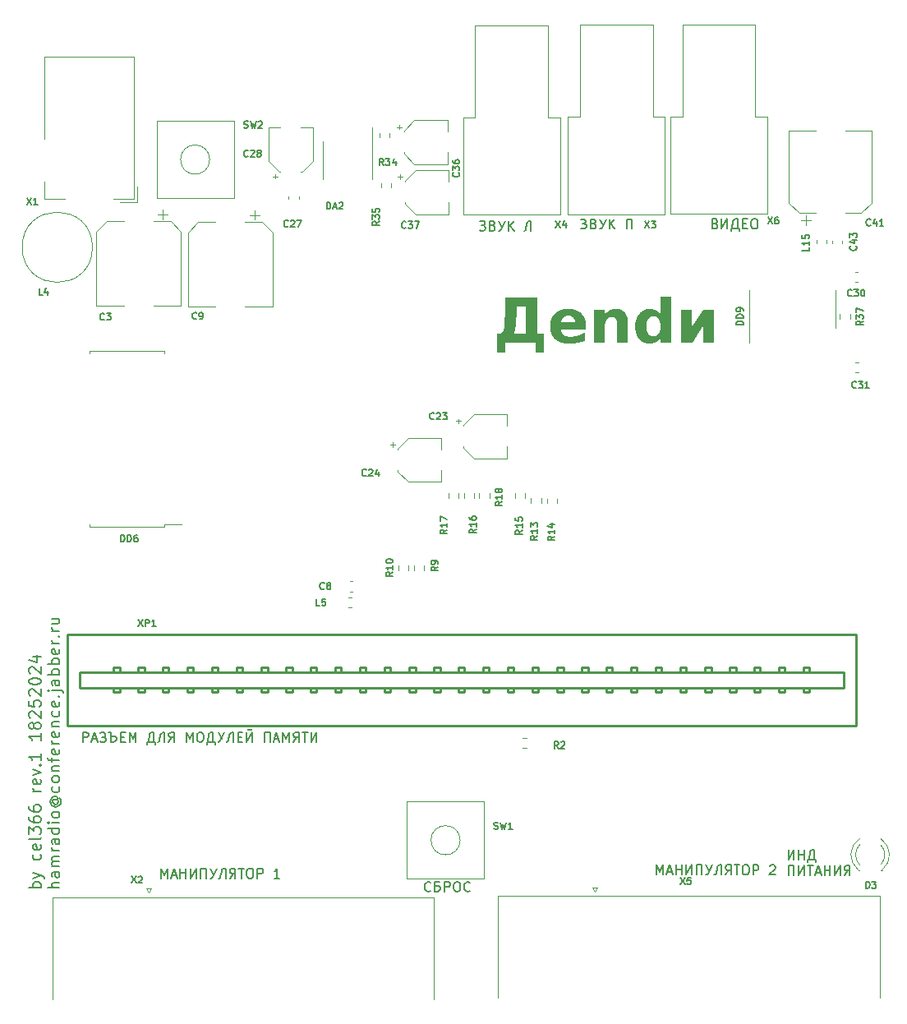
<source format=gto>
%TF.GenerationSoftware,KiCad,Pcbnew,7.0.11-2.fc39*%
%TF.CreationDate,2024-06-25T10:32:53+03:00*%
%TF.ProjectId,rev.1,7265762e-312e-46b6-9963-61645f706362,rev?*%
%TF.SameCoordinates,Original*%
%TF.FileFunction,Legend,Top*%
%TF.FilePolarity,Positive*%
%FSLAX46Y46*%
G04 Gerber Fmt 4.6, Leading zero omitted, Abs format (unit mm)*
G04 Created by KiCad (PCBNEW 7.0.11-2.fc39) date 2024-06-25 10:32:53*
%MOMM*%
%LPD*%
G01*
G04 APERTURE LIST*
%ADD10C,0.187500*%
%ADD11C,0.150000*%
%ADD12C,0.200000*%
%ADD13C,0.120000*%
%ADD14C,0.100000*%
%ADD15C,0.254000*%
G04 APERTURE END LIST*
D10*
X107216392Y-133650930D02*
X106016392Y-133650930D01*
X106473535Y-133650930D02*
X106416392Y-133536645D01*
X106416392Y-133536645D02*
X106416392Y-133308073D01*
X106416392Y-133308073D02*
X106473535Y-133193787D01*
X106473535Y-133193787D02*
X106530678Y-133136645D01*
X106530678Y-133136645D02*
X106644964Y-133079502D01*
X106644964Y-133079502D02*
X106987821Y-133079502D01*
X106987821Y-133079502D02*
X107102107Y-133136645D01*
X107102107Y-133136645D02*
X107159250Y-133193787D01*
X107159250Y-133193787D02*
X107216392Y-133308073D01*
X107216392Y-133308073D02*
X107216392Y-133536645D01*
X107216392Y-133536645D02*
X107159250Y-133650930D01*
X106416392Y-132679502D02*
X107216392Y-132393788D01*
X106416392Y-132108073D02*
X107216392Y-132393788D01*
X107216392Y-132393788D02*
X107502107Y-132508073D01*
X107502107Y-132508073D02*
X107559250Y-132565216D01*
X107559250Y-132565216D02*
X107616392Y-132679502D01*
X107159250Y-130222359D02*
X107216392Y-130336644D01*
X107216392Y-130336644D02*
X107216392Y-130565216D01*
X107216392Y-130565216D02*
X107159250Y-130679501D01*
X107159250Y-130679501D02*
X107102107Y-130736644D01*
X107102107Y-130736644D02*
X106987821Y-130793787D01*
X106987821Y-130793787D02*
X106644964Y-130793787D01*
X106644964Y-130793787D02*
X106530678Y-130736644D01*
X106530678Y-130736644D02*
X106473535Y-130679501D01*
X106473535Y-130679501D02*
X106416392Y-130565216D01*
X106416392Y-130565216D02*
X106416392Y-130336644D01*
X106416392Y-130336644D02*
X106473535Y-130222359D01*
X107159250Y-129250930D02*
X107216392Y-129365216D01*
X107216392Y-129365216D02*
X107216392Y-129593788D01*
X107216392Y-129593788D02*
X107159250Y-129708073D01*
X107159250Y-129708073D02*
X107044964Y-129765216D01*
X107044964Y-129765216D02*
X106587821Y-129765216D01*
X106587821Y-129765216D02*
X106473535Y-129708073D01*
X106473535Y-129708073D02*
X106416392Y-129593788D01*
X106416392Y-129593788D02*
X106416392Y-129365216D01*
X106416392Y-129365216D02*
X106473535Y-129250930D01*
X106473535Y-129250930D02*
X106587821Y-129193788D01*
X106587821Y-129193788D02*
X106702107Y-129193788D01*
X106702107Y-129193788D02*
X106816392Y-129765216D01*
X107216392Y-128508074D02*
X107159250Y-128622359D01*
X107159250Y-128622359D02*
X107044964Y-128679502D01*
X107044964Y-128679502D02*
X106016392Y-128679502D01*
X106016392Y-128165217D02*
X106016392Y-127422360D01*
X106016392Y-127422360D02*
X106473535Y-127822360D01*
X106473535Y-127822360D02*
X106473535Y-127650931D01*
X106473535Y-127650931D02*
X106530678Y-127536646D01*
X106530678Y-127536646D02*
X106587821Y-127479503D01*
X106587821Y-127479503D02*
X106702107Y-127422360D01*
X106702107Y-127422360D02*
X106987821Y-127422360D01*
X106987821Y-127422360D02*
X107102107Y-127479503D01*
X107102107Y-127479503D02*
X107159250Y-127536646D01*
X107159250Y-127536646D02*
X107216392Y-127650931D01*
X107216392Y-127650931D02*
X107216392Y-127993788D01*
X107216392Y-127993788D02*
X107159250Y-128108074D01*
X107159250Y-128108074D02*
X107102107Y-128165217D01*
X106016392Y-126393789D02*
X106016392Y-126622360D01*
X106016392Y-126622360D02*
X106073535Y-126736646D01*
X106073535Y-126736646D02*
X106130678Y-126793789D01*
X106130678Y-126793789D02*
X106302107Y-126908074D01*
X106302107Y-126908074D02*
X106530678Y-126965217D01*
X106530678Y-126965217D02*
X106987821Y-126965217D01*
X106987821Y-126965217D02*
X107102107Y-126908074D01*
X107102107Y-126908074D02*
X107159250Y-126850931D01*
X107159250Y-126850931D02*
X107216392Y-126736646D01*
X107216392Y-126736646D02*
X107216392Y-126508074D01*
X107216392Y-126508074D02*
X107159250Y-126393789D01*
X107159250Y-126393789D02*
X107102107Y-126336646D01*
X107102107Y-126336646D02*
X106987821Y-126279503D01*
X106987821Y-126279503D02*
X106702107Y-126279503D01*
X106702107Y-126279503D02*
X106587821Y-126336646D01*
X106587821Y-126336646D02*
X106530678Y-126393789D01*
X106530678Y-126393789D02*
X106473535Y-126508074D01*
X106473535Y-126508074D02*
X106473535Y-126736646D01*
X106473535Y-126736646D02*
X106530678Y-126850931D01*
X106530678Y-126850931D02*
X106587821Y-126908074D01*
X106587821Y-126908074D02*
X106702107Y-126965217D01*
X106016392Y-125250932D02*
X106016392Y-125479503D01*
X106016392Y-125479503D02*
X106073535Y-125593789D01*
X106073535Y-125593789D02*
X106130678Y-125650932D01*
X106130678Y-125650932D02*
X106302107Y-125765217D01*
X106302107Y-125765217D02*
X106530678Y-125822360D01*
X106530678Y-125822360D02*
X106987821Y-125822360D01*
X106987821Y-125822360D02*
X107102107Y-125765217D01*
X107102107Y-125765217D02*
X107159250Y-125708074D01*
X107159250Y-125708074D02*
X107216392Y-125593789D01*
X107216392Y-125593789D02*
X107216392Y-125365217D01*
X107216392Y-125365217D02*
X107159250Y-125250932D01*
X107159250Y-125250932D02*
X107102107Y-125193789D01*
X107102107Y-125193789D02*
X106987821Y-125136646D01*
X106987821Y-125136646D02*
X106702107Y-125136646D01*
X106702107Y-125136646D02*
X106587821Y-125193789D01*
X106587821Y-125193789D02*
X106530678Y-125250932D01*
X106530678Y-125250932D02*
X106473535Y-125365217D01*
X106473535Y-125365217D02*
X106473535Y-125593789D01*
X106473535Y-125593789D02*
X106530678Y-125708074D01*
X106530678Y-125708074D02*
X106587821Y-125765217D01*
X106587821Y-125765217D02*
X106702107Y-125822360D01*
X107216392Y-123708074D02*
X106416392Y-123708074D01*
X106644964Y-123708074D02*
X106530678Y-123650931D01*
X106530678Y-123650931D02*
X106473535Y-123593789D01*
X106473535Y-123593789D02*
X106416392Y-123479503D01*
X106416392Y-123479503D02*
X106416392Y-123365217D01*
X107159250Y-122508074D02*
X107216392Y-122622360D01*
X107216392Y-122622360D02*
X107216392Y-122850932D01*
X107216392Y-122850932D02*
X107159250Y-122965217D01*
X107159250Y-122965217D02*
X107044964Y-123022360D01*
X107044964Y-123022360D02*
X106587821Y-123022360D01*
X106587821Y-123022360D02*
X106473535Y-122965217D01*
X106473535Y-122965217D02*
X106416392Y-122850932D01*
X106416392Y-122850932D02*
X106416392Y-122622360D01*
X106416392Y-122622360D02*
X106473535Y-122508074D01*
X106473535Y-122508074D02*
X106587821Y-122450932D01*
X106587821Y-122450932D02*
X106702107Y-122450932D01*
X106702107Y-122450932D02*
X106816392Y-123022360D01*
X106416392Y-122050932D02*
X107216392Y-121765218D01*
X107216392Y-121765218D02*
X106416392Y-121479503D01*
X107102107Y-121022360D02*
X107159250Y-120965217D01*
X107159250Y-120965217D02*
X107216392Y-121022360D01*
X107216392Y-121022360D02*
X107159250Y-121079503D01*
X107159250Y-121079503D02*
X107102107Y-121022360D01*
X107102107Y-121022360D02*
X107216392Y-121022360D01*
X107216392Y-119822360D02*
X107216392Y-120508074D01*
X107216392Y-120165217D02*
X106016392Y-120165217D01*
X106016392Y-120165217D02*
X106187821Y-120279503D01*
X106187821Y-120279503D02*
X106302107Y-120393788D01*
X106302107Y-120393788D02*
X106359250Y-120508074D01*
X107216392Y-117765217D02*
X107216392Y-118450931D01*
X107216392Y-118108074D02*
X106016392Y-118108074D01*
X106016392Y-118108074D02*
X106187821Y-118222360D01*
X106187821Y-118222360D02*
X106302107Y-118336645D01*
X106302107Y-118336645D02*
X106359250Y-118450931D01*
X106530678Y-117079503D02*
X106473535Y-117193788D01*
X106473535Y-117193788D02*
X106416392Y-117250931D01*
X106416392Y-117250931D02*
X106302107Y-117308074D01*
X106302107Y-117308074D02*
X106244964Y-117308074D01*
X106244964Y-117308074D02*
X106130678Y-117250931D01*
X106130678Y-117250931D02*
X106073535Y-117193788D01*
X106073535Y-117193788D02*
X106016392Y-117079503D01*
X106016392Y-117079503D02*
X106016392Y-116850931D01*
X106016392Y-116850931D02*
X106073535Y-116736646D01*
X106073535Y-116736646D02*
X106130678Y-116679503D01*
X106130678Y-116679503D02*
X106244964Y-116622360D01*
X106244964Y-116622360D02*
X106302107Y-116622360D01*
X106302107Y-116622360D02*
X106416392Y-116679503D01*
X106416392Y-116679503D02*
X106473535Y-116736646D01*
X106473535Y-116736646D02*
X106530678Y-116850931D01*
X106530678Y-116850931D02*
X106530678Y-117079503D01*
X106530678Y-117079503D02*
X106587821Y-117193788D01*
X106587821Y-117193788D02*
X106644964Y-117250931D01*
X106644964Y-117250931D02*
X106759250Y-117308074D01*
X106759250Y-117308074D02*
X106987821Y-117308074D01*
X106987821Y-117308074D02*
X107102107Y-117250931D01*
X107102107Y-117250931D02*
X107159250Y-117193788D01*
X107159250Y-117193788D02*
X107216392Y-117079503D01*
X107216392Y-117079503D02*
X107216392Y-116850931D01*
X107216392Y-116850931D02*
X107159250Y-116736646D01*
X107159250Y-116736646D02*
X107102107Y-116679503D01*
X107102107Y-116679503D02*
X106987821Y-116622360D01*
X106987821Y-116622360D02*
X106759250Y-116622360D01*
X106759250Y-116622360D02*
X106644964Y-116679503D01*
X106644964Y-116679503D02*
X106587821Y-116736646D01*
X106587821Y-116736646D02*
X106530678Y-116850931D01*
X106130678Y-116165217D02*
X106073535Y-116108074D01*
X106073535Y-116108074D02*
X106016392Y-115993789D01*
X106016392Y-115993789D02*
X106016392Y-115708074D01*
X106016392Y-115708074D02*
X106073535Y-115593789D01*
X106073535Y-115593789D02*
X106130678Y-115536646D01*
X106130678Y-115536646D02*
X106244964Y-115479503D01*
X106244964Y-115479503D02*
X106359250Y-115479503D01*
X106359250Y-115479503D02*
X106530678Y-115536646D01*
X106530678Y-115536646D02*
X107216392Y-116222360D01*
X107216392Y-116222360D02*
X107216392Y-115479503D01*
X106016392Y-114393789D02*
X106016392Y-114965217D01*
X106016392Y-114965217D02*
X106587821Y-115022360D01*
X106587821Y-115022360D02*
X106530678Y-114965217D01*
X106530678Y-114965217D02*
X106473535Y-114850932D01*
X106473535Y-114850932D02*
X106473535Y-114565217D01*
X106473535Y-114565217D02*
X106530678Y-114450932D01*
X106530678Y-114450932D02*
X106587821Y-114393789D01*
X106587821Y-114393789D02*
X106702107Y-114336646D01*
X106702107Y-114336646D02*
X106987821Y-114336646D01*
X106987821Y-114336646D02*
X107102107Y-114393789D01*
X107102107Y-114393789D02*
X107159250Y-114450932D01*
X107159250Y-114450932D02*
X107216392Y-114565217D01*
X107216392Y-114565217D02*
X107216392Y-114850932D01*
X107216392Y-114850932D02*
X107159250Y-114965217D01*
X107159250Y-114965217D02*
X107102107Y-115022360D01*
X106130678Y-113879503D02*
X106073535Y-113822360D01*
X106073535Y-113822360D02*
X106016392Y-113708075D01*
X106016392Y-113708075D02*
X106016392Y-113422360D01*
X106016392Y-113422360D02*
X106073535Y-113308075D01*
X106073535Y-113308075D02*
X106130678Y-113250932D01*
X106130678Y-113250932D02*
X106244964Y-113193789D01*
X106244964Y-113193789D02*
X106359250Y-113193789D01*
X106359250Y-113193789D02*
X106530678Y-113250932D01*
X106530678Y-113250932D02*
X107216392Y-113936646D01*
X107216392Y-113936646D02*
X107216392Y-113193789D01*
X106016392Y-112450932D02*
X106016392Y-112336646D01*
X106016392Y-112336646D02*
X106073535Y-112222360D01*
X106073535Y-112222360D02*
X106130678Y-112165218D01*
X106130678Y-112165218D02*
X106244964Y-112108075D01*
X106244964Y-112108075D02*
X106473535Y-112050932D01*
X106473535Y-112050932D02*
X106759250Y-112050932D01*
X106759250Y-112050932D02*
X106987821Y-112108075D01*
X106987821Y-112108075D02*
X107102107Y-112165218D01*
X107102107Y-112165218D02*
X107159250Y-112222360D01*
X107159250Y-112222360D02*
X107216392Y-112336646D01*
X107216392Y-112336646D02*
X107216392Y-112450932D01*
X107216392Y-112450932D02*
X107159250Y-112565218D01*
X107159250Y-112565218D02*
X107102107Y-112622360D01*
X107102107Y-112622360D02*
X106987821Y-112679503D01*
X106987821Y-112679503D02*
X106759250Y-112736646D01*
X106759250Y-112736646D02*
X106473535Y-112736646D01*
X106473535Y-112736646D02*
X106244964Y-112679503D01*
X106244964Y-112679503D02*
X106130678Y-112622360D01*
X106130678Y-112622360D02*
X106073535Y-112565218D01*
X106073535Y-112565218D02*
X106016392Y-112450932D01*
X106130678Y-111593789D02*
X106073535Y-111536646D01*
X106073535Y-111536646D02*
X106016392Y-111422361D01*
X106016392Y-111422361D02*
X106016392Y-111136646D01*
X106016392Y-111136646D02*
X106073535Y-111022361D01*
X106073535Y-111022361D02*
X106130678Y-110965218D01*
X106130678Y-110965218D02*
X106244964Y-110908075D01*
X106244964Y-110908075D02*
X106359250Y-110908075D01*
X106359250Y-110908075D02*
X106530678Y-110965218D01*
X106530678Y-110965218D02*
X107216392Y-111650932D01*
X107216392Y-111650932D02*
X107216392Y-110908075D01*
X106416392Y-109879504D02*
X107216392Y-109879504D01*
X105959250Y-110165218D02*
X106816392Y-110450932D01*
X106816392Y-110450932D02*
X106816392Y-109708075D01*
X109148392Y-133650930D02*
X107948392Y-133650930D01*
X109148392Y-133136645D02*
X108519821Y-133136645D01*
X108519821Y-133136645D02*
X108405535Y-133193787D01*
X108405535Y-133193787D02*
X108348392Y-133308073D01*
X108348392Y-133308073D02*
X108348392Y-133479502D01*
X108348392Y-133479502D02*
X108405535Y-133593787D01*
X108405535Y-133593787D02*
X108462678Y-133650930D01*
X109148392Y-132050931D02*
X108519821Y-132050931D01*
X108519821Y-132050931D02*
X108405535Y-132108073D01*
X108405535Y-132108073D02*
X108348392Y-132222359D01*
X108348392Y-132222359D02*
X108348392Y-132450931D01*
X108348392Y-132450931D02*
X108405535Y-132565216D01*
X109091250Y-132050931D02*
X109148392Y-132165216D01*
X109148392Y-132165216D02*
X109148392Y-132450931D01*
X109148392Y-132450931D02*
X109091250Y-132565216D01*
X109091250Y-132565216D02*
X108976964Y-132622359D01*
X108976964Y-132622359D02*
X108862678Y-132622359D01*
X108862678Y-132622359D02*
X108748392Y-132565216D01*
X108748392Y-132565216D02*
X108691250Y-132450931D01*
X108691250Y-132450931D02*
X108691250Y-132165216D01*
X108691250Y-132165216D02*
X108634107Y-132050931D01*
X109148392Y-131479502D02*
X108348392Y-131479502D01*
X108462678Y-131479502D02*
X108405535Y-131422359D01*
X108405535Y-131422359D02*
X108348392Y-131308074D01*
X108348392Y-131308074D02*
X108348392Y-131136645D01*
X108348392Y-131136645D02*
X108405535Y-131022359D01*
X108405535Y-131022359D02*
X108519821Y-130965217D01*
X108519821Y-130965217D02*
X109148392Y-130965217D01*
X108519821Y-130965217D02*
X108405535Y-130908074D01*
X108405535Y-130908074D02*
X108348392Y-130793788D01*
X108348392Y-130793788D02*
X108348392Y-130622359D01*
X108348392Y-130622359D02*
X108405535Y-130508074D01*
X108405535Y-130508074D02*
X108519821Y-130450931D01*
X108519821Y-130450931D02*
X109148392Y-130450931D01*
X109148392Y-129879502D02*
X108348392Y-129879502D01*
X108576964Y-129879502D02*
X108462678Y-129822359D01*
X108462678Y-129822359D02*
X108405535Y-129765217D01*
X108405535Y-129765217D02*
X108348392Y-129650931D01*
X108348392Y-129650931D02*
X108348392Y-129536645D01*
X109148392Y-128622360D02*
X108519821Y-128622360D01*
X108519821Y-128622360D02*
X108405535Y-128679502D01*
X108405535Y-128679502D02*
X108348392Y-128793788D01*
X108348392Y-128793788D02*
X108348392Y-129022360D01*
X108348392Y-129022360D02*
X108405535Y-129136645D01*
X109091250Y-128622360D02*
X109148392Y-128736645D01*
X109148392Y-128736645D02*
X109148392Y-129022360D01*
X109148392Y-129022360D02*
X109091250Y-129136645D01*
X109091250Y-129136645D02*
X108976964Y-129193788D01*
X108976964Y-129193788D02*
X108862678Y-129193788D01*
X108862678Y-129193788D02*
X108748392Y-129136645D01*
X108748392Y-129136645D02*
X108691250Y-129022360D01*
X108691250Y-129022360D02*
X108691250Y-128736645D01*
X108691250Y-128736645D02*
X108634107Y-128622360D01*
X109148392Y-127536646D02*
X107948392Y-127536646D01*
X109091250Y-127536646D02*
X109148392Y-127650931D01*
X109148392Y-127650931D02*
X109148392Y-127879503D01*
X109148392Y-127879503D02*
X109091250Y-127993788D01*
X109091250Y-127993788D02*
X109034107Y-128050931D01*
X109034107Y-128050931D02*
X108919821Y-128108074D01*
X108919821Y-128108074D02*
X108576964Y-128108074D01*
X108576964Y-128108074D02*
X108462678Y-128050931D01*
X108462678Y-128050931D02*
X108405535Y-127993788D01*
X108405535Y-127993788D02*
X108348392Y-127879503D01*
X108348392Y-127879503D02*
X108348392Y-127650931D01*
X108348392Y-127650931D02*
X108405535Y-127536646D01*
X109148392Y-126965217D02*
X108348392Y-126965217D01*
X107948392Y-126965217D02*
X108005535Y-127022360D01*
X108005535Y-127022360D02*
X108062678Y-126965217D01*
X108062678Y-126965217D02*
X108005535Y-126908074D01*
X108005535Y-126908074D02*
X107948392Y-126965217D01*
X107948392Y-126965217D02*
X108062678Y-126965217D01*
X109148392Y-126222360D02*
X109091250Y-126336645D01*
X109091250Y-126336645D02*
X109034107Y-126393788D01*
X109034107Y-126393788D02*
X108919821Y-126450931D01*
X108919821Y-126450931D02*
X108576964Y-126450931D01*
X108576964Y-126450931D02*
X108462678Y-126393788D01*
X108462678Y-126393788D02*
X108405535Y-126336645D01*
X108405535Y-126336645D02*
X108348392Y-126222360D01*
X108348392Y-126222360D02*
X108348392Y-126050931D01*
X108348392Y-126050931D02*
X108405535Y-125936645D01*
X108405535Y-125936645D02*
X108462678Y-125879503D01*
X108462678Y-125879503D02*
X108576964Y-125822360D01*
X108576964Y-125822360D02*
X108919821Y-125822360D01*
X108919821Y-125822360D02*
X109034107Y-125879503D01*
X109034107Y-125879503D02*
X109091250Y-125936645D01*
X109091250Y-125936645D02*
X109148392Y-126050931D01*
X109148392Y-126050931D02*
X109148392Y-126222360D01*
X108576964Y-124565217D02*
X108519821Y-124622360D01*
X108519821Y-124622360D02*
X108462678Y-124736646D01*
X108462678Y-124736646D02*
X108462678Y-124850931D01*
X108462678Y-124850931D02*
X108519821Y-124965217D01*
X108519821Y-124965217D02*
X108576964Y-125022360D01*
X108576964Y-125022360D02*
X108691250Y-125079503D01*
X108691250Y-125079503D02*
X108805535Y-125079503D01*
X108805535Y-125079503D02*
X108919821Y-125022360D01*
X108919821Y-125022360D02*
X108976964Y-124965217D01*
X108976964Y-124965217D02*
X109034107Y-124850931D01*
X109034107Y-124850931D02*
X109034107Y-124736646D01*
X109034107Y-124736646D02*
X108976964Y-124622360D01*
X108976964Y-124622360D02*
X108919821Y-124565217D01*
X108462678Y-124565217D02*
X108919821Y-124565217D01*
X108919821Y-124565217D02*
X108976964Y-124508074D01*
X108976964Y-124508074D02*
X108976964Y-124450931D01*
X108976964Y-124450931D02*
X108919821Y-124336646D01*
X108919821Y-124336646D02*
X108805535Y-124279503D01*
X108805535Y-124279503D02*
X108519821Y-124279503D01*
X108519821Y-124279503D02*
X108348392Y-124393789D01*
X108348392Y-124393789D02*
X108234107Y-124565217D01*
X108234107Y-124565217D02*
X108176964Y-124793789D01*
X108176964Y-124793789D02*
X108234107Y-125022360D01*
X108234107Y-125022360D02*
X108348392Y-125193789D01*
X108348392Y-125193789D02*
X108519821Y-125308074D01*
X108519821Y-125308074D02*
X108748392Y-125365217D01*
X108748392Y-125365217D02*
X108976964Y-125308074D01*
X108976964Y-125308074D02*
X109148392Y-125193789D01*
X109148392Y-125193789D02*
X109262678Y-125022360D01*
X109262678Y-125022360D02*
X109319821Y-124793789D01*
X109319821Y-124793789D02*
X109262678Y-124565217D01*
X109262678Y-124565217D02*
X109148392Y-124393789D01*
X109091250Y-123250932D02*
X109148392Y-123365217D01*
X109148392Y-123365217D02*
X109148392Y-123593789D01*
X109148392Y-123593789D02*
X109091250Y-123708074D01*
X109091250Y-123708074D02*
X109034107Y-123765217D01*
X109034107Y-123765217D02*
X108919821Y-123822360D01*
X108919821Y-123822360D02*
X108576964Y-123822360D01*
X108576964Y-123822360D02*
X108462678Y-123765217D01*
X108462678Y-123765217D02*
X108405535Y-123708074D01*
X108405535Y-123708074D02*
X108348392Y-123593789D01*
X108348392Y-123593789D02*
X108348392Y-123365217D01*
X108348392Y-123365217D02*
X108405535Y-123250932D01*
X109148392Y-122565218D02*
X109091250Y-122679503D01*
X109091250Y-122679503D02*
X109034107Y-122736646D01*
X109034107Y-122736646D02*
X108919821Y-122793789D01*
X108919821Y-122793789D02*
X108576964Y-122793789D01*
X108576964Y-122793789D02*
X108462678Y-122736646D01*
X108462678Y-122736646D02*
X108405535Y-122679503D01*
X108405535Y-122679503D02*
X108348392Y-122565218D01*
X108348392Y-122565218D02*
X108348392Y-122393789D01*
X108348392Y-122393789D02*
X108405535Y-122279503D01*
X108405535Y-122279503D02*
X108462678Y-122222361D01*
X108462678Y-122222361D02*
X108576964Y-122165218D01*
X108576964Y-122165218D02*
X108919821Y-122165218D01*
X108919821Y-122165218D02*
X109034107Y-122222361D01*
X109034107Y-122222361D02*
X109091250Y-122279503D01*
X109091250Y-122279503D02*
X109148392Y-122393789D01*
X109148392Y-122393789D02*
X109148392Y-122565218D01*
X108348392Y-121650932D02*
X109148392Y-121650932D01*
X108462678Y-121650932D02*
X108405535Y-121593789D01*
X108405535Y-121593789D02*
X108348392Y-121479504D01*
X108348392Y-121479504D02*
X108348392Y-121308075D01*
X108348392Y-121308075D02*
X108405535Y-121193789D01*
X108405535Y-121193789D02*
X108519821Y-121136647D01*
X108519821Y-121136647D02*
X109148392Y-121136647D01*
X108348392Y-120736647D02*
X108348392Y-120279504D01*
X109148392Y-120565218D02*
X108119821Y-120565218D01*
X108119821Y-120565218D02*
X108005535Y-120508075D01*
X108005535Y-120508075D02*
X107948392Y-120393790D01*
X107948392Y-120393790D02*
X107948392Y-120279504D01*
X109091250Y-119422361D02*
X109148392Y-119536647D01*
X109148392Y-119536647D02*
X109148392Y-119765219D01*
X109148392Y-119765219D02*
X109091250Y-119879504D01*
X109091250Y-119879504D02*
X108976964Y-119936647D01*
X108976964Y-119936647D02*
X108519821Y-119936647D01*
X108519821Y-119936647D02*
X108405535Y-119879504D01*
X108405535Y-119879504D02*
X108348392Y-119765219D01*
X108348392Y-119765219D02*
X108348392Y-119536647D01*
X108348392Y-119536647D02*
X108405535Y-119422361D01*
X108405535Y-119422361D02*
X108519821Y-119365219D01*
X108519821Y-119365219D02*
X108634107Y-119365219D01*
X108634107Y-119365219D02*
X108748392Y-119936647D01*
X109148392Y-118850933D02*
X108348392Y-118850933D01*
X108576964Y-118850933D02*
X108462678Y-118793790D01*
X108462678Y-118793790D02*
X108405535Y-118736648D01*
X108405535Y-118736648D02*
X108348392Y-118622362D01*
X108348392Y-118622362D02*
X108348392Y-118508076D01*
X109091250Y-117650933D02*
X109148392Y-117765219D01*
X109148392Y-117765219D02*
X109148392Y-117993791D01*
X109148392Y-117993791D02*
X109091250Y-118108076D01*
X109091250Y-118108076D02*
X108976964Y-118165219D01*
X108976964Y-118165219D02*
X108519821Y-118165219D01*
X108519821Y-118165219D02*
X108405535Y-118108076D01*
X108405535Y-118108076D02*
X108348392Y-117993791D01*
X108348392Y-117993791D02*
X108348392Y-117765219D01*
X108348392Y-117765219D02*
X108405535Y-117650933D01*
X108405535Y-117650933D02*
X108519821Y-117593791D01*
X108519821Y-117593791D02*
X108634107Y-117593791D01*
X108634107Y-117593791D02*
X108748392Y-118165219D01*
X108348392Y-117079505D02*
X109148392Y-117079505D01*
X108462678Y-117079505D02*
X108405535Y-117022362D01*
X108405535Y-117022362D02*
X108348392Y-116908077D01*
X108348392Y-116908077D02*
X108348392Y-116736648D01*
X108348392Y-116736648D02*
X108405535Y-116622362D01*
X108405535Y-116622362D02*
X108519821Y-116565220D01*
X108519821Y-116565220D02*
X109148392Y-116565220D01*
X109091250Y-115479506D02*
X109148392Y-115593791D01*
X109148392Y-115593791D02*
X109148392Y-115822363D01*
X109148392Y-115822363D02*
X109091250Y-115936648D01*
X109091250Y-115936648D02*
X109034107Y-115993791D01*
X109034107Y-115993791D02*
X108919821Y-116050934D01*
X108919821Y-116050934D02*
X108576964Y-116050934D01*
X108576964Y-116050934D02*
X108462678Y-115993791D01*
X108462678Y-115993791D02*
X108405535Y-115936648D01*
X108405535Y-115936648D02*
X108348392Y-115822363D01*
X108348392Y-115822363D02*
X108348392Y-115593791D01*
X108348392Y-115593791D02*
X108405535Y-115479506D01*
X109091250Y-114508077D02*
X109148392Y-114622363D01*
X109148392Y-114622363D02*
X109148392Y-114850935D01*
X109148392Y-114850935D02*
X109091250Y-114965220D01*
X109091250Y-114965220D02*
X108976964Y-115022363D01*
X108976964Y-115022363D02*
X108519821Y-115022363D01*
X108519821Y-115022363D02*
X108405535Y-114965220D01*
X108405535Y-114965220D02*
X108348392Y-114850935D01*
X108348392Y-114850935D02*
X108348392Y-114622363D01*
X108348392Y-114622363D02*
X108405535Y-114508077D01*
X108405535Y-114508077D02*
X108519821Y-114450935D01*
X108519821Y-114450935D02*
X108634107Y-114450935D01*
X108634107Y-114450935D02*
X108748392Y-115022363D01*
X109034107Y-113936649D02*
X109091250Y-113879506D01*
X109091250Y-113879506D02*
X109148392Y-113936649D01*
X109148392Y-113936649D02*
X109091250Y-113993792D01*
X109091250Y-113993792D02*
X109034107Y-113936649D01*
X109034107Y-113936649D02*
X109148392Y-113936649D01*
X108348392Y-113365220D02*
X109376964Y-113365220D01*
X109376964Y-113365220D02*
X109491250Y-113422363D01*
X109491250Y-113422363D02*
X109548392Y-113536649D01*
X109548392Y-113536649D02*
X109548392Y-113593792D01*
X107948392Y-113365220D02*
X108005535Y-113422363D01*
X108005535Y-113422363D02*
X108062678Y-113365220D01*
X108062678Y-113365220D02*
X108005535Y-113308077D01*
X108005535Y-113308077D02*
X107948392Y-113365220D01*
X107948392Y-113365220D02*
X108062678Y-113365220D01*
X109148392Y-112279506D02*
X108519821Y-112279506D01*
X108519821Y-112279506D02*
X108405535Y-112336648D01*
X108405535Y-112336648D02*
X108348392Y-112450934D01*
X108348392Y-112450934D02*
X108348392Y-112679506D01*
X108348392Y-112679506D02*
X108405535Y-112793791D01*
X109091250Y-112279506D02*
X109148392Y-112393791D01*
X109148392Y-112393791D02*
X109148392Y-112679506D01*
X109148392Y-112679506D02*
X109091250Y-112793791D01*
X109091250Y-112793791D02*
X108976964Y-112850934D01*
X108976964Y-112850934D02*
X108862678Y-112850934D01*
X108862678Y-112850934D02*
X108748392Y-112793791D01*
X108748392Y-112793791D02*
X108691250Y-112679506D01*
X108691250Y-112679506D02*
X108691250Y-112393791D01*
X108691250Y-112393791D02*
X108634107Y-112279506D01*
X109148392Y-111708077D02*
X107948392Y-111708077D01*
X108405535Y-111708077D02*
X108348392Y-111593792D01*
X108348392Y-111593792D02*
X108348392Y-111365220D01*
X108348392Y-111365220D02*
X108405535Y-111250934D01*
X108405535Y-111250934D02*
X108462678Y-111193792D01*
X108462678Y-111193792D02*
X108576964Y-111136649D01*
X108576964Y-111136649D02*
X108919821Y-111136649D01*
X108919821Y-111136649D02*
X109034107Y-111193792D01*
X109034107Y-111193792D02*
X109091250Y-111250934D01*
X109091250Y-111250934D02*
X109148392Y-111365220D01*
X109148392Y-111365220D02*
X109148392Y-111593792D01*
X109148392Y-111593792D02*
X109091250Y-111708077D01*
X109148392Y-110622363D02*
X107948392Y-110622363D01*
X108405535Y-110622363D02*
X108348392Y-110508078D01*
X108348392Y-110508078D02*
X108348392Y-110279506D01*
X108348392Y-110279506D02*
X108405535Y-110165220D01*
X108405535Y-110165220D02*
X108462678Y-110108078D01*
X108462678Y-110108078D02*
X108576964Y-110050935D01*
X108576964Y-110050935D02*
X108919821Y-110050935D01*
X108919821Y-110050935D02*
X109034107Y-110108078D01*
X109034107Y-110108078D02*
X109091250Y-110165220D01*
X109091250Y-110165220D02*
X109148392Y-110279506D01*
X109148392Y-110279506D02*
X109148392Y-110508078D01*
X109148392Y-110508078D02*
X109091250Y-110622363D01*
X109091250Y-109079506D02*
X109148392Y-109193792D01*
X109148392Y-109193792D02*
X109148392Y-109422364D01*
X109148392Y-109422364D02*
X109091250Y-109536649D01*
X109091250Y-109536649D02*
X108976964Y-109593792D01*
X108976964Y-109593792D02*
X108519821Y-109593792D01*
X108519821Y-109593792D02*
X108405535Y-109536649D01*
X108405535Y-109536649D02*
X108348392Y-109422364D01*
X108348392Y-109422364D02*
X108348392Y-109193792D01*
X108348392Y-109193792D02*
X108405535Y-109079506D01*
X108405535Y-109079506D02*
X108519821Y-109022364D01*
X108519821Y-109022364D02*
X108634107Y-109022364D01*
X108634107Y-109022364D02*
X108748392Y-109593792D01*
X109148392Y-108508078D02*
X108348392Y-108508078D01*
X108576964Y-108508078D02*
X108462678Y-108450935D01*
X108462678Y-108450935D02*
X108405535Y-108393793D01*
X108405535Y-108393793D02*
X108348392Y-108279507D01*
X108348392Y-108279507D02*
X108348392Y-108165221D01*
X109034107Y-107765221D02*
X109091250Y-107708078D01*
X109091250Y-107708078D02*
X109148392Y-107765221D01*
X109148392Y-107765221D02*
X109091250Y-107822364D01*
X109091250Y-107822364D02*
X109034107Y-107765221D01*
X109034107Y-107765221D02*
X109148392Y-107765221D01*
X109148392Y-107193792D02*
X108348392Y-107193792D01*
X108576964Y-107193792D02*
X108462678Y-107136649D01*
X108462678Y-107136649D02*
X108405535Y-107079507D01*
X108405535Y-107079507D02*
X108348392Y-106965221D01*
X108348392Y-106965221D02*
X108348392Y-106850935D01*
X108348392Y-105936650D02*
X109148392Y-105936650D01*
X108348392Y-106450935D02*
X108976964Y-106450935D01*
X108976964Y-106450935D02*
X109091250Y-106393792D01*
X109091250Y-106393792D02*
X109148392Y-106279507D01*
X109148392Y-106279507D02*
X109148392Y-106108078D01*
X109148392Y-106108078D02*
X109091250Y-105993792D01*
X109091250Y-105993792D02*
X109034107Y-105936650D01*
D11*
X147403207Y-133974580D02*
X147355588Y-134022200D01*
X147355588Y-134022200D02*
X147212731Y-134069819D01*
X147212731Y-134069819D02*
X147117493Y-134069819D01*
X147117493Y-134069819D02*
X146974636Y-134022200D01*
X146974636Y-134022200D02*
X146879398Y-133926961D01*
X146879398Y-133926961D02*
X146831779Y-133831723D01*
X146831779Y-133831723D02*
X146784160Y-133641247D01*
X146784160Y-133641247D02*
X146784160Y-133498390D01*
X146784160Y-133498390D02*
X146831779Y-133307914D01*
X146831779Y-133307914D02*
X146879398Y-133212676D01*
X146879398Y-133212676D02*
X146974636Y-133117438D01*
X146974636Y-133117438D02*
X147117493Y-133069819D01*
X147117493Y-133069819D02*
X147212731Y-133069819D01*
X147212731Y-133069819D02*
X147355588Y-133117438D01*
X147355588Y-133117438D02*
X147403207Y-133165057D01*
X148307969Y-133069819D02*
X147831779Y-133069819D01*
X147831779Y-133069819D02*
X147831779Y-134069819D01*
X147831779Y-134069819D02*
X148117493Y-134069819D01*
X148117493Y-134069819D02*
X148260350Y-134022200D01*
X148260350Y-134022200D02*
X148355588Y-133926961D01*
X148355588Y-133926961D02*
X148403207Y-133831723D01*
X148403207Y-133831723D02*
X148403207Y-133688866D01*
X148403207Y-133688866D02*
X148355588Y-133593628D01*
X148355588Y-133593628D02*
X148260350Y-133498390D01*
X148260350Y-133498390D02*
X148117493Y-133450771D01*
X148117493Y-133450771D02*
X147831779Y-133450771D01*
X148831779Y-134069819D02*
X148831779Y-133069819D01*
X148831779Y-133069819D02*
X149212731Y-133069819D01*
X149212731Y-133069819D02*
X149307969Y-133117438D01*
X149307969Y-133117438D02*
X149355588Y-133165057D01*
X149355588Y-133165057D02*
X149403207Y-133260295D01*
X149403207Y-133260295D02*
X149403207Y-133403152D01*
X149403207Y-133403152D02*
X149355588Y-133498390D01*
X149355588Y-133498390D02*
X149307969Y-133546009D01*
X149307969Y-133546009D02*
X149212731Y-133593628D01*
X149212731Y-133593628D02*
X148831779Y-133593628D01*
X150022255Y-133069819D02*
X150212731Y-133069819D01*
X150212731Y-133069819D02*
X150307969Y-133117438D01*
X150307969Y-133117438D02*
X150403207Y-133212676D01*
X150403207Y-133212676D02*
X150450826Y-133403152D01*
X150450826Y-133403152D02*
X150450826Y-133736485D01*
X150450826Y-133736485D02*
X150403207Y-133926961D01*
X150403207Y-133926961D02*
X150307969Y-134022200D01*
X150307969Y-134022200D02*
X150212731Y-134069819D01*
X150212731Y-134069819D02*
X150022255Y-134069819D01*
X150022255Y-134069819D02*
X149927017Y-134022200D01*
X149927017Y-134022200D02*
X149831779Y-133926961D01*
X149831779Y-133926961D02*
X149784160Y-133736485D01*
X149784160Y-133736485D02*
X149784160Y-133403152D01*
X149784160Y-133403152D02*
X149831779Y-133212676D01*
X149831779Y-133212676D02*
X149927017Y-133117438D01*
X149927017Y-133117438D02*
X150022255Y-133069819D01*
X151450826Y-133974580D02*
X151403207Y-134022200D01*
X151403207Y-134022200D02*
X151260350Y-134069819D01*
X151260350Y-134069819D02*
X151165112Y-134069819D01*
X151165112Y-134069819D02*
X151022255Y-134022200D01*
X151022255Y-134022200D02*
X150927017Y-133926961D01*
X150927017Y-133926961D02*
X150879398Y-133831723D01*
X150879398Y-133831723D02*
X150831779Y-133641247D01*
X150831779Y-133641247D02*
X150831779Y-133498390D01*
X150831779Y-133498390D02*
X150879398Y-133307914D01*
X150879398Y-133307914D02*
X150927017Y-133212676D01*
X150927017Y-133212676D02*
X151022255Y-133117438D01*
X151022255Y-133117438D02*
X151165112Y-133069819D01*
X151165112Y-133069819D02*
X151260350Y-133069819D01*
X151260350Y-133069819D02*
X151403207Y-133117438D01*
X151403207Y-133117438D02*
X151450826Y-133165057D01*
X111551779Y-118649819D02*
X111551779Y-117649819D01*
X111551779Y-117649819D02*
X111932731Y-117649819D01*
X111932731Y-117649819D02*
X112027969Y-117697438D01*
X112027969Y-117697438D02*
X112075588Y-117745057D01*
X112075588Y-117745057D02*
X112123207Y-117840295D01*
X112123207Y-117840295D02*
X112123207Y-117983152D01*
X112123207Y-117983152D02*
X112075588Y-118078390D01*
X112075588Y-118078390D02*
X112027969Y-118126009D01*
X112027969Y-118126009D02*
X111932731Y-118173628D01*
X111932731Y-118173628D02*
X111551779Y-118173628D01*
X112504160Y-118364104D02*
X112980350Y-118364104D01*
X112408922Y-118649819D02*
X112742255Y-117649819D01*
X112742255Y-117649819D02*
X113075588Y-118649819D01*
X113504160Y-118126009D02*
X113694636Y-118126009D01*
X113361303Y-117697438D02*
X113456541Y-117649819D01*
X113456541Y-117649819D02*
X113694636Y-117649819D01*
X113694636Y-117649819D02*
X113789874Y-117697438D01*
X113789874Y-117697438D02*
X113837493Y-117745057D01*
X113837493Y-117745057D02*
X113885112Y-117840295D01*
X113885112Y-117840295D02*
X113885112Y-117935533D01*
X113885112Y-117935533D02*
X113837493Y-118030771D01*
X113837493Y-118030771D02*
X113789874Y-118078390D01*
X113789874Y-118078390D02*
X113694636Y-118126009D01*
X113694636Y-118126009D02*
X113837493Y-118173628D01*
X113837493Y-118173628D02*
X113885112Y-118221247D01*
X113885112Y-118221247D02*
X113932731Y-118316485D01*
X113932731Y-118316485D02*
X113932731Y-118459342D01*
X113932731Y-118459342D02*
X113885112Y-118554580D01*
X113885112Y-118554580D02*
X113837493Y-118602200D01*
X113837493Y-118602200D02*
X113742255Y-118649819D01*
X113742255Y-118649819D02*
X113456541Y-118649819D01*
X113456541Y-118649819D02*
X113361303Y-118602200D01*
X114218446Y-117649819D02*
X114456541Y-117649819D01*
X114456541Y-117649819D02*
X114456541Y-118649819D01*
X114456541Y-118649819D02*
X114742255Y-118649819D01*
X114742255Y-118649819D02*
X114885112Y-118602200D01*
X114885112Y-118602200D02*
X114980350Y-118506961D01*
X114980350Y-118506961D02*
X115027969Y-118411723D01*
X115027969Y-118411723D02*
X115027969Y-118268866D01*
X115027969Y-118268866D02*
X114980350Y-118173628D01*
X114980350Y-118173628D02*
X114885112Y-118078390D01*
X114885112Y-118078390D02*
X114742255Y-118030771D01*
X114742255Y-118030771D02*
X114456541Y-118030771D01*
X115456541Y-118126009D02*
X115789874Y-118126009D01*
X115932731Y-118649819D02*
X115456541Y-118649819D01*
X115456541Y-118649819D02*
X115456541Y-117649819D01*
X115456541Y-117649819D02*
X115932731Y-117649819D01*
X116361303Y-118649819D02*
X116361303Y-117649819D01*
X116361303Y-117649819D02*
X116694636Y-118364104D01*
X116694636Y-118364104D02*
X117027969Y-117649819D01*
X117027969Y-117649819D02*
X117027969Y-118649819D01*
X119027970Y-118887914D02*
X119027970Y-118649819D01*
X119027970Y-118649819D02*
X118170827Y-118649819D01*
X118170827Y-118649819D02*
X118170827Y-118887914D01*
X118837493Y-118649819D02*
X118837493Y-117649819D01*
X118837493Y-117649819D02*
X118599398Y-117649819D01*
X118599398Y-117649819D02*
X118504160Y-117697438D01*
X118504160Y-117697438D02*
X118456541Y-117745057D01*
X118456541Y-117745057D02*
X118408922Y-117840295D01*
X118408922Y-117840295D02*
X118313684Y-118649819D01*
X119980350Y-118649819D02*
X119980350Y-117649819D01*
X119980350Y-117649819D02*
X119837493Y-117649819D01*
X119837493Y-117649819D02*
X119694636Y-117697438D01*
X119694636Y-117697438D02*
X119599398Y-117792676D01*
X119599398Y-117792676D02*
X119551779Y-117935533D01*
X119551779Y-117935533D02*
X119456541Y-118506961D01*
X119456541Y-118506961D02*
X119408922Y-118602200D01*
X119408922Y-118602200D02*
X119313684Y-118649819D01*
X119313684Y-118649819D02*
X119266065Y-118649819D01*
X120742255Y-118173628D02*
X120408922Y-118649819D01*
X120980350Y-118649819D02*
X120980350Y-117649819D01*
X120980350Y-117649819D02*
X120599398Y-117649819D01*
X120599398Y-117649819D02*
X120504160Y-117697438D01*
X120504160Y-117697438D02*
X120456541Y-117745057D01*
X120456541Y-117745057D02*
X120408922Y-117840295D01*
X120408922Y-117840295D02*
X120408922Y-117983152D01*
X120408922Y-117983152D02*
X120456541Y-118078390D01*
X120456541Y-118078390D02*
X120504160Y-118126009D01*
X120504160Y-118126009D02*
X120599398Y-118173628D01*
X120599398Y-118173628D02*
X120980350Y-118173628D01*
X122218446Y-118649819D02*
X122218446Y-117649819D01*
X122218446Y-117649819D02*
X122551779Y-118364104D01*
X122551779Y-118364104D02*
X122885112Y-117649819D01*
X122885112Y-117649819D02*
X122885112Y-118649819D01*
X123551779Y-117649819D02*
X123742255Y-117649819D01*
X123742255Y-117649819D02*
X123837493Y-117697438D01*
X123837493Y-117697438D02*
X123932731Y-117792676D01*
X123932731Y-117792676D02*
X123980350Y-117983152D01*
X123980350Y-117983152D02*
X123980350Y-118316485D01*
X123980350Y-118316485D02*
X123932731Y-118506961D01*
X123932731Y-118506961D02*
X123837493Y-118602200D01*
X123837493Y-118602200D02*
X123742255Y-118649819D01*
X123742255Y-118649819D02*
X123551779Y-118649819D01*
X123551779Y-118649819D02*
X123456541Y-118602200D01*
X123456541Y-118602200D02*
X123361303Y-118506961D01*
X123361303Y-118506961D02*
X123313684Y-118316485D01*
X123313684Y-118316485D02*
X123313684Y-117983152D01*
X123313684Y-117983152D02*
X123361303Y-117792676D01*
X123361303Y-117792676D02*
X123456541Y-117697438D01*
X123456541Y-117697438D02*
X123551779Y-117649819D01*
X125170827Y-118887914D02*
X125170827Y-118649819D01*
X125170827Y-118649819D02*
X124313684Y-118649819D01*
X124313684Y-118649819D02*
X124313684Y-118887914D01*
X124980350Y-118649819D02*
X124980350Y-117649819D01*
X124980350Y-117649819D02*
X124742255Y-117649819D01*
X124742255Y-117649819D02*
X124647017Y-117697438D01*
X124647017Y-117697438D02*
X124599398Y-117745057D01*
X124599398Y-117745057D02*
X124551779Y-117840295D01*
X124551779Y-117840295D02*
X124456541Y-118649819D01*
X125504160Y-117649819D02*
X125837493Y-118316485D01*
X126170826Y-117649819D02*
X125742255Y-118506961D01*
X125742255Y-118506961D02*
X125647017Y-118602200D01*
X125647017Y-118602200D02*
X125551779Y-118649819D01*
X125551779Y-118649819D02*
X125504160Y-118649819D01*
X127075588Y-118649819D02*
X127075588Y-117649819D01*
X127075588Y-117649819D02*
X126932731Y-117649819D01*
X126932731Y-117649819D02*
X126789874Y-117697438D01*
X126789874Y-117697438D02*
X126694636Y-117792676D01*
X126694636Y-117792676D02*
X126647017Y-117935533D01*
X126647017Y-117935533D02*
X126551779Y-118506961D01*
X126551779Y-118506961D02*
X126504160Y-118602200D01*
X126504160Y-118602200D02*
X126408922Y-118649819D01*
X126408922Y-118649819D02*
X126361303Y-118649819D01*
X127551779Y-118126009D02*
X127885112Y-118126009D01*
X128027969Y-118649819D02*
X127551779Y-118649819D01*
X127551779Y-118649819D02*
X127551779Y-117649819D01*
X127551779Y-117649819D02*
X128027969Y-117649819D01*
X128456541Y-117649819D02*
X128456541Y-118649819D01*
X128456541Y-118649819D02*
X129027969Y-117649819D01*
X129027969Y-117649819D02*
X129027969Y-118649819D01*
X128551779Y-117268866D02*
X128599398Y-117364104D01*
X128599398Y-117364104D02*
X128694636Y-117411723D01*
X128694636Y-117411723D02*
X128789874Y-117411723D01*
X128789874Y-117411723D02*
X128885112Y-117364104D01*
X128885112Y-117364104D02*
X128932731Y-117268866D01*
X130266065Y-118649819D02*
X130266065Y-117649819D01*
X130266065Y-117649819D02*
X130837493Y-117649819D01*
X130837493Y-117649819D02*
X130837493Y-118649819D01*
X131266065Y-118364104D02*
X131742255Y-118364104D01*
X131170827Y-118649819D02*
X131504160Y-117649819D01*
X131504160Y-117649819D02*
X131837493Y-118649819D01*
X132170827Y-118649819D02*
X132170827Y-117649819D01*
X132170827Y-117649819D02*
X132504160Y-118364104D01*
X132504160Y-118364104D02*
X132837493Y-117649819D01*
X132837493Y-117649819D02*
X132837493Y-118649819D01*
X133599398Y-118173628D02*
X133266065Y-118649819D01*
X133837493Y-118649819D02*
X133837493Y-117649819D01*
X133837493Y-117649819D02*
X133456541Y-117649819D01*
X133456541Y-117649819D02*
X133361303Y-117697438D01*
X133361303Y-117697438D02*
X133313684Y-117745057D01*
X133313684Y-117745057D02*
X133266065Y-117840295D01*
X133266065Y-117840295D02*
X133266065Y-117983152D01*
X133266065Y-117983152D02*
X133313684Y-118078390D01*
X133313684Y-118078390D02*
X133361303Y-118126009D01*
X133361303Y-118126009D02*
X133456541Y-118173628D01*
X133456541Y-118173628D02*
X133837493Y-118173628D01*
X134170827Y-117649819D02*
X134742255Y-117649819D01*
X134456541Y-118649819D02*
X134456541Y-117649819D01*
X135075589Y-117649819D02*
X135075589Y-118649819D01*
X135075589Y-118649819D02*
X135647017Y-117649819D01*
X135647017Y-117649819D02*
X135647017Y-118649819D01*
X152597017Y-65446009D02*
X152787493Y-65446009D01*
X152454160Y-65017438D02*
X152549398Y-64969819D01*
X152549398Y-64969819D02*
X152787493Y-64969819D01*
X152787493Y-64969819D02*
X152882731Y-65017438D01*
X152882731Y-65017438D02*
X152930350Y-65065057D01*
X152930350Y-65065057D02*
X152977969Y-65160295D01*
X152977969Y-65160295D02*
X152977969Y-65255533D01*
X152977969Y-65255533D02*
X152930350Y-65350771D01*
X152930350Y-65350771D02*
X152882731Y-65398390D01*
X152882731Y-65398390D02*
X152787493Y-65446009D01*
X152787493Y-65446009D02*
X152930350Y-65493628D01*
X152930350Y-65493628D02*
X152977969Y-65541247D01*
X152977969Y-65541247D02*
X153025588Y-65636485D01*
X153025588Y-65636485D02*
X153025588Y-65779342D01*
X153025588Y-65779342D02*
X152977969Y-65874580D01*
X152977969Y-65874580D02*
X152930350Y-65922200D01*
X152930350Y-65922200D02*
X152835112Y-65969819D01*
X152835112Y-65969819D02*
X152549398Y-65969819D01*
X152549398Y-65969819D02*
X152454160Y-65922200D01*
X153787493Y-65446009D02*
X153930350Y-65493628D01*
X153930350Y-65493628D02*
X153977969Y-65541247D01*
X153977969Y-65541247D02*
X154025588Y-65636485D01*
X154025588Y-65636485D02*
X154025588Y-65779342D01*
X154025588Y-65779342D02*
X153977969Y-65874580D01*
X153977969Y-65874580D02*
X153930350Y-65922200D01*
X153930350Y-65922200D02*
X153835112Y-65969819D01*
X153835112Y-65969819D02*
X153454160Y-65969819D01*
X153454160Y-65969819D02*
X153454160Y-64969819D01*
X153454160Y-64969819D02*
X153787493Y-64969819D01*
X153787493Y-64969819D02*
X153882731Y-65017438D01*
X153882731Y-65017438D02*
X153930350Y-65065057D01*
X153930350Y-65065057D02*
X153977969Y-65160295D01*
X153977969Y-65160295D02*
X153977969Y-65255533D01*
X153977969Y-65255533D02*
X153930350Y-65350771D01*
X153930350Y-65350771D02*
X153882731Y-65398390D01*
X153882731Y-65398390D02*
X153787493Y-65446009D01*
X153787493Y-65446009D02*
X153454160Y-65446009D01*
X154406541Y-64969819D02*
X154739874Y-65636485D01*
X155073207Y-64969819D02*
X154644636Y-65826961D01*
X154644636Y-65826961D02*
X154549398Y-65922200D01*
X154549398Y-65922200D02*
X154454160Y-65969819D01*
X154454160Y-65969819D02*
X154406541Y-65969819D01*
X155406541Y-65969819D02*
X155406541Y-64969819D01*
X155977969Y-65969819D02*
X155549398Y-65398390D01*
X155977969Y-64969819D02*
X155406541Y-65541247D01*
X157739874Y-65969819D02*
X157739874Y-64969819D01*
X157739874Y-64969819D02*
X157597017Y-64969819D01*
X157597017Y-64969819D02*
X157454160Y-65017438D01*
X157454160Y-65017438D02*
X157358922Y-65112676D01*
X157358922Y-65112676D02*
X157311303Y-65255533D01*
X157311303Y-65255533D02*
X157216065Y-65826961D01*
X157216065Y-65826961D02*
X157168446Y-65922200D01*
X157168446Y-65922200D02*
X157073208Y-65969819D01*
X157073208Y-65969819D02*
X157025589Y-65969819D01*
X119601779Y-132679819D02*
X119601779Y-131679819D01*
X119601779Y-131679819D02*
X119935112Y-132394104D01*
X119935112Y-132394104D02*
X120268445Y-131679819D01*
X120268445Y-131679819D02*
X120268445Y-132679819D01*
X120697017Y-132394104D02*
X121173207Y-132394104D01*
X120601779Y-132679819D02*
X120935112Y-131679819D01*
X120935112Y-131679819D02*
X121268445Y-132679819D01*
X121601779Y-132679819D02*
X121601779Y-131679819D01*
X121601779Y-132156009D02*
X122173207Y-132156009D01*
X122173207Y-132679819D02*
X122173207Y-131679819D01*
X122649398Y-131679819D02*
X122649398Y-132679819D01*
X122649398Y-132679819D02*
X123220826Y-131679819D01*
X123220826Y-131679819D02*
X123220826Y-132679819D01*
X123697017Y-132679819D02*
X123697017Y-131679819D01*
X123697017Y-131679819D02*
X124268445Y-131679819D01*
X124268445Y-131679819D02*
X124268445Y-132679819D01*
X124697017Y-131679819D02*
X125030350Y-132346485D01*
X125363683Y-131679819D02*
X124935112Y-132536961D01*
X124935112Y-132536961D02*
X124839874Y-132632200D01*
X124839874Y-132632200D02*
X124744636Y-132679819D01*
X124744636Y-132679819D02*
X124697017Y-132679819D01*
X126268445Y-132679819D02*
X126268445Y-131679819D01*
X126268445Y-131679819D02*
X126125588Y-131679819D01*
X126125588Y-131679819D02*
X125982731Y-131727438D01*
X125982731Y-131727438D02*
X125887493Y-131822676D01*
X125887493Y-131822676D02*
X125839874Y-131965533D01*
X125839874Y-131965533D02*
X125744636Y-132536961D01*
X125744636Y-132536961D02*
X125697017Y-132632200D01*
X125697017Y-132632200D02*
X125601779Y-132679819D01*
X125601779Y-132679819D02*
X125554160Y-132679819D01*
X127030350Y-132203628D02*
X126697017Y-132679819D01*
X127268445Y-132679819D02*
X127268445Y-131679819D01*
X127268445Y-131679819D02*
X126887493Y-131679819D01*
X126887493Y-131679819D02*
X126792255Y-131727438D01*
X126792255Y-131727438D02*
X126744636Y-131775057D01*
X126744636Y-131775057D02*
X126697017Y-131870295D01*
X126697017Y-131870295D02*
X126697017Y-132013152D01*
X126697017Y-132013152D02*
X126744636Y-132108390D01*
X126744636Y-132108390D02*
X126792255Y-132156009D01*
X126792255Y-132156009D02*
X126887493Y-132203628D01*
X126887493Y-132203628D02*
X127268445Y-132203628D01*
X127601779Y-131679819D02*
X128173207Y-131679819D01*
X127887493Y-132679819D02*
X127887493Y-131679819D01*
X128697017Y-131679819D02*
X128887493Y-131679819D01*
X128887493Y-131679819D02*
X128982731Y-131727438D01*
X128982731Y-131727438D02*
X129077969Y-131822676D01*
X129077969Y-131822676D02*
X129125588Y-132013152D01*
X129125588Y-132013152D02*
X129125588Y-132346485D01*
X129125588Y-132346485D02*
X129077969Y-132536961D01*
X129077969Y-132536961D02*
X128982731Y-132632200D01*
X128982731Y-132632200D02*
X128887493Y-132679819D01*
X128887493Y-132679819D02*
X128697017Y-132679819D01*
X128697017Y-132679819D02*
X128601779Y-132632200D01*
X128601779Y-132632200D02*
X128506541Y-132536961D01*
X128506541Y-132536961D02*
X128458922Y-132346485D01*
X128458922Y-132346485D02*
X128458922Y-132013152D01*
X128458922Y-132013152D02*
X128506541Y-131822676D01*
X128506541Y-131822676D02*
X128601779Y-131727438D01*
X128601779Y-131727438D02*
X128697017Y-131679819D01*
X129554160Y-132679819D02*
X129554160Y-131679819D01*
X129554160Y-131679819D02*
X129935112Y-131679819D01*
X129935112Y-131679819D02*
X130030350Y-131727438D01*
X130030350Y-131727438D02*
X130077969Y-131775057D01*
X130077969Y-131775057D02*
X130125588Y-131870295D01*
X130125588Y-131870295D02*
X130125588Y-132013152D01*
X130125588Y-132013152D02*
X130077969Y-132108390D01*
X130077969Y-132108390D02*
X130030350Y-132156009D01*
X130030350Y-132156009D02*
X129935112Y-132203628D01*
X129935112Y-132203628D02*
X129554160Y-132203628D01*
X131839874Y-132679819D02*
X131268446Y-132679819D01*
X131554160Y-132679819D02*
X131554160Y-131679819D01*
X131554160Y-131679819D02*
X131458922Y-131822676D01*
X131458922Y-131822676D02*
X131363684Y-131917914D01*
X131363684Y-131917914D02*
X131268446Y-131965533D01*
X176725112Y-65246009D02*
X176867969Y-65293628D01*
X176867969Y-65293628D02*
X176915588Y-65341247D01*
X176915588Y-65341247D02*
X176963207Y-65436485D01*
X176963207Y-65436485D02*
X176963207Y-65579342D01*
X176963207Y-65579342D02*
X176915588Y-65674580D01*
X176915588Y-65674580D02*
X176867969Y-65722200D01*
X176867969Y-65722200D02*
X176772731Y-65769819D01*
X176772731Y-65769819D02*
X176391779Y-65769819D01*
X176391779Y-65769819D02*
X176391779Y-64769819D01*
X176391779Y-64769819D02*
X176725112Y-64769819D01*
X176725112Y-64769819D02*
X176820350Y-64817438D01*
X176820350Y-64817438D02*
X176867969Y-64865057D01*
X176867969Y-64865057D02*
X176915588Y-64960295D01*
X176915588Y-64960295D02*
X176915588Y-65055533D01*
X176915588Y-65055533D02*
X176867969Y-65150771D01*
X176867969Y-65150771D02*
X176820350Y-65198390D01*
X176820350Y-65198390D02*
X176725112Y-65246009D01*
X176725112Y-65246009D02*
X176391779Y-65246009D01*
X177391779Y-64769819D02*
X177391779Y-65769819D01*
X177391779Y-65769819D02*
X177963207Y-64769819D01*
X177963207Y-64769819D02*
X177963207Y-65769819D01*
X179201303Y-66007914D02*
X179201303Y-65769819D01*
X179201303Y-65769819D02*
X178344160Y-65769819D01*
X178344160Y-65769819D02*
X178344160Y-66007914D01*
X179010826Y-65769819D02*
X179010826Y-64769819D01*
X179010826Y-64769819D02*
X178772731Y-64769819D01*
X178772731Y-64769819D02*
X178677493Y-64817438D01*
X178677493Y-64817438D02*
X178629874Y-64865057D01*
X178629874Y-64865057D02*
X178582255Y-64960295D01*
X178582255Y-64960295D02*
X178487017Y-65769819D01*
X179582255Y-65246009D02*
X179915588Y-65246009D01*
X180058445Y-65769819D02*
X179582255Y-65769819D01*
X179582255Y-65769819D02*
X179582255Y-64769819D01*
X179582255Y-64769819D02*
X180058445Y-64769819D01*
X180677493Y-64769819D02*
X180867969Y-64769819D01*
X180867969Y-64769819D02*
X180963207Y-64817438D01*
X180963207Y-64817438D02*
X181058445Y-64912676D01*
X181058445Y-64912676D02*
X181106064Y-65103152D01*
X181106064Y-65103152D02*
X181106064Y-65436485D01*
X181106064Y-65436485D02*
X181058445Y-65626961D01*
X181058445Y-65626961D02*
X180963207Y-65722200D01*
X180963207Y-65722200D02*
X180867969Y-65769819D01*
X180867969Y-65769819D02*
X180677493Y-65769819D01*
X180677493Y-65769819D02*
X180582255Y-65722200D01*
X180582255Y-65722200D02*
X180487017Y-65626961D01*
X180487017Y-65626961D02*
X180439398Y-65436485D01*
X180439398Y-65436485D02*
X180439398Y-65103152D01*
X180439398Y-65103152D02*
X180487017Y-64912676D01*
X180487017Y-64912676D02*
X180582255Y-64817438D01*
X180582255Y-64817438D02*
X180677493Y-64769819D01*
X184271779Y-129769819D02*
X184271779Y-130769819D01*
X184271779Y-130769819D02*
X184843207Y-129769819D01*
X184843207Y-129769819D02*
X184843207Y-130769819D01*
X185319398Y-130769819D02*
X185319398Y-129769819D01*
X185319398Y-130246009D02*
X185890826Y-130246009D01*
X185890826Y-130769819D02*
X185890826Y-129769819D01*
X187128922Y-131007914D02*
X187128922Y-130769819D01*
X187128922Y-130769819D02*
X186271779Y-130769819D01*
X186271779Y-130769819D02*
X186271779Y-131007914D01*
X186938445Y-130769819D02*
X186938445Y-129769819D01*
X186938445Y-129769819D02*
X186700350Y-129769819D01*
X186700350Y-129769819D02*
X186605112Y-129817438D01*
X186605112Y-129817438D02*
X186557493Y-129865057D01*
X186557493Y-129865057D02*
X186509874Y-129960295D01*
X186509874Y-129960295D02*
X186414636Y-130769819D01*
X184271779Y-132379819D02*
X184271779Y-131379819D01*
X184271779Y-131379819D02*
X184843207Y-131379819D01*
X184843207Y-131379819D02*
X184843207Y-132379819D01*
X185319398Y-131379819D02*
X185319398Y-132379819D01*
X185319398Y-132379819D02*
X185890826Y-131379819D01*
X185890826Y-131379819D02*
X185890826Y-132379819D01*
X186224160Y-131379819D02*
X186795588Y-131379819D01*
X186509874Y-132379819D02*
X186509874Y-131379819D01*
X187081303Y-132094104D02*
X187557493Y-132094104D01*
X186986065Y-132379819D02*
X187319398Y-131379819D01*
X187319398Y-131379819D02*
X187652731Y-132379819D01*
X187986065Y-132379819D02*
X187986065Y-131379819D01*
X187986065Y-131856009D02*
X188557493Y-131856009D01*
X188557493Y-132379819D02*
X188557493Y-131379819D01*
X189033684Y-131379819D02*
X189033684Y-132379819D01*
X189033684Y-132379819D02*
X189605112Y-131379819D01*
X189605112Y-131379819D02*
X189605112Y-132379819D01*
X190367017Y-131903628D02*
X190033684Y-132379819D01*
X190605112Y-132379819D02*
X190605112Y-131379819D01*
X190605112Y-131379819D02*
X190224160Y-131379819D01*
X190224160Y-131379819D02*
X190128922Y-131427438D01*
X190128922Y-131427438D02*
X190081303Y-131475057D01*
X190081303Y-131475057D02*
X190033684Y-131570295D01*
X190033684Y-131570295D02*
X190033684Y-131713152D01*
X190033684Y-131713152D02*
X190081303Y-131808390D01*
X190081303Y-131808390D02*
X190128922Y-131856009D01*
X190128922Y-131856009D02*
X190224160Y-131903628D01*
X190224160Y-131903628D02*
X190605112Y-131903628D01*
X163007017Y-65256009D02*
X163197493Y-65256009D01*
X162864160Y-64827438D02*
X162959398Y-64779819D01*
X162959398Y-64779819D02*
X163197493Y-64779819D01*
X163197493Y-64779819D02*
X163292731Y-64827438D01*
X163292731Y-64827438D02*
X163340350Y-64875057D01*
X163340350Y-64875057D02*
X163387969Y-64970295D01*
X163387969Y-64970295D02*
X163387969Y-65065533D01*
X163387969Y-65065533D02*
X163340350Y-65160771D01*
X163340350Y-65160771D02*
X163292731Y-65208390D01*
X163292731Y-65208390D02*
X163197493Y-65256009D01*
X163197493Y-65256009D02*
X163340350Y-65303628D01*
X163340350Y-65303628D02*
X163387969Y-65351247D01*
X163387969Y-65351247D02*
X163435588Y-65446485D01*
X163435588Y-65446485D02*
X163435588Y-65589342D01*
X163435588Y-65589342D02*
X163387969Y-65684580D01*
X163387969Y-65684580D02*
X163340350Y-65732200D01*
X163340350Y-65732200D02*
X163245112Y-65779819D01*
X163245112Y-65779819D02*
X162959398Y-65779819D01*
X162959398Y-65779819D02*
X162864160Y-65732200D01*
X164197493Y-65256009D02*
X164340350Y-65303628D01*
X164340350Y-65303628D02*
X164387969Y-65351247D01*
X164387969Y-65351247D02*
X164435588Y-65446485D01*
X164435588Y-65446485D02*
X164435588Y-65589342D01*
X164435588Y-65589342D02*
X164387969Y-65684580D01*
X164387969Y-65684580D02*
X164340350Y-65732200D01*
X164340350Y-65732200D02*
X164245112Y-65779819D01*
X164245112Y-65779819D02*
X163864160Y-65779819D01*
X163864160Y-65779819D02*
X163864160Y-64779819D01*
X163864160Y-64779819D02*
X164197493Y-64779819D01*
X164197493Y-64779819D02*
X164292731Y-64827438D01*
X164292731Y-64827438D02*
X164340350Y-64875057D01*
X164340350Y-64875057D02*
X164387969Y-64970295D01*
X164387969Y-64970295D02*
X164387969Y-65065533D01*
X164387969Y-65065533D02*
X164340350Y-65160771D01*
X164340350Y-65160771D02*
X164292731Y-65208390D01*
X164292731Y-65208390D02*
X164197493Y-65256009D01*
X164197493Y-65256009D02*
X163864160Y-65256009D01*
X164816541Y-64779819D02*
X165149874Y-65446485D01*
X165483207Y-64779819D02*
X165054636Y-65636961D01*
X165054636Y-65636961D02*
X164959398Y-65732200D01*
X164959398Y-65732200D02*
X164864160Y-65779819D01*
X164864160Y-65779819D02*
X164816541Y-65779819D01*
X165816541Y-65779819D02*
X165816541Y-64779819D01*
X166387969Y-65779819D02*
X165959398Y-65208390D01*
X166387969Y-64779819D02*
X165816541Y-65351247D01*
X167578446Y-65779819D02*
X167578446Y-64779819D01*
X167578446Y-64779819D02*
X168149874Y-64779819D01*
X168149874Y-64779819D02*
X168149874Y-65779819D01*
X170681779Y-132319819D02*
X170681779Y-131319819D01*
X170681779Y-131319819D02*
X171015112Y-132034104D01*
X171015112Y-132034104D02*
X171348445Y-131319819D01*
X171348445Y-131319819D02*
X171348445Y-132319819D01*
X171777017Y-132034104D02*
X172253207Y-132034104D01*
X171681779Y-132319819D02*
X172015112Y-131319819D01*
X172015112Y-131319819D02*
X172348445Y-132319819D01*
X172681779Y-132319819D02*
X172681779Y-131319819D01*
X172681779Y-131796009D02*
X173253207Y-131796009D01*
X173253207Y-132319819D02*
X173253207Y-131319819D01*
X173729398Y-131319819D02*
X173729398Y-132319819D01*
X173729398Y-132319819D02*
X174300826Y-131319819D01*
X174300826Y-131319819D02*
X174300826Y-132319819D01*
X174777017Y-132319819D02*
X174777017Y-131319819D01*
X174777017Y-131319819D02*
X175348445Y-131319819D01*
X175348445Y-131319819D02*
X175348445Y-132319819D01*
X175777017Y-131319819D02*
X176110350Y-131986485D01*
X176443683Y-131319819D02*
X176015112Y-132176961D01*
X176015112Y-132176961D02*
X175919874Y-132272200D01*
X175919874Y-132272200D02*
X175824636Y-132319819D01*
X175824636Y-132319819D02*
X175777017Y-132319819D01*
X177348445Y-132319819D02*
X177348445Y-131319819D01*
X177348445Y-131319819D02*
X177205588Y-131319819D01*
X177205588Y-131319819D02*
X177062731Y-131367438D01*
X177062731Y-131367438D02*
X176967493Y-131462676D01*
X176967493Y-131462676D02*
X176919874Y-131605533D01*
X176919874Y-131605533D02*
X176824636Y-132176961D01*
X176824636Y-132176961D02*
X176777017Y-132272200D01*
X176777017Y-132272200D02*
X176681779Y-132319819D01*
X176681779Y-132319819D02*
X176634160Y-132319819D01*
X178110350Y-131843628D02*
X177777017Y-132319819D01*
X178348445Y-132319819D02*
X178348445Y-131319819D01*
X178348445Y-131319819D02*
X177967493Y-131319819D01*
X177967493Y-131319819D02*
X177872255Y-131367438D01*
X177872255Y-131367438D02*
X177824636Y-131415057D01*
X177824636Y-131415057D02*
X177777017Y-131510295D01*
X177777017Y-131510295D02*
X177777017Y-131653152D01*
X177777017Y-131653152D02*
X177824636Y-131748390D01*
X177824636Y-131748390D02*
X177872255Y-131796009D01*
X177872255Y-131796009D02*
X177967493Y-131843628D01*
X177967493Y-131843628D02*
X178348445Y-131843628D01*
X178681779Y-131319819D02*
X179253207Y-131319819D01*
X178967493Y-132319819D02*
X178967493Y-131319819D01*
X179777017Y-131319819D02*
X179967493Y-131319819D01*
X179967493Y-131319819D02*
X180062731Y-131367438D01*
X180062731Y-131367438D02*
X180157969Y-131462676D01*
X180157969Y-131462676D02*
X180205588Y-131653152D01*
X180205588Y-131653152D02*
X180205588Y-131986485D01*
X180205588Y-131986485D02*
X180157969Y-132176961D01*
X180157969Y-132176961D02*
X180062731Y-132272200D01*
X180062731Y-132272200D02*
X179967493Y-132319819D01*
X179967493Y-132319819D02*
X179777017Y-132319819D01*
X179777017Y-132319819D02*
X179681779Y-132272200D01*
X179681779Y-132272200D02*
X179586541Y-132176961D01*
X179586541Y-132176961D02*
X179538922Y-131986485D01*
X179538922Y-131986485D02*
X179538922Y-131653152D01*
X179538922Y-131653152D02*
X179586541Y-131462676D01*
X179586541Y-131462676D02*
X179681779Y-131367438D01*
X179681779Y-131367438D02*
X179777017Y-131319819D01*
X180634160Y-132319819D02*
X180634160Y-131319819D01*
X180634160Y-131319819D02*
X181015112Y-131319819D01*
X181015112Y-131319819D02*
X181110350Y-131367438D01*
X181110350Y-131367438D02*
X181157969Y-131415057D01*
X181157969Y-131415057D02*
X181205588Y-131510295D01*
X181205588Y-131510295D02*
X181205588Y-131653152D01*
X181205588Y-131653152D02*
X181157969Y-131748390D01*
X181157969Y-131748390D02*
X181110350Y-131796009D01*
X181110350Y-131796009D02*
X181015112Y-131843628D01*
X181015112Y-131843628D02*
X180634160Y-131843628D01*
X182348446Y-131415057D02*
X182396065Y-131367438D01*
X182396065Y-131367438D02*
X182491303Y-131319819D01*
X182491303Y-131319819D02*
X182729398Y-131319819D01*
X182729398Y-131319819D02*
X182824636Y-131367438D01*
X182824636Y-131367438D02*
X182872255Y-131415057D01*
X182872255Y-131415057D02*
X182919874Y-131510295D01*
X182919874Y-131510295D02*
X182919874Y-131605533D01*
X182919874Y-131605533D02*
X182872255Y-131748390D01*
X182872255Y-131748390D02*
X182300827Y-132319819D01*
X182300827Y-132319819D02*
X182919874Y-132319819D01*
D12*
G36*
X158431297Y-76620554D02*
G01*
X159083060Y-76620554D01*
X159083060Y-78519787D01*
X158184002Y-78519787D01*
X158184002Y-77535000D01*
X155104344Y-77535000D01*
X155104344Y-78519787D01*
X154205286Y-78519787D01*
X154205286Y-76620554D01*
X154551500Y-76620554D01*
X155955041Y-76620554D01*
X157240980Y-76620554D01*
X157240980Y-73806877D01*
X156241905Y-73806877D01*
X156241905Y-74088244D01*
X156241624Y-74210368D01*
X156240784Y-74329719D01*
X156239383Y-74446295D01*
X156237422Y-74560099D01*
X156234901Y-74671129D01*
X156231820Y-74779385D01*
X156228178Y-74884868D01*
X156223976Y-74987577D01*
X156219213Y-75087513D01*
X156213891Y-75184675D01*
X156208008Y-75279064D01*
X156201564Y-75370680D01*
X156194561Y-75459522D01*
X156186997Y-75545590D01*
X156178873Y-75628885D01*
X156170189Y-75709406D01*
X156160944Y-75787154D01*
X156151139Y-75862129D01*
X156140774Y-75934330D01*
X156129849Y-76003757D01*
X156118363Y-76070411D01*
X156106317Y-76134292D01*
X156093711Y-76195399D01*
X156080544Y-76253732D01*
X156066817Y-76309292D01*
X156052530Y-76362079D01*
X156037683Y-76412092D01*
X156022275Y-76459331D01*
X156006307Y-76503797D01*
X155989779Y-76545490D01*
X155955041Y-76620554D01*
X154551500Y-76620554D01*
X154590844Y-76593373D01*
X154628368Y-76565411D01*
X154664071Y-76536667D01*
X154697954Y-76507142D01*
X154730017Y-76476835D01*
X154774697Y-76429910D01*
X154815282Y-76381227D01*
X154851771Y-76330786D01*
X154884164Y-76278586D01*
X154912462Y-76224629D01*
X154936663Y-76168913D01*
X154956769Y-76111439D01*
X154962561Y-76091891D01*
X154973474Y-76045845D01*
X154983684Y-75986567D01*
X154993189Y-75914057D01*
X155001991Y-75828314D01*
X155006127Y-75780481D01*
X155010088Y-75729340D01*
X155013872Y-75674891D01*
X155017481Y-75617134D01*
X155020913Y-75556069D01*
X155024170Y-75491696D01*
X155027250Y-75424015D01*
X155030155Y-75353025D01*
X155032883Y-75278728D01*
X155035436Y-75201123D01*
X155037812Y-75120210D01*
X155040012Y-75035989D01*
X155042037Y-74948460D01*
X155043885Y-74857622D01*
X155045557Y-74763477D01*
X155047053Y-74666024D01*
X155048374Y-74565263D01*
X155049518Y-74461193D01*
X155050486Y-74353816D01*
X155051278Y-74243131D01*
X155051894Y-74129137D01*
X155052334Y-74011836D01*
X155052598Y-73891227D01*
X155052686Y-73767309D01*
X155052686Y-72892431D01*
X158431297Y-72892431D01*
X158431297Y-76620554D01*
G37*
G36*
X161677080Y-74018378D02*
G01*
X161727159Y-74019804D01*
X161776599Y-74022182D01*
X161825399Y-74025510D01*
X161873560Y-74029790D01*
X161921080Y-74035020D01*
X161967961Y-74041201D01*
X162014203Y-74048334D01*
X162059804Y-74056417D01*
X162104766Y-74065451D01*
X162149088Y-74075436D01*
X162192771Y-74086373D01*
X162235814Y-74098260D01*
X162278217Y-74111098D01*
X162319980Y-74124887D01*
X162401588Y-74155318D01*
X162480637Y-74189553D01*
X162557127Y-74227592D01*
X162631058Y-74269435D01*
X162702430Y-74315082D01*
X162771244Y-74364532D01*
X162837498Y-74417787D01*
X162901194Y-74474845D01*
X162932083Y-74504801D01*
X162991442Y-74566805D01*
X163046972Y-74631368D01*
X163098672Y-74698490D01*
X163146543Y-74768171D01*
X163190584Y-74840410D01*
X163230795Y-74915209D01*
X163267177Y-74992566D01*
X163299729Y-75072482D01*
X163328451Y-75154957D01*
X163341377Y-75197154D01*
X163353344Y-75239991D01*
X163364354Y-75283467D01*
X163374407Y-75327583D01*
X163383503Y-75372339D01*
X163391641Y-75417735D01*
X163398821Y-75463770D01*
X163405045Y-75510445D01*
X163410310Y-75557759D01*
X163414619Y-75605714D01*
X163417970Y-75654308D01*
X163420363Y-75703542D01*
X163421799Y-75753415D01*
X163422278Y-75803928D01*
X163422278Y-76128161D01*
X160835013Y-76128161D01*
X160840878Y-76175765D01*
X160848306Y-76221858D01*
X160857296Y-76266440D01*
X160867849Y-76309511D01*
X160886609Y-76371283D01*
X160908885Y-76429656D01*
X160934677Y-76484627D01*
X160963985Y-76536199D01*
X160996810Y-76584370D01*
X161033151Y-76629141D01*
X161073008Y-76670511D01*
X161116381Y-76708482D01*
X161163203Y-76743052D01*
X161213406Y-76774221D01*
X161266990Y-76801990D01*
X161323955Y-76826359D01*
X161384301Y-76847328D01*
X161448028Y-76864896D01*
X161492391Y-76874719D01*
X161538257Y-76883031D01*
X161585625Y-76889832D01*
X161634496Y-76895121D01*
X161684870Y-76898900D01*
X161736746Y-76901166D01*
X161790125Y-76901922D01*
X161855803Y-76901004D01*
X161899750Y-76899373D01*
X161943825Y-76896926D01*
X161988029Y-76893663D01*
X162032362Y-76889584D01*
X162076824Y-76884690D01*
X162121415Y-76878980D01*
X162166134Y-76872454D01*
X162210982Y-76865112D01*
X162255959Y-76856955D01*
X162301065Y-76847982D01*
X162346299Y-76838193D01*
X162391663Y-76827588D01*
X162437155Y-76816168D01*
X162482776Y-76803932D01*
X162505635Y-76797508D01*
X162551466Y-76783903D01*
X162597460Y-76769464D01*
X162643618Y-76754193D01*
X162689939Y-76738089D01*
X162736423Y-76721151D01*
X162783070Y-76703381D01*
X162829880Y-76684778D01*
X162876853Y-76665342D01*
X162923990Y-76645073D01*
X162971289Y-76623972D01*
X163018752Y-76602037D01*
X163066378Y-76579270D01*
X163114167Y-76555669D01*
X163162119Y-76531236D01*
X163210235Y-76505970D01*
X163258513Y-76479870D01*
X163258513Y-77323974D01*
X163209466Y-77341156D01*
X163160419Y-77357805D01*
X163111372Y-77373922D01*
X163062325Y-77389507D01*
X163013278Y-77404560D01*
X162964231Y-77419080D01*
X162915184Y-77433067D01*
X162866137Y-77446523D01*
X162817090Y-77459445D01*
X162768043Y-77471836D01*
X162718996Y-77483694D01*
X162669949Y-77495020D01*
X162620902Y-77505813D01*
X162571855Y-77516074D01*
X162522808Y-77525803D01*
X162473761Y-77535000D01*
X162424710Y-77543517D01*
X162375650Y-77551486D01*
X162326581Y-77558905D01*
X162277504Y-77565774D01*
X162228418Y-77572094D01*
X162179324Y-77577864D01*
X162130221Y-77583085D01*
X162081110Y-77587756D01*
X162031990Y-77591878D01*
X161982861Y-77595450D01*
X161933724Y-77598472D01*
X161884578Y-77600945D01*
X161835424Y-77602868D01*
X161786261Y-77604242D01*
X161737090Y-77605067D01*
X161687909Y-77605341D01*
X161629653Y-77604881D01*
X161572213Y-77603500D01*
X161515588Y-77601197D01*
X161459779Y-77597974D01*
X161404786Y-77593830D01*
X161350608Y-77588765D01*
X161297246Y-77582779D01*
X161244700Y-77575872D01*
X161192970Y-77568044D01*
X161142055Y-77559295D01*
X161091956Y-77549626D01*
X161042673Y-77539035D01*
X160994206Y-77527524D01*
X160946554Y-77515091D01*
X160899718Y-77501738D01*
X160853698Y-77487464D01*
X160808494Y-77472269D01*
X160764105Y-77456152D01*
X160720532Y-77439115D01*
X160677774Y-77421158D01*
X160635833Y-77402279D01*
X160594707Y-77382479D01*
X160554397Y-77361758D01*
X160514903Y-77340117D01*
X160476224Y-77317554D01*
X160438361Y-77294071D01*
X160401314Y-77269666D01*
X160365083Y-77244341D01*
X160329667Y-77218095D01*
X160295067Y-77190928D01*
X160228314Y-77133831D01*
X160165228Y-77073411D01*
X160106212Y-77010028D01*
X160051266Y-76943683D01*
X160000390Y-76874376D01*
X159953584Y-76802106D01*
X159910848Y-76726874D01*
X159872182Y-76648680D01*
X159854376Y-76608472D01*
X159837587Y-76567523D01*
X159821815Y-76525834D01*
X159807061Y-76483404D01*
X159793325Y-76440233D01*
X159780606Y-76396322D01*
X159768904Y-76351670D01*
X159758220Y-76306278D01*
X159748554Y-76260145D01*
X159739905Y-76213272D01*
X159732273Y-76165658D01*
X159725660Y-76117303D01*
X159720063Y-76068208D01*
X159715484Y-76018372D01*
X159711923Y-75967795D01*
X159709379Y-75916478D01*
X159707853Y-75864420D01*
X159707344Y-75811622D01*
X159707843Y-75759763D01*
X159709341Y-75708599D01*
X159711836Y-75658131D01*
X159715330Y-75608358D01*
X159719822Y-75559281D01*
X159725312Y-75510900D01*
X159731800Y-75463214D01*
X159737930Y-75424741D01*
X160847103Y-75424741D01*
X162284717Y-75424741D01*
X162283094Y-75366472D01*
X162278225Y-75310367D01*
X162270111Y-75256426D01*
X162258751Y-75204648D01*
X162244145Y-75155034D01*
X162226293Y-75107584D01*
X162205196Y-75062298D01*
X162180853Y-75019176D01*
X162153264Y-74978218D01*
X162122429Y-74939423D01*
X162100069Y-74914762D01*
X162064659Y-74880192D01*
X162027259Y-74849023D01*
X161987868Y-74821253D01*
X161946488Y-74796885D01*
X161903118Y-74775916D01*
X161857758Y-74758348D01*
X161810408Y-74744180D01*
X161761068Y-74733412D01*
X161709738Y-74726045D01*
X161656418Y-74722078D01*
X161619766Y-74721322D01*
X161560643Y-74722916D01*
X161503627Y-74727697D01*
X161448716Y-74735667D01*
X161395911Y-74746824D01*
X161345213Y-74761169D01*
X161296620Y-74778702D01*
X161250132Y-74799423D01*
X161205751Y-74823331D01*
X161163476Y-74850428D01*
X161123306Y-74880712D01*
X161097697Y-74902672D01*
X161061317Y-74938076D01*
X161027604Y-74976281D01*
X160996556Y-75017288D01*
X160968175Y-75061096D01*
X160942461Y-75107706D01*
X160919412Y-75157116D01*
X160899029Y-75209329D01*
X160881313Y-75264342D01*
X160866262Y-75322158D01*
X160853878Y-75382774D01*
X160847103Y-75424741D01*
X159737930Y-75424741D01*
X159739287Y-75416223D01*
X159747771Y-75369928D01*
X159757254Y-75324329D01*
X159767735Y-75279425D01*
X159779215Y-75235216D01*
X159791692Y-75191704D01*
X159805168Y-75148886D01*
X159819642Y-75106764D01*
X159835114Y-75065338D01*
X159869053Y-74984572D01*
X159906984Y-74906588D01*
X159948909Y-74831386D01*
X159994826Y-74758966D01*
X160044736Y-74689328D01*
X160098638Y-74622472D01*
X160156534Y-74558399D01*
X160218422Y-74497107D01*
X160283943Y-74439078D01*
X160352460Y-74384793D01*
X160423974Y-74334252D01*
X160498485Y-74287455D01*
X160536864Y-74265460D01*
X160575992Y-74244401D01*
X160615870Y-74224279D01*
X160656497Y-74205092D01*
X160697873Y-74186841D01*
X160739998Y-74169526D01*
X160782872Y-74153147D01*
X160826495Y-74137704D01*
X160870868Y-74123196D01*
X160915990Y-74109625D01*
X160961861Y-74096990D01*
X161008481Y-74085291D01*
X161055851Y-74074527D01*
X161103969Y-74064700D01*
X161152837Y-74055808D01*
X161202454Y-74047853D01*
X161252820Y-74040833D01*
X161303935Y-74034750D01*
X161355800Y-74029602D01*
X161408414Y-74025390D01*
X161461776Y-74022114D01*
X161515889Y-74019774D01*
X161570750Y-74018370D01*
X161626360Y-74017903D01*
X161677080Y-74018378D01*
G37*
G36*
X167720830Y-75456615D02*
G01*
X167720830Y-77535000D01*
X166607449Y-77535000D01*
X166607449Y-77196479D01*
X166607449Y-75943513D01*
X166607367Y-75889357D01*
X166607123Y-75837348D01*
X166606715Y-75787485D01*
X166606144Y-75739769D01*
X166605410Y-75694199D01*
X166604002Y-75629870D01*
X166602228Y-75570371D01*
X166600087Y-75515702D01*
X166597579Y-75465863D01*
X166594703Y-75420854D01*
X166590298Y-75368355D01*
X166586566Y-75334616D01*
X166579659Y-75284239D01*
X166571303Y-75238209D01*
X166559364Y-75188711D01*
X166545337Y-75145473D01*
X166526336Y-75102940D01*
X166517323Y-75087320D01*
X166491383Y-75049002D01*
X166462197Y-75014007D01*
X166429765Y-74982335D01*
X166394088Y-74953986D01*
X166355164Y-74928960D01*
X166341468Y-74921357D01*
X166298758Y-74901187D01*
X166253884Y-74885190D01*
X166206847Y-74873366D01*
X166157645Y-74865715D01*
X166106280Y-74862238D01*
X166088677Y-74862006D01*
X166025066Y-74864324D01*
X165964063Y-74871279D01*
X165905668Y-74882871D01*
X165849882Y-74899100D01*
X165796704Y-74919966D01*
X165746134Y-74945468D01*
X165698172Y-74975607D01*
X165652818Y-75010383D01*
X165610073Y-75049796D01*
X165569935Y-75093846D01*
X165544626Y-75125788D01*
X165509271Y-75177025D01*
X165477393Y-75231816D01*
X165448992Y-75290163D01*
X165431991Y-75331035D01*
X165416535Y-75373488D01*
X165402624Y-75417520D01*
X165390259Y-75463132D01*
X165379440Y-75510325D01*
X165370167Y-75559097D01*
X165362439Y-75609449D01*
X165356256Y-75661381D01*
X165351619Y-75714893D01*
X165348528Y-75769985D01*
X165346983Y-75826657D01*
X165346789Y-75855586D01*
X165346789Y-77535000D01*
X164240003Y-77535000D01*
X164240003Y-74088244D01*
X165346789Y-74088244D01*
X165346789Y-74580638D01*
X165378234Y-74545102D01*
X165409919Y-74510760D01*
X165441844Y-74477611D01*
X165474009Y-74445656D01*
X165506416Y-74414894D01*
X165539062Y-74385326D01*
X165588483Y-74343211D01*
X165638444Y-74303783D01*
X165688946Y-74267039D01*
X165739990Y-74232981D01*
X165791574Y-74201609D01*
X165843700Y-74172922D01*
X165878750Y-74155289D01*
X165932019Y-74130737D01*
X165986311Y-74108599D01*
X166041628Y-74088877D01*
X166097968Y-74071569D01*
X166155332Y-74056677D01*
X166213720Y-74044199D01*
X166273133Y-74034137D01*
X166333569Y-74026489D01*
X166395029Y-74021257D01*
X166457513Y-74018439D01*
X166499738Y-74017903D01*
X166573617Y-74019341D01*
X166645230Y-74023656D01*
X166714576Y-74030847D01*
X166781655Y-74040915D01*
X166846467Y-74053859D01*
X166909012Y-74069680D01*
X166969291Y-74088378D01*
X167027302Y-74109952D01*
X167083047Y-74134402D01*
X167136525Y-74161729D01*
X167187736Y-74191933D01*
X167236680Y-74225013D01*
X167283357Y-74260969D01*
X167327767Y-74299803D01*
X167369910Y-74341512D01*
X167409787Y-74386099D01*
X167447452Y-74433428D01*
X167482687Y-74483368D01*
X167515493Y-74535919D01*
X167545868Y-74591079D01*
X167573813Y-74648850D01*
X167599329Y-74709232D01*
X167622414Y-74772224D01*
X167643069Y-74837826D01*
X167661294Y-74906038D01*
X167677089Y-74976861D01*
X167690455Y-75050294D01*
X167701390Y-75126338D01*
X167709895Y-75204991D01*
X167715970Y-75286256D01*
X167719615Y-75370130D01*
X167720830Y-75456615D01*
G37*
G36*
X172191939Y-77535000D02*
G01*
X171079658Y-77535000D01*
X171079658Y-77042606D01*
X171050897Y-77078408D01*
X171021766Y-77112999D01*
X170992267Y-77146380D01*
X170947325Y-77194181D01*
X170901553Y-77239258D01*
X170854950Y-77281610D01*
X170807516Y-77321239D01*
X170759252Y-77358143D01*
X170710156Y-77392324D01*
X170660230Y-77423780D01*
X170609473Y-77452512D01*
X170575174Y-77470153D01*
X170522891Y-77494313D01*
X170469081Y-77516096D01*
X170413746Y-77535503D01*
X170356884Y-77552533D01*
X170298496Y-77567188D01*
X170238581Y-77579466D01*
X170177140Y-77589367D01*
X170114173Y-77596892D01*
X170049680Y-77602041D01*
X169983660Y-77604813D01*
X169938799Y-77605341D01*
X169859733Y-77603384D01*
X169782453Y-77597510D01*
X169706959Y-77587722D01*
X169633251Y-77574017D01*
X169561330Y-77556397D01*
X169491194Y-77534862D01*
X169422844Y-77509411D01*
X169356280Y-77480045D01*
X169291502Y-77446763D01*
X169228510Y-77409566D01*
X169167305Y-77368453D01*
X169107885Y-77323424D01*
X169050251Y-77274480D01*
X168994404Y-77221621D01*
X168940342Y-77164846D01*
X168888066Y-77104155D01*
X168838290Y-77040245D01*
X168791724Y-76974084D01*
X168748370Y-76905674D01*
X168708227Y-76835015D01*
X168671296Y-76762105D01*
X168637576Y-76686946D01*
X168607068Y-76609538D01*
X168579771Y-76529879D01*
X168555685Y-76447971D01*
X168534811Y-76363813D01*
X168517148Y-76277405D01*
X168509521Y-76233358D01*
X168502697Y-76188748D01*
X168496676Y-76143576D01*
X168491457Y-76097841D01*
X168487041Y-76051544D01*
X168483429Y-76004684D01*
X168480619Y-75957263D01*
X168478611Y-75909278D01*
X168477407Y-75860731D01*
X168477006Y-75811622D01*
X169623360Y-75811622D01*
X169624089Y-75872935D01*
X169626279Y-75932402D01*
X169629928Y-75990023D01*
X169635037Y-76045797D01*
X169641606Y-76099726D01*
X169649635Y-76151808D01*
X169659123Y-76202045D01*
X169670071Y-76250435D01*
X169682479Y-76296979D01*
X169696346Y-76341677D01*
X169711673Y-76384528D01*
X169728460Y-76425534D01*
X169756378Y-76483581D01*
X169787580Y-76537474D01*
X169810205Y-76571095D01*
X169846698Y-76617647D01*
X169886107Y-76659619D01*
X169928434Y-76697013D01*
X169973678Y-76729828D01*
X170021840Y-76758064D01*
X170072919Y-76781722D01*
X170126915Y-76800800D01*
X170183828Y-76815300D01*
X170243659Y-76825221D01*
X170306407Y-76830563D01*
X170349860Y-76831580D01*
X170415142Y-76829291D01*
X170477449Y-76822422D01*
X170536781Y-76810975D01*
X170593137Y-76794949D01*
X170646518Y-76774345D01*
X170696924Y-76749161D01*
X170744355Y-76719399D01*
X170788810Y-76685057D01*
X170830290Y-76646137D01*
X170868795Y-76602638D01*
X170892812Y-76571095D01*
X170926203Y-76519971D01*
X170956310Y-76464693D01*
X170983133Y-76405262D01*
X170999190Y-76363333D01*
X171013787Y-76319558D01*
X171026925Y-76273938D01*
X171038603Y-76226470D01*
X171048821Y-76177157D01*
X171057579Y-76125998D01*
X171064878Y-76072992D01*
X171070717Y-76018141D01*
X171075096Y-75961443D01*
X171078015Y-75902899D01*
X171079475Y-75842509D01*
X171079658Y-75811622D01*
X171078928Y-75750313D01*
X171076738Y-75690859D01*
X171073089Y-75633260D01*
X171067980Y-75577515D01*
X171061411Y-75523625D01*
X171053382Y-75471590D01*
X171043894Y-75421410D01*
X171032946Y-75373084D01*
X171020538Y-75326613D01*
X171006671Y-75281997D01*
X170991344Y-75239235D01*
X170974557Y-75198328D01*
X170946639Y-75140445D01*
X170915438Y-75086736D01*
X170892812Y-75053248D01*
X170856291Y-75006500D01*
X170816794Y-74964350D01*
X170774322Y-74926799D01*
X170728875Y-74893845D01*
X170680453Y-74865490D01*
X170629055Y-74841733D01*
X170574682Y-74822574D01*
X170517334Y-74808013D01*
X170457011Y-74798050D01*
X170393712Y-74792686D01*
X170349860Y-74791664D01*
X170285167Y-74793963D01*
X170223391Y-74800860D01*
X170164533Y-74812356D01*
X170108592Y-74828449D01*
X170055568Y-74849141D01*
X170005462Y-74874431D01*
X169958273Y-74904319D01*
X169914001Y-74938805D01*
X169872646Y-74977889D01*
X169834209Y-75021572D01*
X169810205Y-75053248D01*
X169776814Y-75104175D01*
X169746707Y-75159276D01*
X169719884Y-75218550D01*
X169703827Y-75260384D01*
X169689230Y-75304073D01*
X169676092Y-75349617D01*
X169664415Y-75397015D01*
X169654196Y-75446268D01*
X169645438Y-75497376D01*
X169638139Y-75550338D01*
X169632300Y-75605156D01*
X169627921Y-75661828D01*
X169625002Y-75720354D01*
X169623542Y-75780736D01*
X169623360Y-75811622D01*
X168477006Y-75811622D01*
X168477407Y-75762514D01*
X168478611Y-75713970D01*
X168480619Y-75665991D01*
X168483429Y-75618577D01*
X168487041Y-75571727D01*
X168491457Y-75525441D01*
X168496676Y-75479721D01*
X168502697Y-75434564D01*
X168509521Y-75389973D01*
X168517148Y-75345946D01*
X168525578Y-75302483D01*
X168544847Y-75217252D01*
X168567327Y-75134279D01*
X168593018Y-75053565D01*
X168621921Y-74975108D01*
X168654035Y-74898910D01*
X168689360Y-74824970D01*
X168727897Y-74753289D01*
X168769646Y-74683866D01*
X168814605Y-74616701D01*
X168862777Y-74551794D01*
X168888066Y-74520188D01*
X168940342Y-74459364D01*
X168994404Y-74402465D01*
X169050251Y-74349489D01*
X169107885Y-74300438D01*
X169167305Y-74255311D01*
X169228510Y-74214108D01*
X169291502Y-74176829D01*
X169356280Y-74143474D01*
X169422844Y-74114043D01*
X169491194Y-74088536D01*
X169561330Y-74066954D01*
X169633251Y-74049295D01*
X169706959Y-74035561D01*
X169782453Y-74025751D01*
X169859733Y-74019865D01*
X169938799Y-74017903D01*
X169983270Y-74018439D01*
X170048784Y-74021257D01*
X170112868Y-74026489D01*
X170175523Y-74034137D01*
X170236748Y-74044199D01*
X170296543Y-74056677D01*
X170354909Y-74071569D01*
X170411845Y-74088877D01*
X170467351Y-74108599D01*
X170521428Y-74130737D01*
X170574075Y-74155289D01*
X170625582Y-74182186D01*
X170676239Y-74211768D01*
X170726046Y-74244035D01*
X170775003Y-74278989D01*
X170823110Y-74316627D01*
X170870366Y-74356951D01*
X170916773Y-74399961D01*
X170962329Y-74445656D01*
X171007036Y-74494036D01*
X171036368Y-74527782D01*
X171065322Y-74562721D01*
X171079658Y-74580638D01*
X171079658Y-72751748D01*
X172191939Y-72751748D01*
X172191939Y-77535000D01*
G37*
G36*
X176602599Y-74088244D02*
G01*
X176602599Y-77535000D01*
X175495812Y-77535000D01*
X175495812Y-75700614D01*
X174380233Y-77535000D01*
X173230582Y-77535000D01*
X173230582Y-74088244D01*
X174337369Y-74088244D01*
X174337369Y-75922630D01*
X175452948Y-74088244D01*
X176602599Y-74088244D01*
G37*
D11*
X156841033Y-96810000D02*
X156507700Y-97043333D01*
X156841033Y-97210000D02*
X156141033Y-97210000D01*
X156141033Y-97210000D02*
X156141033Y-96943333D01*
X156141033Y-96943333D02*
X156174366Y-96876667D01*
X156174366Y-96876667D02*
X156207700Y-96843333D01*
X156207700Y-96843333D02*
X156274366Y-96810000D01*
X156274366Y-96810000D02*
X156374366Y-96810000D01*
X156374366Y-96810000D02*
X156441033Y-96843333D01*
X156441033Y-96843333D02*
X156474366Y-96876667D01*
X156474366Y-96876667D02*
X156507700Y-96943333D01*
X156507700Y-96943333D02*
X156507700Y-97210000D01*
X156841033Y-96143333D02*
X156841033Y-96543333D01*
X156841033Y-96343333D02*
X156141033Y-96343333D01*
X156141033Y-96343333D02*
X156241033Y-96410000D01*
X156241033Y-96410000D02*
X156307700Y-96476667D01*
X156307700Y-96476667D02*
X156341033Y-96543333D01*
X156141033Y-95510000D02*
X156141033Y-95843333D01*
X156141033Y-95843333D02*
X156474366Y-95876666D01*
X156474366Y-95876666D02*
X156441033Y-95843333D01*
X156441033Y-95843333D02*
X156407700Y-95776666D01*
X156407700Y-95776666D02*
X156407700Y-95610000D01*
X156407700Y-95610000D02*
X156441033Y-95543333D01*
X156441033Y-95543333D02*
X156474366Y-95510000D01*
X156474366Y-95510000D02*
X156541033Y-95476666D01*
X156541033Y-95476666D02*
X156707700Y-95476666D01*
X156707700Y-95476666D02*
X156774366Y-95510000D01*
X156774366Y-95510000D02*
X156807700Y-95543333D01*
X156807700Y-95543333D02*
X156841033Y-95610000D01*
X156841033Y-95610000D02*
X156841033Y-95776666D01*
X156841033Y-95776666D02*
X156807700Y-95843333D01*
X156807700Y-95843333D02*
X156774366Y-95876666D01*
X173138333Y-132616033D02*
X173604999Y-133316033D01*
X173604999Y-132616033D02*
X173138333Y-133316033D01*
X174205000Y-132616033D02*
X173871666Y-132616033D01*
X173871666Y-132616033D02*
X173838333Y-132949366D01*
X173838333Y-132949366D02*
X173871666Y-132916033D01*
X173871666Y-132916033D02*
X173938333Y-132882700D01*
X173938333Y-132882700D02*
X174105000Y-132882700D01*
X174105000Y-132882700D02*
X174171666Y-132916033D01*
X174171666Y-132916033D02*
X174205000Y-132949366D01*
X174205000Y-132949366D02*
X174238333Y-133016033D01*
X174238333Y-133016033D02*
X174238333Y-133182700D01*
X174238333Y-133182700D02*
X174205000Y-133249366D01*
X174205000Y-133249366D02*
X174171666Y-133282700D01*
X174171666Y-133282700D02*
X174105000Y-133316033D01*
X174105000Y-133316033D02*
X173938333Y-133316033D01*
X173938333Y-133316033D02*
X173871666Y-133282700D01*
X173871666Y-133282700D02*
X173838333Y-133249366D01*
X191234366Y-67560000D02*
X191267700Y-67593333D01*
X191267700Y-67593333D02*
X191301033Y-67693333D01*
X191301033Y-67693333D02*
X191301033Y-67760000D01*
X191301033Y-67760000D02*
X191267700Y-67860000D01*
X191267700Y-67860000D02*
X191201033Y-67926667D01*
X191201033Y-67926667D02*
X191134366Y-67960000D01*
X191134366Y-67960000D02*
X191001033Y-67993333D01*
X191001033Y-67993333D02*
X190901033Y-67993333D01*
X190901033Y-67993333D02*
X190767700Y-67960000D01*
X190767700Y-67960000D02*
X190701033Y-67926667D01*
X190701033Y-67926667D02*
X190634366Y-67860000D01*
X190634366Y-67860000D02*
X190601033Y-67760000D01*
X190601033Y-67760000D02*
X190601033Y-67693333D01*
X190601033Y-67693333D02*
X190634366Y-67593333D01*
X190634366Y-67593333D02*
X190667700Y-67560000D01*
X190834366Y-66960000D02*
X191301033Y-66960000D01*
X190567700Y-67126667D02*
X191067700Y-67293333D01*
X191067700Y-67293333D02*
X191067700Y-66860000D01*
X190601033Y-66660000D02*
X190601033Y-66226666D01*
X190601033Y-66226666D02*
X190867700Y-66460000D01*
X190867700Y-66460000D02*
X190867700Y-66360000D01*
X190867700Y-66360000D02*
X190901033Y-66293333D01*
X190901033Y-66293333D02*
X190934366Y-66260000D01*
X190934366Y-66260000D02*
X191001033Y-66226666D01*
X191001033Y-66226666D02*
X191167700Y-66226666D01*
X191167700Y-66226666D02*
X191234366Y-66260000D01*
X191234366Y-66260000D02*
X191267700Y-66293333D01*
X191267700Y-66293333D02*
X191301033Y-66360000D01*
X191301033Y-66360000D02*
X191301033Y-66560000D01*
X191301033Y-66560000D02*
X191267700Y-66626666D01*
X191267700Y-66626666D02*
X191234366Y-66660000D01*
X142524999Y-59246033D02*
X142291666Y-58912700D01*
X142124999Y-59246033D02*
X142124999Y-58546033D01*
X142124999Y-58546033D02*
X142391666Y-58546033D01*
X142391666Y-58546033D02*
X142458333Y-58579366D01*
X142458333Y-58579366D02*
X142491666Y-58612700D01*
X142491666Y-58612700D02*
X142524999Y-58679366D01*
X142524999Y-58679366D02*
X142524999Y-58779366D01*
X142524999Y-58779366D02*
X142491666Y-58846033D01*
X142491666Y-58846033D02*
X142458333Y-58879366D01*
X142458333Y-58879366D02*
X142391666Y-58912700D01*
X142391666Y-58912700D02*
X142124999Y-58912700D01*
X142758333Y-58546033D02*
X143191666Y-58546033D01*
X143191666Y-58546033D02*
X142958333Y-58812700D01*
X142958333Y-58812700D02*
X143058333Y-58812700D01*
X143058333Y-58812700D02*
X143124999Y-58846033D01*
X143124999Y-58846033D02*
X143158333Y-58879366D01*
X143158333Y-58879366D02*
X143191666Y-58946033D01*
X143191666Y-58946033D02*
X143191666Y-59112700D01*
X143191666Y-59112700D02*
X143158333Y-59179366D01*
X143158333Y-59179366D02*
X143124999Y-59212700D01*
X143124999Y-59212700D02*
X143058333Y-59246033D01*
X143058333Y-59246033D02*
X142858333Y-59246033D01*
X142858333Y-59246033D02*
X142791666Y-59212700D01*
X142791666Y-59212700D02*
X142758333Y-59179366D01*
X143791666Y-58779366D02*
X143791666Y-59246033D01*
X143625000Y-58512700D02*
X143458333Y-59012700D01*
X143458333Y-59012700D02*
X143891666Y-59012700D01*
X135968333Y-104596033D02*
X135634999Y-104596033D01*
X135634999Y-104596033D02*
X135634999Y-103896033D01*
X136535000Y-103896033D02*
X136201666Y-103896033D01*
X136201666Y-103896033D02*
X136168333Y-104229366D01*
X136168333Y-104229366D02*
X136201666Y-104196033D01*
X136201666Y-104196033D02*
X136268333Y-104162700D01*
X136268333Y-104162700D02*
X136435000Y-104162700D01*
X136435000Y-104162700D02*
X136501666Y-104196033D01*
X136501666Y-104196033D02*
X136535000Y-104229366D01*
X136535000Y-104229366D02*
X136568333Y-104296033D01*
X136568333Y-104296033D02*
X136568333Y-104462700D01*
X136568333Y-104462700D02*
X136535000Y-104529366D01*
X136535000Y-104529366D02*
X136501666Y-104562700D01*
X136501666Y-104562700D02*
X136435000Y-104596033D01*
X136435000Y-104596033D02*
X136268333Y-104596033D01*
X136268333Y-104596033D02*
X136201666Y-104562700D01*
X136201666Y-104562700D02*
X136168333Y-104529366D01*
X136688333Y-63746033D02*
X136688333Y-63046033D01*
X136688333Y-63046033D02*
X136855000Y-63046033D01*
X136855000Y-63046033D02*
X136955000Y-63079366D01*
X136955000Y-63079366D02*
X137021667Y-63146033D01*
X137021667Y-63146033D02*
X137055000Y-63212700D01*
X137055000Y-63212700D02*
X137088333Y-63346033D01*
X137088333Y-63346033D02*
X137088333Y-63446033D01*
X137088333Y-63446033D02*
X137055000Y-63579366D01*
X137055000Y-63579366D02*
X137021667Y-63646033D01*
X137021667Y-63646033D02*
X136955000Y-63712700D01*
X136955000Y-63712700D02*
X136855000Y-63746033D01*
X136855000Y-63746033D02*
X136688333Y-63746033D01*
X137355000Y-63546033D02*
X137688333Y-63546033D01*
X137288333Y-63746033D02*
X137521667Y-63046033D01*
X137521667Y-63046033D02*
X137755000Y-63746033D01*
X137955000Y-63112700D02*
X137988333Y-63079366D01*
X137988333Y-63079366D02*
X138055000Y-63046033D01*
X138055000Y-63046033D02*
X138221667Y-63046033D01*
X138221667Y-63046033D02*
X138288333Y-63079366D01*
X138288333Y-63079366D02*
X138321667Y-63112700D01*
X138321667Y-63112700D02*
X138355000Y-63179366D01*
X138355000Y-63179366D02*
X138355000Y-63246033D01*
X138355000Y-63246033D02*
X138321667Y-63346033D01*
X138321667Y-63346033D02*
X137921667Y-63746033D01*
X137921667Y-63746033D02*
X138355000Y-63746033D01*
X128171666Y-55352700D02*
X128271666Y-55386033D01*
X128271666Y-55386033D02*
X128438333Y-55386033D01*
X128438333Y-55386033D02*
X128504999Y-55352700D01*
X128504999Y-55352700D02*
X128538333Y-55319366D01*
X128538333Y-55319366D02*
X128571666Y-55252700D01*
X128571666Y-55252700D02*
X128571666Y-55186033D01*
X128571666Y-55186033D02*
X128538333Y-55119366D01*
X128538333Y-55119366D02*
X128504999Y-55086033D01*
X128504999Y-55086033D02*
X128438333Y-55052700D01*
X128438333Y-55052700D02*
X128304999Y-55019366D01*
X128304999Y-55019366D02*
X128238333Y-54986033D01*
X128238333Y-54986033D02*
X128204999Y-54952700D01*
X128204999Y-54952700D02*
X128171666Y-54886033D01*
X128171666Y-54886033D02*
X128171666Y-54819366D01*
X128171666Y-54819366D02*
X128204999Y-54752700D01*
X128204999Y-54752700D02*
X128238333Y-54719366D01*
X128238333Y-54719366D02*
X128304999Y-54686033D01*
X128304999Y-54686033D02*
X128471666Y-54686033D01*
X128471666Y-54686033D02*
X128571666Y-54719366D01*
X128805000Y-54686033D02*
X128971666Y-55386033D01*
X128971666Y-55386033D02*
X129105000Y-54886033D01*
X129105000Y-54886033D02*
X129238333Y-55386033D01*
X129238333Y-55386033D02*
X129405000Y-54686033D01*
X129638333Y-54752700D02*
X129671666Y-54719366D01*
X129671666Y-54719366D02*
X129738333Y-54686033D01*
X129738333Y-54686033D02*
X129905000Y-54686033D01*
X129905000Y-54686033D02*
X129971666Y-54719366D01*
X129971666Y-54719366D02*
X130005000Y-54752700D01*
X130005000Y-54752700D02*
X130038333Y-54819366D01*
X130038333Y-54819366D02*
X130038333Y-54886033D01*
X130038333Y-54886033D02*
X130005000Y-54986033D01*
X130005000Y-54986033D02*
X129605000Y-55386033D01*
X129605000Y-55386033D02*
X130038333Y-55386033D01*
X160278333Y-64946033D02*
X160744999Y-65646033D01*
X160744999Y-64946033D02*
X160278333Y-65646033D01*
X161311666Y-65179366D02*
X161311666Y-65646033D01*
X161145000Y-64912700D02*
X160978333Y-65412700D01*
X160978333Y-65412700D02*
X161411666Y-65412700D01*
X132704999Y-65529366D02*
X132671666Y-65562700D01*
X132671666Y-65562700D02*
X132571666Y-65596033D01*
X132571666Y-65596033D02*
X132504999Y-65596033D01*
X132504999Y-65596033D02*
X132404999Y-65562700D01*
X132404999Y-65562700D02*
X132338333Y-65496033D01*
X132338333Y-65496033D02*
X132304999Y-65429366D01*
X132304999Y-65429366D02*
X132271666Y-65296033D01*
X132271666Y-65296033D02*
X132271666Y-65196033D01*
X132271666Y-65196033D02*
X132304999Y-65062700D01*
X132304999Y-65062700D02*
X132338333Y-64996033D01*
X132338333Y-64996033D02*
X132404999Y-64929366D01*
X132404999Y-64929366D02*
X132504999Y-64896033D01*
X132504999Y-64896033D02*
X132571666Y-64896033D01*
X132571666Y-64896033D02*
X132671666Y-64929366D01*
X132671666Y-64929366D02*
X132704999Y-64962700D01*
X132971666Y-64962700D02*
X133004999Y-64929366D01*
X133004999Y-64929366D02*
X133071666Y-64896033D01*
X133071666Y-64896033D02*
X133238333Y-64896033D01*
X133238333Y-64896033D02*
X133304999Y-64929366D01*
X133304999Y-64929366D02*
X133338333Y-64962700D01*
X133338333Y-64962700D02*
X133371666Y-65029366D01*
X133371666Y-65029366D02*
X133371666Y-65096033D01*
X133371666Y-65096033D02*
X133338333Y-65196033D01*
X133338333Y-65196033D02*
X132938333Y-65596033D01*
X132938333Y-65596033D02*
X133371666Y-65596033D01*
X133605000Y-64896033D02*
X134071666Y-64896033D01*
X134071666Y-64896033D02*
X133771666Y-65596033D01*
X190794999Y-72659366D02*
X190761666Y-72692700D01*
X190761666Y-72692700D02*
X190661666Y-72726033D01*
X190661666Y-72726033D02*
X190594999Y-72726033D01*
X190594999Y-72726033D02*
X190494999Y-72692700D01*
X190494999Y-72692700D02*
X190428333Y-72626033D01*
X190428333Y-72626033D02*
X190394999Y-72559366D01*
X190394999Y-72559366D02*
X190361666Y-72426033D01*
X190361666Y-72426033D02*
X190361666Y-72326033D01*
X190361666Y-72326033D02*
X190394999Y-72192700D01*
X190394999Y-72192700D02*
X190428333Y-72126033D01*
X190428333Y-72126033D02*
X190494999Y-72059366D01*
X190494999Y-72059366D02*
X190594999Y-72026033D01*
X190594999Y-72026033D02*
X190661666Y-72026033D01*
X190661666Y-72026033D02*
X190761666Y-72059366D01*
X190761666Y-72059366D02*
X190794999Y-72092700D01*
X191028333Y-72026033D02*
X191461666Y-72026033D01*
X191461666Y-72026033D02*
X191228333Y-72292700D01*
X191228333Y-72292700D02*
X191328333Y-72292700D01*
X191328333Y-72292700D02*
X191394999Y-72326033D01*
X191394999Y-72326033D02*
X191428333Y-72359366D01*
X191428333Y-72359366D02*
X191461666Y-72426033D01*
X191461666Y-72426033D02*
X191461666Y-72592700D01*
X191461666Y-72592700D02*
X191428333Y-72659366D01*
X191428333Y-72659366D02*
X191394999Y-72692700D01*
X191394999Y-72692700D02*
X191328333Y-72726033D01*
X191328333Y-72726033D02*
X191128333Y-72726033D01*
X191128333Y-72726033D02*
X191061666Y-72692700D01*
X191061666Y-72692700D02*
X191028333Y-72659366D01*
X191895000Y-72026033D02*
X191961666Y-72026033D01*
X191961666Y-72026033D02*
X192028333Y-72059366D01*
X192028333Y-72059366D02*
X192061666Y-72092700D01*
X192061666Y-72092700D02*
X192095000Y-72159366D01*
X192095000Y-72159366D02*
X192128333Y-72292700D01*
X192128333Y-72292700D02*
X192128333Y-72459366D01*
X192128333Y-72459366D02*
X192095000Y-72592700D01*
X192095000Y-72592700D02*
X192061666Y-72659366D01*
X192061666Y-72659366D02*
X192028333Y-72692700D01*
X192028333Y-72692700D02*
X191961666Y-72726033D01*
X191961666Y-72726033D02*
X191895000Y-72726033D01*
X191895000Y-72726033D02*
X191828333Y-72692700D01*
X191828333Y-72692700D02*
X191795000Y-72659366D01*
X191795000Y-72659366D02*
X191761666Y-72592700D01*
X191761666Y-72592700D02*
X191728333Y-72459366D01*
X191728333Y-72459366D02*
X191728333Y-72292700D01*
X191728333Y-72292700D02*
X191761666Y-72159366D01*
X191761666Y-72159366D02*
X191795000Y-72092700D01*
X191795000Y-72092700D02*
X191828333Y-72059366D01*
X191828333Y-72059366D02*
X191895000Y-72026033D01*
X160161033Y-97460000D02*
X159827700Y-97693333D01*
X160161033Y-97860000D02*
X159461033Y-97860000D01*
X159461033Y-97860000D02*
X159461033Y-97593333D01*
X159461033Y-97593333D02*
X159494366Y-97526667D01*
X159494366Y-97526667D02*
X159527700Y-97493333D01*
X159527700Y-97493333D02*
X159594366Y-97460000D01*
X159594366Y-97460000D02*
X159694366Y-97460000D01*
X159694366Y-97460000D02*
X159761033Y-97493333D01*
X159761033Y-97493333D02*
X159794366Y-97526667D01*
X159794366Y-97526667D02*
X159827700Y-97593333D01*
X159827700Y-97593333D02*
X159827700Y-97860000D01*
X160161033Y-96793333D02*
X160161033Y-97193333D01*
X160161033Y-96993333D02*
X159461033Y-96993333D01*
X159461033Y-96993333D02*
X159561033Y-97060000D01*
X159561033Y-97060000D02*
X159627700Y-97126667D01*
X159627700Y-97126667D02*
X159661033Y-97193333D01*
X159694366Y-96193333D02*
X160161033Y-96193333D01*
X159427700Y-96360000D02*
X159927700Y-96526666D01*
X159927700Y-96526666D02*
X159927700Y-96093333D01*
X116578333Y-132476033D02*
X117044999Y-133176033D01*
X117044999Y-132476033D02*
X116578333Y-133176033D01*
X117278333Y-132542700D02*
X117311666Y-132509366D01*
X117311666Y-132509366D02*
X117378333Y-132476033D01*
X117378333Y-132476033D02*
X117545000Y-132476033D01*
X117545000Y-132476033D02*
X117611666Y-132509366D01*
X117611666Y-132509366D02*
X117645000Y-132542700D01*
X117645000Y-132542700D02*
X117678333Y-132609366D01*
X117678333Y-132609366D02*
X117678333Y-132676033D01*
X117678333Y-132676033D02*
X117645000Y-132776033D01*
X117645000Y-132776033D02*
X117245000Y-133176033D01*
X117245000Y-133176033D02*
X117678333Y-133176033D01*
X147734999Y-85359366D02*
X147701666Y-85392700D01*
X147701666Y-85392700D02*
X147601666Y-85426033D01*
X147601666Y-85426033D02*
X147534999Y-85426033D01*
X147534999Y-85426033D02*
X147434999Y-85392700D01*
X147434999Y-85392700D02*
X147368333Y-85326033D01*
X147368333Y-85326033D02*
X147334999Y-85259366D01*
X147334999Y-85259366D02*
X147301666Y-85126033D01*
X147301666Y-85126033D02*
X147301666Y-85026033D01*
X147301666Y-85026033D02*
X147334999Y-84892700D01*
X147334999Y-84892700D02*
X147368333Y-84826033D01*
X147368333Y-84826033D02*
X147434999Y-84759366D01*
X147434999Y-84759366D02*
X147534999Y-84726033D01*
X147534999Y-84726033D02*
X147601666Y-84726033D01*
X147601666Y-84726033D02*
X147701666Y-84759366D01*
X147701666Y-84759366D02*
X147734999Y-84792700D01*
X148001666Y-84792700D02*
X148034999Y-84759366D01*
X148034999Y-84759366D02*
X148101666Y-84726033D01*
X148101666Y-84726033D02*
X148268333Y-84726033D01*
X148268333Y-84726033D02*
X148334999Y-84759366D01*
X148334999Y-84759366D02*
X148368333Y-84792700D01*
X148368333Y-84792700D02*
X148401666Y-84859366D01*
X148401666Y-84859366D02*
X148401666Y-84926033D01*
X148401666Y-84926033D02*
X148368333Y-85026033D01*
X148368333Y-85026033D02*
X147968333Y-85426033D01*
X147968333Y-85426033D02*
X148401666Y-85426033D01*
X148635000Y-84726033D02*
X149068333Y-84726033D01*
X149068333Y-84726033D02*
X148835000Y-84992700D01*
X148835000Y-84992700D02*
X148935000Y-84992700D01*
X148935000Y-84992700D02*
X149001666Y-85026033D01*
X149001666Y-85026033D02*
X149035000Y-85059366D01*
X149035000Y-85059366D02*
X149068333Y-85126033D01*
X149068333Y-85126033D02*
X149068333Y-85292700D01*
X149068333Y-85292700D02*
X149035000Y-85359366D01*
X149035000Y-85359366D02*
X149001666Y-85392700D01*
X149001666Y-85392700D02*
X148935000Y-85426033D01*
X148935000Y-85426033D02*
X148735000Y-85426033D01*
X148735000Y-85426033D02*
X148668333Y-85392700D01*
X148668333Y-85392700D02*
X148635000Y-85359366D01*
X149071033Y-96780000D02*
X148737700Y-97013333D01*
X149071033Y-97180000D02*
X148371033Y-97180000D01*
X148371033Y-97180000D02*
X148371033Y-96913333D01*
X148371033Y-96913333D02*
X148404366Y-96846667D01*
X148404366Y-96846667D02*
X148437700Y-96813333D01*
X148437700Y-96813333D02*
X148504366Y-96780000D01*
X148504366Y-96780000D02*
X148604366Y-96780000D01*
X148604366Y-96780000D02*
X148671033Y-96813333D01*
X148671033Y-96813333D02*
X148704366Y-96846667D01*
X148704366Y-96846667D02*
X148737700Y-96913333D01*
X148737700Y-96913333D02*
X148737700Y-97180000D01*
X149071033Y-96113333D02*
X149071033Y-96513333D01*
X149071033Y-96313333D02*
X148371033Y-96313333D01*
X148371033Y-96313333D02*
X148471033Y-96380000D01*
X148471033Y-96380000D02*
X148537700Y-96446667D01*
X148537700Y-96446667D02*
X148571033Y-96513333D01*
X148371033Y-95880000D02*
X148371033Y-95413333D01*
X148371033Y-95413333D02*
X149071033Y-95713333D01*
X115448333Y-98026033D02*
X115448333Y-97326033D01*
X115448333Y-97326033D02*
X115615000Y-97326033D01*
X115615000Y-97326033D02*
X115715000Y-97359366D01*
X115715000Y-97359366D02*
X115781667Y-97426033D01*
X115781667Y-97426033D02*
X115815000Y-97492700D01*
X115815000Y-97492700D02*
X115848333Y-97626033D01*
X115848333Y-97626033D02*
X115848333Y-97726033D01*
X115848333Y-97726033D02*
X115815000Y-97859366D01*
X115815000Y-97859366D02*
X115781667Y-97926033D01*
X115781667Y-97926033D02*
X115715000Y-97992700D01*
X115715000Y-97992700D02*
X115615000Y-98026033D01*
X115615000Y-98026033D02*
X115448333Y-98026033D01*
X116148333Y-98026033D02*
X116148333Y-97326033D01*
X116148333Y-97326033D02*
X116315000Y-97326033D01*
X116315000Y-97326033D02*
X116415000Y-97359366D01*
X116415000Y-97359366D02*
X116481667Y-97426033D01*
X116481667Y-97426033D02*
X116515000Y-97492700D01*
X116515000Y-97492700D02*
X116548333Y-97626033D01*
X116548333Y-97626033D02*
X116548333Y-97726033D01*
X116548333Y-97726033D02*
X116515000Y-97859366D01*
X116515000Y-97859366D02*
X116481667Y-97926033D01*
X116481667Y-97926033D02*
X116415000Y-97992700D01*
X116415000Y-97992700D02*
X116315000Y-98026033D01*
X116315000Y-98026033D02*
X116148333Y-98026033D01*
X117148333Y-97326033D02*
X117015000Y-97326033D01*
X117015000Y-97326033D02*
X116948333Y-97359366D01*
X116948333Y-97359366D02*
X116915000Y-97392700D01*
X116915000Y-97392700D02*
X116848333Y-97492700D01*
X116848333Y-97492700D02*
X116815000Y-97626033D01*
X116815000Y-97626033D02*
X116815000Y-97892700D01*
X116815000Y-97892700D02*
X116848333Y-97959366D01*
X116848333Y-97959366D02*
X116881667Y-97992700D01*
X116881667Y-97992700D02*
X116948333Y-98026033D01*
X116948333Y-98026033D02*
X117081667Y-98026033D01*
X117081667Y-98026033D02*
X117148333Y-97992700D01*
X117148333Y-97992700D02*
X117181667Y-97959366D01*
X117181667Y-97959366D02*
X117215000Y-97892700D01*
X117215000Y-97892700D02*
X117215000Y-97726033D01*
X117215000Y-97726033D02*
X117181667Y-97659366D01*
X117181667Y-97659366D02*
X117148333Y-97626033D01*
X117148333Y-97626033D02*
X117081667Y-97592700D01*
X117081667Y-97592700D02*
X116948333Y-97592700D01*
X116948333Y-97592700D02*
X116881667Y-97626033D01*
X116881667Y-97626033D02*
X116848333Y-97659366D01*
X116848333Y-97659366D02*
X116815000Y-97726033D01*
X105778333Y-62606033D02*
X106244999Y-63306033D01*
X106244999Y-62606033D02*
X105778333Y-63306033D01*
X106878333Y-63306033D02*
X106478333Y-63306033D01*
X106678333Y-63306033D02*
X106678333Y-62606033D01*
X106678333Y-62606033D02*
X106611666Y-62706033D01*
X106611666Y-62706033D02*
X106545000Y-62772700D01*
X106545000Y-62772700D02*
X106478333Y-62806033D01*
X160558333Y-119316033D02*
X160325000Y-118982700D01*
X160158333Y-119316033D02*
X160158333Y-118616033D01*
X160158333Y-118616033D02*
X160425000Y-118616033D01*
X160425000Y-118616033D02*
X160491667Y-118649366D01*
X160491667Y-118649366D02*
X160525000Y-118682700D01*
X160525000Y-118682700D02*
X160558333Y-118749366D01*
X160558333Y-118749366D02*
X160558333Y-118849366D01*
X160558333Y-118849366D02*
X160525000Y-118916033D01*
X160525000Y-118916033D02*
X160491667Y-118949366D01*
X160491667Y-118949366D02*
X160425000Y-118982700D01*
X160425000Y-118982700D02*
X160158333Y-118982700D01*
X160825000Y-118682700D02*
X160858333Y-118649366D01*
X160858333Y-118649366D02*
X160925000Y-118616033D01*
X160925000Y-118616033D02*
X161091667Y-118616033D01*
X161091667Y-118616033D02*
X161158333Y-118649366D01*
X161158333Y-118649366D02*
X161191667Y-118682700D01*
X161191667Y-118682700D02*
X161225000Y-118749366D01*
X161225000Y-118749366D02*
X161225000Y-118816033D01*
X161225000Y-118816033D02*
X161191667Y-118916033D01*
X161191667Y-118916033D02*
X160791667Y-119316033D01*
X160791667Y-119316033D02*
X161225000Y-119316033D01*
X136428333Y-102859366D02*
X136395000Y-102892700D01*
X136395000Y-102892700D02*
X136295000Y-102926033D01*
X136295000Y-102926033D02*
X136228333Y-102926033D01*
X136228333Y-102926033D02*
X136128333Y-102892700D01*
X136128333Y-102892700D02*
X136061667Y-102826033D01*
X136061667Y-102826033D02*
X136028333Y-102759366D01*
X136028333Y-102759366D02*
X135995000Y-102626033D01*
X135995000Y-102626033D02*
X135995000Y-102526033D01*
X135995000Y-102526033D02*
X136028333Y-102392700D01*
X136028333Y-102392700D02*
X136061667Y-102326033D01*
X136061667Y-102326033D02*
X136128333Y-102259366D01*
X136128333Y-102259366D02*
X136228333Y-102226033D01*
X136228333Y-102226033D02*
X136295000Y-102226033D01*
X136295000Y-102226033D02*
X136395000Y-102259366D01*
X136395000Y-102259366D02*
X136428333Y-102292700D01*
X136828333Y-102526033D02*
X136761667Y-102492700D01*
X136761667Y-102492700D02*
X136728333Y-102459366D01*
X136728333Y-102459366D02*
X136695000Y-102392700D01*
X136695000Y-102392700D02*
X136695000Y-102359366D01*
X136695000Y-102359366D02*
X136728333Y-102292700D01*
X136728333Y-102292700D02*
X136761667Y-102259366D01*
X136761667Y-102259366D02*
X136828333Y-102226033D01*
X136828333Y-102226033D02*
X136961667Y-102226033D01*
X136961667Y-102226033D02*
X137028333Y-102259366D01*
X137028333Y-102259366D02*
X137061667Y-102292700D01*
X137061667Y-102292700D02*
X137095000Y-102359366D01*
X137095000Y-102359366D02*
X137095000Y-102392700D01*
X137095000Y-102392700D02*
X137061667Y-102459366D01*
X137061667Y-102459366D02*
X137028333Y-102492700D01*
X137028333Y-102492700D02*
X136961667Y-102526033D01*
X136961667Y-102526033D02*
X136828333Y-102526033D01*
X136828333Y-102526033D02*
X136761667Y-102559366D01*
X136761667Y-102559366D02*
X136728333Y-102592700D01*
X136728333Y-102592700D02*
X136695000Y-102659366D01*
X136695000Y-102659366D02*
X136695000Y-102792700D01*
X136695000Y-102792700D02*
X136728333Y-102859366D01*
X136728333Y-102859366D02*
X136761667Y-102892700D01*
X136761667Y-102892700D02*
X136828333Y-102926033D01*
X136828333Y-102926033D02*
X136961667Y-102926033D01*
X136961667Y-102926033D02*
X137028333Y-102892700D01*
X137028333Y-102892700D02*
X137061667Y-102859366D01*
X137061667Y-102859366D02*
X137095000Y-102792700D01*
X137095000Y-102792700D02*
X137095000Y-102659366D01*
X137095000Y-102659366D02*
X137061667Y-102592700D01*
X137061667Y-102592700D02*
X137028333Y-102559366D01*
X137028333Y-102559366D02*
X136961667Y-102526033D01*
X191981033Y-75285000D02*
X191647700Y-75518333D01*
X191981033Y-75685000D02*
X191281033Y-75685000D01*
X191281033Y-75685000D02*
X191281033Y-75418333D01*
X191281033Y-75418333D02*
X191314366Y-75351667D01*
X191314366Y-75351667D02*
X191347700Y-75318333D01*
X191347700Y-75318333D02*
X191414366Y-75285000D01*
X191414366Y-75285000D02*
X191514366Y-75285000D01*
X191514366Y-75285000D02*
X191581033Y-75318333D01*
X191581033Y-75318333D02*
X191614366Y-75351667D01*
X191614366Y-75351667D02*
X191647700Y-75418333D01*
X191647700Y-75418333D02*
X191647700Y-75685000D01*
X191281033Y-75051667D02*
X191281033Y-74618333D01*
X191281033Y-74618333D02*
X191547700Y-74851667D01*
X191547700Y-74851667D02*
X191547700Y-74751667D01*
X191547700Y-74751667D02*
X191581033Y-74685000D01*
X191581033Y-74685000D02*
X191614366Y-74651667D01*
X191614366Y-74651667D02*
X191681033Y-74618333D01*
X191681033Y-74618333D02*
X191847700Y-74618333D01*
X191847700Y-74618333D02*
X191914366Y-74651667D01*
X191914366Y-74651667D02*
X191947700Y-74685000D01*
X191947700Y-74685000D02*
X191981033Y-74751667D01*
X191981033Y-74751667D02*
X191981033Y-74951667D01*
X191981033Y-74951667D02*
X191947700Y-75018333D01*
X191947700Y-75018333D02*
X191914366Y-75051667D01*
X191281033Y-74385000D02*
X191281033Y-73918333D01*
X191281033Y-73918333D02*
X191981033Y-74218333D01*
X191244999Y-82129366D02*
X191211666Y-82162700D01*
X191211666Y-82162700D02*
X191111666Y-82196033D01*
X191111666Y-82196033D02*
X191044999Y-82196033D01*
X191044999Y-82196033D02*
X190944999Y-82162700D01*
X190944999Y-82162700D02*
X190878333Y-82096033D01*
X190878333Y-82096033D02*
X190844999Y-82029366D01*
X190844999Y-82029366D02*
X190811666Y-81896033D01*
X190811666Y-81896033D02*
X190811666Y-81796033D01*
X190811666Y-81796033D02*
X190844999Y-81662700D01*
X190844999Y-81662700D02*
X190878333Y-81596033D01*
X190878333Y-81596033D02*
X190944999Y-81529366D01*
X190944999Y-81529366D02*
X191044999Y-81496033D01*
X191044999Y-81496033D02*
X191111666Y-81496033D01*
X191111666Y-81496033D02*
X191211666Y-81529366D01*
X191211666Y-81529366D02*
X191244999Y-81562700D01*
X191478333Y-81496033D02*
X191911666Y-81496033D01*
X191911666Y-81496033D02*
X191678333Y-81762700D01*
X191678333Y-81762700D02*
X191778333Y-81762700D01*
X191778333Y-81762700D02*
X191844999Y-81796033D01*
X191844999Y-81796033D02*
X191878333Y-81829366D01*
X191878333Y-81829366D02*
X191911666Y-81896033D01*
X191911666Y-81896033D02*
X191911666Y-82062700D01*
X191911666Y-82062700D02*
X191878333Y-82129366D01*
X191878333Y-82129366D02*
X191844999Y-82162700D01*
X191844999Y-82162700D02*
X191778333Y-82196033D01*
X191778333Y-82196033D02*
X191578333Y-82196033D01*
X191578333Y-82196033D02*
X191511666Y-82162700D01*
X191511666Y-82162700D02*
X191478333Y-82129366D01*
X192578333Y-82196033D02*
X192178333Y-82196033D01*
X192378333Y-82196033D02*
X192378333Y-81496033D01*
X192378333Y-81496033D02*
X192311666Y-81596033D01*
X192311666Y-81596033D02*
X192245000Y-81662700D01*
X192245000Y-81662700D02*
X192178333Y-81696033D01*
X154771033Y-93880000D02*
X154437700Y-94113333D01*
X154771033Y-94280000D02*
X154071033Y-94280000D01*
X154071033Y-94280000D02*
X154071033Y-94013333D01*
X154071033Y-94013333D02*
X154104366Y-93946667D01*
X154104366Y-93946667D02*
X154137700Y-93913333D01*
X154137700Y-93913333D02*
X154204366Y-93880000D01*
X154204366Y-93880000D02*
X154304366Y-93880000D01*
X154304366Y-93880000D02*
X154371033Y-93913333D01*
X154371033Y-93913333D02*
X154404366Y-93946667D01*
X154404366Y-93946667D02*
X154437700Y-94013333D01*
X154437700Y-94013333D02*
X154437700Y-94280000D01*
X154771033Y-93213333D02*
X154771033Y-93613333D01*
X154771033Y-93413333D02*
X154071033Y-93413333D01*
X154071033Y-93413333D02*
X154171033Y-93480000D01*
X154171033Y-93480000D02*
X154237700Y-93546667D01*
X154237700Y-93546667D02*
X154271033Y-93613333D01*
X154371033Y-92813333D02*
X154337700Y-92880000D01*
X154337700Y-92880000D02*
X154304366Y-92913333D01*
X154304366Y-92913333D02*
X154237700Y-92946666D01*
X154237700Y-92946666D02*
X154204366Y-92946666D01*
X154204366Y-92946666D02*
X154137700Y-92913333D01*
X154137700Y-92913333D02*
X154104366Y-92880000D01*
X154104366Y-92880000D02*
X154071033Y-92813333D01*
X154071033Y-92813333D02*
X154071033Y-92680000D01*
X154071033Y-92680000D02*
X154104366Y-92613333D01*
X154104366Y-92613333D02*
X154137700Y-92580000D01*
X154137700Y-92580000D02*
X154204366Y-92546666D01*
X154204366Y-92546666D02*
X154237700Y-92546666D01*
X154237700Y-92546666D02*
X154304366Y-92580000D01*
X154304366Y-92580000D02*
X154337700Y-92613333D01*
X154337700Y-92613333D02*
X154371033Y-92680000D01*
X154371033Y-92680000D02*
X154371033Y-92813333D01*
X154371033Y-92813333D02*
X154404366Y-92880000D01*
X154404366Y-92880000D02*
X154437700Y-92913333D01*
X154437700Y-92913333D02*
X154504366Y-92946666D01*
X154504366Y-92946666D02*
X154637700Y-92946666D01*
X154637700Y-92946666D02*
X154704366Y-92913333D01*
X154704366Y-92913333D02*
X154737700Y-92880000D01*
X154737700Y-92880000D02*
X154771033Y-92813333D01*
X154771033Y-92813333D02*
X154771033Y-92680000D01*
X154771033Y-92680000D02*
X154737700Y-92613333D01*
X154737700Y-92613333D02*
X154704366Y-92580000D01*
X154704366Y-92580000D02*
X154637700Y-92546666D01*
X154637700Y-92546666D02*
X154504366Y-92546666D01*
X154504366Y-92546666D02*
X154437700Y-92580000D01*
X154437700Y-92580000D02*
X154404366Y-92613333D01*
X154404366Y-92613333D02*
X154371033Y-92680000D01*
X107398333Y-72606033D02*
X107064999Y-72606033D01*
X107064999Y-72606033D02*
X107064999Y-71906033D01*
X107931666Y-72139366D02*
X107931666Y-72606033D01*
X107765000Y-71872700D02*
X107598333Y-72372700D01*
X107598333Y-72372700D02*
X108031666Y-72372700D01*
X153941666Y-127592700D02*
X154041666Y-127626033D01*
X154041666Y-127626033D02*
X154208333Y-127626033D01*
X154208333Y-127626033D02*
X154274999Y-127592700D01*
X154274999Y-127592700D02*
X154308333Y-127559366D01*
X154308333Y-127559366D02*
X154341666Y-127492700D01*
X154341666Y-127492700D02*
X154341666Y-127426033D01*
X154341666Y-127426033D02*
X154308333Y-127359366D01*
X154308333Y-127359366D02*
X154274999Y-127326033D01*
X154274999Y-127326033D02*
X154208333Y-127292700D01*
X154208333Y-127292700D02*
X154074999Y-127259366D01*
X154074999Y-127259366D02*
X154008333Y-127226033D01*
X154008333Y-127226033D02*
X153974999Y-127192700D01*
X153974999Y-127192700D02*
X153941666Y-127126033D01*
X153941666Y-127126033D02*
X153941666Y-127059366D01*
X153941666Y-127059366D02*
X153974999Y-126992700D01*
X153974999Y-126992700D02*
X154008333Y-126959366D01*
X154008333Y-126959366D02*
X154074999Y-126926033D01*
X154074999Y-126926033D02*
X154241666Y-126926033D01*
X154241666Y-126926033D02*
X154341666Y-126959366D01*
X154575000Y-126926033D02*
X154741666Y-127626033D01*
X154741666Y-127626033D02*
X154875000Y-127126033D01*
X154875000Y-127126033D02*
X155008333Y-127626033D01*
X155008333Y-127626033D02*
X155175000Y-126926033D01*
X155808333Y-127626033D02*
X155408333Y-127626033D01*
X155608333Y-127626033D02*
X155608333Y-126926033D01*
X155608333Y-126926033D02*
X155541666Y-127026033D01*
X155541666Y-127026033D02*
X155475000Y-127092700D01*
X155475000Y-127092700D02*
X155408333Y-127126033D01*
X182158333Y-64566033D02*
X182624999Y-65266033D01*
X182624999Y-64566033D02*
X182158333Y-65266033D01*
X183191666Y-64566033D02*
X183058333Y-64566033D01*
X183058333Y-64566033D02*
X182991666Y-64599366D01*
X182991666Y-64599366D02*
X182958333Y-64632700D01*
X182958333Y-64632700D02*
X182891666Y-64732700D01*
X182891666Y-64732700D02*
X182858333Y-64866033D01*
X182858333Y-64866033D02*
X182858333Y-65132700D01*
X182858333Y-65132700D02*
X182891666Y-65199366D01*
X182891666Y-65199366D02*
X182925000Y-65232700D01*
X182925000Y-65232700D02*
X182991666Y-65266033D01*
X182991666Y-65266033D02*
X183125000Y-65266033D01*
X183125000Y-65266033D02*
X183191666Y-65232700D01*
X183191666Y-65232700D02*
X183225000Y-65199366D01*
X183225000Y-65199366D02*
X183258333Y-65132700D01*
X183258333Y-65132700D02*
X183258333Y-64966033D01*
X183258333Y-64966033D02*
X183225000Y-64899366D01*
X183225000Y-64899366D02*
X183191666Y-64866033D01*
X183191666Y-64866033D02*
X183125000Y-64832700D01*
X183125000Y-64832700D02*
X182991666Y-64832700D01*
X182991666Y-64832700D02*
X182925000Y-64866033D01*
X182925000Y-64866033D02*
X182891666Y-64899366D01*
X182891666Y-64899366D02*
X182858333Y-64966033D01*
X113758333Y-75119366D02*
X113725000Y-75152700D01*
X113725000Y-75152700D02*
X113625000Y-75186033D01*
X113625000Y-75186033D02*
X113558333Y-75186033D01*
X113558333Y-75186033D02*
X113458333Y-75152700D01*
X113458333Y-75152700D02*
X113391667Y-75086033D01*
X113391667Y-75086033D02*
X113358333Y-75019366D01*
X113358333Y-75019366D02*
X113325000Y-74886033D01*
X113325000Y-74886033D02*
X113325000Y-74786033D01*
X113325000Y-74786033D02*
X113358333Y-74652700D01*
X113358333Y-74652700D02*
X113391667Y-74586033D01*
X113391667Y-74586033D02*
X113458333Y-74519366D01*
X113458333Y-74519366D02*
X113558333Y-74486033D01*
X113558333Y-74486033D02*
X113625000Y-74486033D01*
X113625000Y-74486033D02*
X113725000Y-74519366D01*
X113725000Y-74519366D02*
X113758333Y-74552700D01*
X113991667Y-74486033D02*
X114425000Y-74486033D01*
X114425000Y-74486033D02*
X114191667Y-74752700D01*
X114191667Y-74752700D02*
X114291667Y-74752700D01*
X114291667Y-74752700D02*
X114358333Y-74786033D01*
X114358333Y-74786033D02*
X114391667Y-74819366D01*
X114391667Y-74819366D02*
X114425000Y-74886033D01*
X114425000Y-74886033D02*
X114425000Y-75052700D01*
X114425000Y-75052700D02*
X114391667Y-75119366D01*
X114391667Y-75119366D02*
X114358333Y-75152700D01*
X114358333Y-75152700D02*
X114291667Y-75186033D01*
X114291667Y-75186033D02*
X114091667Y-75186033D01*
X114091667Y-75186033D02*
X114025000Y-75152700D01*
X114025000Y-75152700D02*
X113991667Y-75119366D01*
X158421033Y-97410000D02*
X158087700Y-97643333D01*
X158421033Y-97810000D02*
X157721033Y-97810000D01*
X157721033Y-97810000D02*
X157721033Y-97543333D01*
X157721033Y-97543333D02*
X157754366Y-97476667D01*
X157754366Y-97476667D02*
X157787700Y-97443333D01*
X157787700Y-97443333D02*
X157854366Y-97410000D01*
X157854366Y-97410000D02*
X157954366Y-97410000D01*
X157954366Y-97410000D02*
X158021033Y-97443333D01*
X158021033Y-97443333D02*
X158054366Y-97476667D01*
X158054366Y-97476667D02*
X158087700Y-97543333D01*
X158087700Y-97543333D02*
X158087700Y-97810000D01*
X158421033Y-96743333D02*
X158421033Y-97143333D01*
X158421033Y-96943333D02*
X157721033Y-96943333D01*
X157721033Y-96943333D02*
X157821033Y-97010000D01*
X157821033Y-97010000D02*
X157887700Y-97076667D01*
X157887700Y-97076667D02*
X157921033Y-97143333D01*
X157721033Y-96510000D02*
X157721033Y-96076666D01*
X157721033Y-96076666D02*
X157987700Y-96310000D01*
X157987700Y-96310000D02*
X157987700Y-96210000D01*
X157987700Y-96210000D02*
X158021033Y-96143333D01*
X158021033Y-96143333D02*
X158054366Y-96110000D01*
X158054366Y-96110000D02*
X158121033Y-96076666D01*
X158121033Y-96076666D02*
X158287700Y-96076666D01*
X158287700Y-96076666D02*
X158354366Y-96110000D01*
X158354366Y-96110000D02*
X158387700Y-96143333D01*
X158387700Y-96143333D02*
X158421033Y-96210000D01*
X158421033Y-96210000D02*
X158421033Y-96410000D01*
X158421033Y-96410000D02*
X158387700Y-96476666D01*
X158387700Y-96476666D02*
X158354366Y-96510000D01*
X186391033Y-67660000D02*
X186391033Y-67993333D01*
X186391033Y-67993333D02*
X185691033Y-67993333D01*
X186391033Y-67059999D02*
X186391033Y-67459999D01*
X186391033Y-67259999D02*
X185691033Y-67259999D01*
X185691033Y-67259999D02*
X185791033Y-67326666D01*
X185791033Y-67326666D02*
X185857700Y-67393333D01*
X185857700Y-67393333D02*
X185891033Y-67459999D01*
X185691033Y-66426666D02*
X185691033Y-66759999D01*
X185691033Y-66759999D02*
X186024366Y-66793332D01*
X186024366Y-66793332D02*
X185991033Y-66759999D01*
X185991033Y-66759999D02*
X185957700Y-66693332D01*
X185957700Y-66693332D02*
X185957700Y-66526666D01*
X185957700Y-66526666D02*
X185991033Y-66459999D01*
X185991033Y-66459999D02*
X186024366Y-66426666D01*
X186024366Y-66426666D02*
X186091033Y-66393332D01*
X186091033Y-66393332D02*
X186257700Y-66393332D01*
X186257700Y-66393332D02*
X186324366Y-66426666D01*
X186324366Y-66426666D02*
X186357700Y-66459999D01*
X186357700Y-66459999D02*
X186391033Y-66526666D01*
X186391033Y-66526666D02*
X186391033Y-66693332D01*
X186391033Y-66693332D02*
X186357700Y-66759999D01*
X186357700Y-66759999D02*
X186324366Y-66793332D01*
X192724999Y-65399366D02*
X192691666Y-65432700D01*
X192691666Y-65432700D02*
X192591666Y-65466033D01*
X192591666Y-65466033D02*
X192524999Y-65466033D01*
X192524999Y-65466033D02*
X192424999Y-65432700D01*
X192424999Y-65432700D02*
X192358333Y-65366033D01*
X192358333Y-65366033D02*
X192324999Y-65299366D01*
X192324999Y-65299366D02*
X192291666Y-65166033D01*
X192291666Y-65166033D02*
X192291666Y-65066033D01*
X192291666Y-65066033D02*
X192324999Y-64932700D01*
X192324999Y-64932700D02*
X192358333Y-64866033D01*
X192358333Y-64866033D02*
X192424999Y-64799366D01*
X192424999Y-64799366D02*
X192524999Y-64766033D01*
X192524999Y-64766033D02*
X192591666Y-64766033D01*
X192591666Y-64766033D02*
X192691666Y-64799366D01*
X192691666Y-64799366D02*
X192724999Y-64832700D01*
X193324999Y-64999366D02*
X193324999Y-65466033D01*
X193158333Y-64732700D02*
X192991666Y-65232700D01*
X192991666Y-65232700D02*
X193424999Y-65232700D01*
X194058333Y-65466033D02*
X193658333Y-65466033D01*
X193858333Y-65466033D02*
X193858333Y-64766033D01*
X193858333Y-64766033D02*
X193791666Y-64866033D01*
X193791666Y-64866033D02*
X193725000Y-64932700D01*
X193725000Y-64932700D02*
X193658333Y-64966033D01*
X192238333Y-133716033D02*
X192238333Y-133016033D01*
X192238333Y-133016033D02*
X192405000Y-133016033D01*
X192405000Y-133016033D02*
X192505000Y-133049366D01*
X192505000Y-133049366D02*
X192571667Y-133116033D01*
X192571667Y-133116033D02*
X192605000Y-133182700D01*
X192605000Y-133182700D02*
X192638333Y-133316033D01*
X192638333Y-133316033D02*
X192638333Y-133416033D01*
X192638333Y-133416033D02*
X192605000Y-133549366D01*
X192605000Y-133549366D02*
X192571667Y-133616033D01*
X192571667Y-133616033D02*
X192505000Y-133682700D01*
X192505000Y-133682700D02*
X192405000Y-133716033D01*
X192405000Y-133716033D02*
X192238333Y-133716033D01*
X192871667Y-133016033D02*
X193305000Y-133016033D01*
X193305000Y-133016033D02*
X193071667Y-133282700D01*
X193071667Y-133282700D02*
X193171667Y-133282700D01*
X193171667Y-133282700D02*
X193238333Y-133316033D01*
X193238333Y-133316033D02*
X193271667Y-133349366D01*
X193271667Y-133349366D02*
X193305000Y-133416033D01*
X193305000Y-133416033D02*
X193305000Y-133582700D01*
X193305000Y-133582700D02*
X193271667Y-133649366D01*
X193271667Y-133649366D02*
X193238333Y-133682700D01*
X193238333Y-133682700D02*
X193171667Y-133716033D01*
X193171667Y-133716033D02*
X192971667Y-133716033D01*
X192971667Y-133716033D02*
X192905000Y-133682700D01*
X192905000Y-133682700D02*
X192871667Y-133649366D01*
X128574999Y-58299366D02*
X128541666Y-58332700D01*
X128541666Y-58332700D02*
X128441666Y-58366033D01*
X128441666Y-58366033D02*
X128374999Y-58366033D01*
X128374999Y-58366033D02*
X128274999Y-58332700D01*
X128274999Y-58332700D02*
X128208333Y-58266033D01*
X128208333Y-58266033D02*
X128174999Y-58199366D01*
X128174999Y-58199366D02*
X128141666Y-58066033D01*
X128141666Y-58066033D02*
X128141666Y-57966033D01*
X128141666Y-57966033D02*
X128174999Y-57832700D01*
X128174999Y-57832700D02*
X128208333Y-57766033D01*
X128208333Y-57766033D02*
X128274999Y-57699366D01*
X128274999Y-57699366D02*
X128374999Y-57666033D01*
X128374999Y-57666033D02*
X128441666Y-57666033D01*
X128441666Y-57666033D02*
X128541666Y-57699366D01*
X128541666Y-57699366D02*
X128574999Y-57732700D01*
X128841666Y-57732700D02*
X128874999Y-57699366D01*
X128874999Y-57699366D02*
X128941666Y-57666033D01*
X128941666Y-57666033D02*
X129108333Y-57666033D01*
X129108333Y-57666033D02*
X129174999Y-57699366D01*
X129174999Y-57699366D02*
X129208333Y-57732700D01*
X129208333Y-57732700D02*
X129241666Y-57799366D01*
X129241666Y-57799366D02*
X129241666Y-57866033D01*
X129241666Y-57866033D02*
X129208333Y-57966033D01*
X129208333Y-57966033D02*
X128808333Y-58366033D01*
X128808333Y-58366033D02*
X129241666Y-58366033D01*
X129641666Y-57966033D02*
X129575000Y-57932700D01*
X129575000Y-57932700D02*
X129541666Y-57899366D01*
X129541666Y-57899366D02*
X129508333Y-57832700D01*
X129508333Y-57832700D02*
X129508333Y-57799366D01*
X129508333Y-57799366D02*
X129541666Y-57732700D01*
X129541666Y-57732700D02*
X129575000Y-57699366D01*
X129575000Y-57699366D02*
X129641666Y-57666033D01*
X129641666Y-57666033D02*
X129775000Y-57666033D01*
X129775000Y-57666033D02*
X129841666Y-57699366D01*
X129841666Y-57699366D02*
X129875000Y-57732700D01*
X129875000Y-57732700D02*
X129908333Y-57799366D01*
X129908333Y-57799366D02*
X129908333Y-57832700D01*
X129908333Y-57832700D02*
X129875000Y-57899366D01*
X129875000Y-57899366D02*
X129841666Y-57932700D01*
X129841666Y-57932700D02*
X129775000Y-57966033D01*
X129775000Y-57966033D02*
X129641666Y-57966033D01*
X129641666Y-57966033D02*
X129575000Y-57999366D01*
X129575000Y-57999366D02*
X129541666Y-58032700D01*
X129541666Y-58032700D02*
X129508333Y-58099366D01*
X129508333Y-58099366D02*
X129508333Y-58232700D01*
X129508333Y-58232700D02*
X129541666Y-58299366D01*
X129541666Y-58299366D02*
X129575000Y-58332700D01*
X129575000Y-58332700D02*
X129641666Y-58366033D01*
X129641666Y-58366033D02*
X129775000Y-58366033D01*
X129775000Y-58366033D02*
X129841666Y-58332700D01*
X129841666Y-58332700D02*
X129875000Y-58299366D01*
X129875000Y-58299366D02*
X129908333Y-58232700D01*
X129908333Y-58232700D02*
X129908333Y-58099366D01*
X129908333Y-58099366D02*
X129875000Y-58032700D01*
X129875000Y-58032700D02*
X129841666Y-57999366D01*
X129841666Y-57999366D02*
X129775000Y-57966033D01*
X152091033Y-96710000D02*
X151757700Y-96943333D01*
X152091033Y-97110000D02*
X151391033Y-97110000D01*
X151391033Y-97110000D02*
X151391033Y-96843333D01*
X151391033Y-96843333D02*
X151424366Y-96776667D01*
X151424366Y-96776667D02*
X151457700Y-96743333D01*
X151457700Y-96743333D02*
X151524366Y-96710000D01*
X151524366Y-96710000D02*
X151624366Y-96710000D01*
X151624366Y-96710000D02*
X151691033Y-96743333D01*
X151691033Y-96743333D02*
X151724366Y-96776667D01*
X151724366Y-96776667D02*
X151757700Y-96843333D01*
X151757700Y-96843333D02*
X151757700Y-97110000D01*
X152091033Y-96043333D02*
X152091033Y-96443333D01*
X152091033Y-96243333D02*
X151391033Y-96243333D01*
X151391033Y-96243333D02*
X151491033Y-96310000D01*
X151491033Y-96310000D02*
X151557700Y-96376667D01*
X151557700Y-96376667D02*
X151591033Y-96443333D01*
X151391033Y-95443333D02*
X151391033Y-95576666D01*
X151391033Y-95576666D02*
X151424366Y-95643333D01*
X151424366Y-95643333D02*
X151457700Y-95676666D01*
X151457700Y-95676666D02*
X151557700Y-95743333D01*
X151557700Y-95743333D02*
X151691033Y-95776666D01*
X151691033Y-95776666D02*
X151957700Y-95776666D01*
X151957700Y-95776666D02*
X152024366Y-95743333D01*
X152024366Y-95743333D02*
X152057700Y-95710000D01*
X152057700Y-95710000D02*
X152091033Y-95643333D01*
X152091033Y-95643333D02*
X152091033Y-95510000D01*
X152091033Y-95510000D02*
X152057700Y-95443333D01*
X152057700Y-95443333D02*
X152024366Y-95410000D01*
X152024366Y-95410000D02*
X151957700Y-95376666D01*
X151957700Y-95376666D02*
X151791033Y-95376666D01*
X151791033Y-95376666D02*
X151724366Y-95410000D01*
X151724366Y-95410000D02*
X151691033Y-95443333D01*
X151691033Y-95443333D02*
X151657700Y-95510000D01*
X151657700Y-95510000D02*
X151657700Y-95643333D01*
X151657700Y-95643333D02*
X151691033Y-95710000D01*
X151691033Y-95710000D02*
X151724366Y-95743333D01*
X151724366Y-95743333D02*
X151791033Y-95776666D01*
X117262982Y-106056033D02*
X117729648Y-106756033D01*
X117729648Y-106056033D02*
X117262982Y-106756033D01*
X117996315Y-106756033D02*
X117996315Y-106056033D01*
X117996315Y-106056033D02*
X118262982Y-106056033D01*
X118262982Y-106056033D02*
X118329649Y-106089366D01*
X118329649Y-106089366D02*
X118362982Y-106122700D01*
X118362982Y-106122700D02*
X118396315Y-106189366D01*
X118396315Y-106189366D02*
X118396315Y-106289366D01*
X118396315Y-106289366D02*
X118362982Y-106356033D01*
X118362982Y-106356033D02*
X118329649Y-106389366D01*
X118329649Y-106389366D02*
X118262982Y-106422700D01*
X118262982Y-106422700D02*
X117996315Y-106422700D01*
X119062982Y-106756033D02*
X118662982Y-106756033D01*
X118862982Y-106756033D02*
X118862982Y-106056033D01*
X118862982Y-106056033D02*
X118796315Y-106156033D01*
X118796315Y-106156033D02*
X118729649Y-106222700D01*
X118729649Y-106222700D02*
X118662982Y-106256033D01*
X179601033Y-75676666D02*
X178901033Y-75676666D01*
X178901033Y-75676666D02*
X178901033Y-75509999D01*
X178901033Y-75509999D02*
X178934366Y-75409999D01*
X178934366Y-75409999D02*
X179001033Y-75343333D01*
X179001033Y-75343333D02*
X179067700Y-75309999D01*
X179067700Y-75309999D02*
X179201033Y-75276666D01*
X179201033Y-75276666D02*
X179301033Y-75276666D01*
X179301033Y-75276666D02*
X179434366Y-75309999D01*
X179434366Y-75309999D02*
X179501033Y-75343333D01*
X179501033Y-75343333D02*
X179567700Y-75409999D01*
X179567700Y-75409999D02*
X179601033Y-75509999D01*
X179601033Y-75509999D02*
X179601033Y-75676666D01*
X179601033Y-74976666D02*
X178901033Y-74976666D01*
X178901033Y-74976666D02*
X178901033Y-74809999D01*
X178901033Y-74809999D02*
X178934366Y-74709999D01*
X178934366Y-74709999D02*
X179001033Y-74643333D01*
X179001033Y-74643333D02*
X179067700Y-74609999D01*
X179067700Y-74609999D02*
X179201033Y-74576666D01*
X179201033Y-74576666D02*
X179301033Y-74576666D01*
X179301033Y-74576666D02*
X179434366Y-74609999D01*
X179434366Y-74609999D02*
X179501033Y-74643333D01*
X179501033Y-74643333D02*
X179567700Y-74709999D01*
X179567700Y-74709999D02*
X179601033Y-74809999D01*
X179601033Y-74809999D02*
X179601033Y-74976666D01*
X179601033Y-74243333D02*
X179601033Y-74109999D01*
X179601033Y-74109999D02*
X179567700Y-74043333D01*
X179567700Y-74043333D02*
X179534366Y-74009999D01*
X179534366Y-74009999D02*
X179434366Y-73943333D01*
X179434366Y-73943333D02*
X179301033Y-73909999D01*
X179301033Y-73909999D02*
X179034366Y-73909999D01*
X179034366Y-73909999D02*
X178967700Y-73943333D01*
X178967700Y-73943333D02*
X178934366Y-73976666D01*
X178934366Y-73976666D02*
X178901033Y-74043333D01*
X178901033Y-74043333D02*
X178901033Y-74176666D01*
X178901033Y-74176666D02*
X178934366Y-74243333D01*
X178934366Y-74243333D02*
X178967700Y-74276666D01*
X178967700Y-74276666D02*
X179034366Y-74309999D01*
X179034366Y-74309999D02*
X179201033Y-74309999D01*
X179201033Y-74309999D02*
X179267700Y-74276666D01*
X179267700Y-74276666D02*
X179301033Y-74243333D01*
X179301033Y-74243333D02*
X179334366Y-74176666D01*
X179334366Y-74176666D02*
X179334366Y-74043333D01*
X179334366Y-74043333D02*
X179301033Y-73976666D01*
X179301033Y-73976666D02*
X179267700Y-73943333D01*
X179267700Y-73943333D02*
X179201033Y-73909999D01*
X123268333Y-75029366D02*
X123235000Y-75062700D01*
X123235000Y-75062700D02*
X123135000Y-75096033D01*
X123135000Y-75096033D02*
X123068333Y-75096033D01*
X123068333Y-75096033D02*
X122968333Y-75062700D01*
X122968333Y-75062700D02*
X122901667Y-74996033D01*
X122901667Y-74996033D02*
X122868333Y-74929366D01*
X122868333Y-74929366D02*
X122835000Y-74796033D01*
X122835000Y-74796033D02*
X122835000Y-74696033D01*
X122835000Y-74696033D02*
X122868333Y-74562700D01*
X122868333Y-74562700D02*
X122901667Y-74496033D01*
X122901667Y-74496033D02*
X122968333Y-74429366D01*
X122968333Y-74429366D02*
X123068333Y-74396033D01*
X123068333Y-74396033D02*
X123135000Y-74396033D01*
X123135000Y-74396033D02*
X123235000Y-74429366D01*
X123235000Y-74429366D02*
X123268333Y-74462700D01*
X123601667Y-75096033D02*
X123735000Y-75096033D01*
X123735000Y-75096033D02*
X123801667Y-75062700D01*
X123801667Y-75062700D02*
X123835000Y-75029366D01*
X123835000Y-75029366D02*
X123901667Y-74929366D01*
X123901667Y-74929366D02*
X123935000Y-74796033D01*
X123935000Y-74796033D02*
X123935000Y-74529366D01*
X123935000Y-74529366D02*
X123901667Y-74462700D01*
X123901667Y-74462700D02*
X123868333Y-74429366D01*
X123868333Y-74429366D02*
X123801667Y-74396033D01*
X123801667Y-74396033D02*
X123668333Y-74396033D01*
X123668333Y-74396033D02*
X123601667Y-74429366D01*
X123601667Y-74429366D02*
X123568333Y-74462700D01*
X123568333Y-74462700D02*
X123535000Y-74529366D01*
X123535000Y-74529366D02*
X123535000Y-74696033D01*
X123535000Y-74696033D02*
X123568333Y-74762700D01*
X123568333Y-74762700D02*
X123601667Y-74796033D01*
X123601667Y-74796033D02*
X123668333Y-74829366D01*
X123668333Y-74829366D02*
X123801667Y-74829366D01*
X123801667Y-74829366D02*
X123868333Y-74796033D01*
X123868333Y-74796033D02*
X123901667Y-74762700D01*
X123901667Y-74762700D02*
X123935000Y-74696033D01*
X140754999Y-91189366D02*
X140721666Y-91222700D01*
X140721666Y-91222700D02*
X140621666Y-91256033D01*
X140621666Y-91256033D02*
X140554999Y-91256033D01*
X140554999Y-91256033D02*
X140454999Y-91222700D01*
X140454999Y-91222700D02*
X140388333Y-91156033D01*
X140388333Y-91156033D02*
X140354999Y-91089366D01*
X140354999Y-91089366D02*
X140321666Y-90956033D01*
X140321666Y-90956033D02*
X140321666Y-90856033D01*
X140321666Y-90856033D02*
X140354999Y-90722700D01*
X140354999Y-90722700D02*
X140388333Y-90656033D01*
X140388333Y-90656033D02*
X140454999Y-90589366D01*
X140454999Y-90589366D02*
X140554999Y-90556033D01*
X140554999Y-90556033D02*
X140621666Y-90556033D01*
X140621666Y-90556033D02*
X140721666Y-90589366D01*
X140721666Y-90589366D02*
X140754999Y-90622700D01*
X141021666Y-90622700D02*
X141054999Y-90589366D01*
X141054999Y-90589366D02*
X141121666Y-90556033D01*
X141121666Y-90556033D02*
X141288333Y-90556033D01*
X141288333Y-90556033D02*
X141354999Y-90589366D01*
X141354999Y-90589366D02*
X141388333Y-90622700D01*
X141388333Y-90622700D02*
X141421666Y-90689366D01*
X141421666Y-90689366D02*
X141421666Y-90756033D01*
X141421666Y-90756033D02*
X141388333Y-90856033D01*
X141388333Y-90856033D02*
X140988333Y-91256033D01*
X140988333Y-91256033D02*
X141421666Y-91256033D01*
X142021666Y-90789366D02*
X142021666Y-91256033D01*
X141855000Y-90522700D02*
X141688333Y-91022700D01*
X141688333Y-91022700D02*
X142121666Y-91022700D01*
X144844999Y-65659366D02*
X144811666Y-65692700D01*
X144811666Y-65692700D02*
X144711666Y-65726033D01*
X144711666Y-65726033D02*
X144644999Y-65726033D01*
X144644999Y-65726033D02*
X144544999Y-65692700D01*
X144544999Y-65692700D02*
X144478333Y-65626033D01*
X144478333Y-65626033D02*
X144444999Y-65559366D01*
X144444999Y-65559366D02*
X144411666Y-65426033D01*
X144411666Y-65426033D02*
X144411666Y-65326033D01*
X144411666Y-65326033D02*
X144444999Y-65192700D01*
X144444999Y-65192700D02*
X144478333Y-65126033D01*
X144478333Y-65126033D02*
X144544999Y-65059366D01*
X144544999Y-65059366D02*
X144644999Y-65026033D01*
X144644999Y-65026033D02*
X144711666Y-65026033D01*
X144711666Y-65026033D02*
X144811666Y-65059366D01*
X144811666Y-65059366D02*
X144844999Y-65092700D01*
X145078333Y-65026033D02*
X145511666Y-65026033D01*
X145511666Y-65026033D02*
X145278333Y-65292700D01*
X145278333Y-65292700D02*
X145378333Y-65292700D01*
X145378333Y-65292700D02*
X145444999Y-65326033D01*
X145444999Y-65326033D02*
X145478333Y-65359366D01*
X145478333Y-65359366D02*
X145511666Y-65426033D01*
X145511666Y-65426033D02*
X145511666Y-65592700D01*
X145511666Y-65592700D02*
X145478333Y-65659366D01*
X145478333Y-65659366D02*
X145444999Y-65692700D01*
X145444999Y-65692700D02*
X145378333Y-65726033D01*
X145378333Y-65726033D02*
X145178333Y-65726033D01*
X145178333Y-65726033D02*
X145111666Y-65692700D01*
X145111666Y-65692700D02*
X145078333Y-65659366D01*
X145745000Y-65026033D02*
X146211666Y-65026033D01*
X146211666Y-65026033D02*
X145911666Y-65726033D01*
X169458333Y-64986033D02*
X169924999Y-65686033D01*
X169924999Y-64986033D02*
X169458333Y-65686033D01*
X170125000Y-64986033D02*
X170558333Y-64986033D01*
X170558333Y-64986033D02*
X170325000Y-65252700D01*
X170325000Y-65252700D02*
X170425000Y-65252700D01*
X170425000Y-65252700D02*
X170491666Y-65286033D01*
X170491666Y-65286033D02*
X170525000Y-65319366D01*
X170525000Y-65319366D02*
X170558333Y-65386033D01*
X170558333Y-65386033D02*
X170558333Y-65552700D01*
X170558333Y-65552700D02*
X170525000Y-65619366D01*
X170525000Y-65619366D02*
X170491666Y-65652700D01*
X170491666Y-65652700D02*
X170425000Y-65686033D01*
X170425000Y-65686033D02*
X170225000Y-65686033D01*
X170225000Y-65686033D02*
X170158333Y-65652700D01*
X170158333Y-65652700D02*
X170125000Y-65619366D01*
X142111033Y-65010000D02*
X141777700Y-65243333D01*
X142111033Y-65410000D02*
X141411033Y-65410000D01*
X141411033Y-65410000D02*
X141411033Y-65143333D01*
X141411033Y-65143333D02*
X141444366Y-65076667D01*
X141444366Y-65076667D02*
X141477700Y-65043333D01*
X141477700Y-65043333D02*
X141544366Y-65010000D01*
X141544366Y-65010000D02*
X141644366Y-65010000D01*
X141644366Y-65010000D02*
X141711033Y-65043333D01*
X141711033Y-65043333D02*
X141744366Y-65076667D01*
X141744366Y-65076667D02*
X141777700Y-65143333D01*
X141777700Y-65143333D02*
X141777700Y-65410000D01*
X141411033Y-64776667D02*
X141411033Y-64343333D01*
X141411033Y-64343333D02*
X141677700Y-64576667D01*
X141677700Y-64576667D02*
X141677700Y-64476667D01*
X141677700Y-64476667D02*
X141711033Y-64410000D01*
X141711033Y-64410000D02*
X141744366Y-64376667D01*
X141744366Y-64376667D02*
X141811033Y-64343333D01*
X141811033Y-64343333D02*
X141977700Y-64343333D01*
X141977700Y-64343333D02*
X142044366Y-64376667D01*
X142044366Y-64376667D02*
X142077700Y-64410000D01*
X142077700Y-64410000D02*
X142111033Y-64476667D01*
X142111033Y-64476667D02*
X142111033Y-64676667D01*
X142111033Y-64676667D02*
X142077700Y-64743333D01*
X142077700Y-64743333D02*
X142044366Y-64776667D01*
X141411033Y-63710000D02*
X141411033Y-64043333D01*
X141411033Y-64043333D02*
X141744366Y-64076666D01*
X141744366Y-64076666D02*
X141711033Y-64043333D01*
X141711033Y-64043333D02*
X141677700Y-63976666D01*
X141677700Y-63976666D02*
X141677700Y-63810000D01*
X141677700Y-63810000D02*
X141711033Y-63743333D01*
X141711033Y-63743333D02*
X141744366Y-63710000D01*
X141744366Y-63710000D02*
X141811033Y-63676666D01*
X141811033Y-63676666D02*
X141977700Y-63676666D01*
X141977700Y-63676666D02*
X142044366Y-63710000D01*
X142044366Y-63710000D02*
X142077700Y-63743333D01*
X142077700Y-63743333D02*
X142111033Y-63810000D01*
X142111033Y-63810000D02*
X142111033Y-63976666D01*
X142111033Y-63976666D02*
X142077700Y-64043333D01*
X142077700Y-64043333D02*
X142044366Y-64076666D01*
X143491033Y-101140000D02*
X143157700Y-101373333D01*
X143491033Y-101540000D02*
X142791033Y-101540000D01*
X142791033Y-101540000D02*
X142791033Y-101273333D01*
X142791033Y-101273333D02*
X142824366Y-101206667D01*
X142824366Y-101206667D02*
X142857700Y-101173333D01*
X142857700Y-101173333D02*
X142924366Y-101140000D01*
X142924366Y-101140000D02*
X143024366Y-101140000D01*
X143024366Y-101140000D02*
X143091033Y-101173333D01*
X143091033Y-101173333D02*
X143124366Y-101206667D01*
X143124366Y-101206667D02*
X143157700Y-101273333D01*
X143157700Y-101273333D02*
X143157700Y-101540000D01*
X143491033Y-100473333D02*
X143491033Y-100873333D01*
X143491033Y-100673333D02*
X142791033Y-100673333D01*
X142791033Y-100673333D02*
X142891033Y-100740000D01*
X142891033Y-100740000D02*
X142957700Y-100806667D01*
X142957700Y-100806667D02*
X142991033Y-100873333D01*
X142791033Y-100040000D02*
X142791033Y-99973333D01*
X142791033Y-99973333D02*
X142824366Y-99906666D01*
X142824366Y-99906666D02*
X142857700Y-99873333D01*
X142857700Y-99873333D02*
X142924366Y-99840000D01*
X142924366Y-99840000D02*
X143057700Y-99806666D01*
X143057700Y-99806666D02*
X143224366Y-99806666D01*
X143224366Y-99806666D02*
X143357700Y-99840000D01*
X143357700Y-99840000D02*
X143424366Y-99873333D01*
X143424366Y-99873333D02*
X143457700Y-99906666D01*
X143457700Y-99906666D02*
X143491033Y-99973333D01*
X143491033Y-99973333D02*
X143491033Y-100040000D01*
X143491033Y-100040000D02*
X143457700Y-100106666D01*
X143457700Y-100106666D02*
X143424366Y-100140000D01*
X143424366Y-100140000D02*
X143357700Y-100173333D01*
X143357700Y-100173333D02*
X143224366Y-100206666D01*
X143224366Y-100206666D02*
X143057700Y-100206666D01*
X143057700Y-100206666D02*
X142924366Y-100173333D01*
X142924366Y-100173333D02*
X142857700Y-100140000D01*
X142857700Y-100140000D02*
X142824366Y-100106666D01*
X142824366Y-100106666D02*
X142791033Y-100040000D01*
X148141033Y-100606666D02*
X147807700Y-100839999D01*
X148141033Y-101006666D02*
X147441033Y-101006666D01*
X147441033Y-101006666D02*
X147441033Y-100739999D01*
X147441033Y-100739999D02*
X147474366Y-100673333D01*
X147474366Y-100673333D02*
X147507700Y-100639999D01*
X147507700Y-100639999D02*
X147574366Y-100606666D01*
X147574366Y-100606666D02*
X147674366Y-100606666D01*
X147674366Y-100606666D02*
X147741033Y-100639999D01*
X147741033Y-100639999D02*
X147774366Y-100673333D01*
X147774366Y-100673333D02*
X147807700Y-100739999D01*
X147807700Y-100739999D02*
X147807700Y-101006666D01*
X148141033Y-100273333D02*
X148141033Y-100139999D01*
X148141033Y-100139999D02*
X148107700Y-100073333D01*
X148107700Y-100073333D02*
X148074366Y-100039999D01*
X148074366Y-100039999D02*
X147974366Y-99973333D01*
X147974366Y-99973333D02*
X147841033Y-99939999D01*
X147841033Y-99939999D02*
X147574366Y-99939999D01*
X147574366Y-99939999D02*
X147507700Y-99973333D01*
X147507700Y-99973333D02*
X147474366Y-100006666D01*
X147474366Y-100006666D02*
X147441033Y-100073333D01*
X147441033Y-100073333D02*
X147441033Y-100206666D01*
X147441033Y-100206666D02*
X147474366Y-100273333D01*
X147474366Y-100273333D02*
X147507700Y-100306666D01*
X147507700Y-100306666D02*
X147574366Y-100339999D01*
X147574366Y-100339999D02*
X147741033Y-100339999D01*
X147741033Y-100339999D02*
X147807700Y-100306666D01*
X147807700Y-100306666D02*
X147841033Y-100273333D01*
X147841033Y-100273333D02*
X147874366Y-100206666D01*
X147874366Y-100206666D02*
X147874366Y-100073333D01*
X147874366Y-100073333D02*
X147841033Y-100006666D01*
X147841033Y-100006666D02*
X147807700Y-99973333D01*
X147807700Y-99973333D02*
X147741033Y-99939999D01*
X150284366Y-59990000D02*
X150317700Y-60023333D01*
X150317700Y-60023333D02*
X150351033Y-60123333D01*
X150351033Y-60123333D02*
X150351033Y-60190000D01*
X150351033Y-60190000D02*
X150317700Y-60290000D01*
X150317700Y-60290000D02*
X150251033Y-60356667D01*
X150251033Y-60356667D02*
X150184366Y-60390000D01*
X150184366Y-60390000D02*
X150051033Y-60423333D01*
X150051033Y-60423333D02*
X149951033Y-60423333D01*
X149951033Y-60423333D02*
X149817700Y-60390000D01*
X149817700Y-60390000D02*
X149751033Y-60356667D01*
X149751033Y-60356667D02*
X149684366Y-60290000D01*
X149684366Y-60290000D02*
X149651033Y-60190000D01*
X149651033Y-60190000D02*
X149651033Y-60123333D01*
X149651033Y-60123333D02*
X149684366Y-60023333D01*
X149684366Y-60023333D02*
X149717700Y-59990000D01*
X149651033Y-59756667D02*
X149651033Y-59323333D01*
X149651033Y-59323333D02*
X149917700Y-59556667D01*
X149917700Y-59556667D02*
X149917700Y-59456667D01*
X149917700Y-59456667D02*
X149951033Y-59390000D01*
X149951033Y-59390000D02*
X149984366Y-59356667D01*
X149984366Y-59356667D02*
X150051033Y-59323333D01*
X150051033Y-59323333D02*
X150217700Y-59323333D01*
X150217700Y-59323333D02*
X150284366Y-59356667D01*
X150284366Y-59356667D02*
X150317700Y-59390000D01*
X150317700Y-59390000D02*
X150351033Y-59456667D01*
X150351033Y-59456667D02*
X150351033Y-59656667D01*
X150351033Y-59656667D02*
X150317700Y-59723333D01*
X150317700Y-59723333D02*
X150284366Y-59756667D01*
X149651033Y-58723333D02*
X149651033Y-58856666D01*
X149651033Y-58856666D02*
X149684366Y-58923333D01*
X149684366Y-58923333D02*
X149717700Y-58956666D01*
X149717700Y-58956666D02*
X149817700Y-59023333D01*
X149817700Y-59023333D02*
X149951033Y-59056666D01*
X149951033Y-59056666D02*
X150217700Y-59056666D01*
X150217700Y-59056666D02*
X150284366Y-59023333D01*
X150284366Y-59023333D02*
X150317700Y-58990000D01*
X150317700Y-58990000D02*
X150351033Y-58923333D01*
X150351033Y-58923333D02*
X150351033Y-58790000D01*
X150351033Y-58790000D02*
X150317700Y-58723333D01*
X150317700Y-58723333D02*
X150284366Y-58690000D01*
X150284366Y-58690000D02*
X150217700Y-58656666D01*
X150217700Y-58656666D02*
X150051033Y-58656666D01*
X150051033Y-58656666D02*
X149984366Y-58690000D01*
X149984366Y-58690000D02*
X149951033Y-58723333D01*
X149951033Y-58723333D02*
X149917700Y-58790000D01*
X149917700Y-58790000D02*
X149917700Y-58923333D01*
X149917700Y-58923333D02*
X149951033Y-58990000D01*
X149951033Y-58990000D02*
X149984366Y-59023333D01*
X149984366Y-59023333D02*
X150051033Y-59056666D01*
D13*
%TO.C,R15*%
X157117500Y-93042742D02*
X157117500Y-93517258D01*
X156072500Y-93042742D02*
X156072500Y-93517258D01*
%TO.C,X5*%
X154340000Y-134520000D02*
X193660000Y-134520000D01*
X154340000Y-145000000D02*
X154340000Y-134520000D01*
X164055000Y-133625662D02*
X164555000Y-133625662D01*
X164305000Y-134058675D02*
X164055000Y-133625662D01*
X164555000Y-133625662D02*
X164305000Y-134058675D01*
X193660000Y-134520000D02*
X193660000Y-145000000D01*
%TO.C,C43*%
X189815000Y-66994420D02*
X189815000Y-67275580D01*
X188795000Y-66994420D02*
X188795000Y-67275580D01*
%TO.C,R34*%
X142132500Y-56387258D02*
X142132500Y-55912742D01*
X143177500Y-56387258D02*
X143177500Y-55912742D01*
%TO.C,L5*%
X138952221Y-103760000D02*
X139277779Y-103760000D01*
X138952221Y-104780000D02*
X139277779Y-104780000D01*
%TO.C,DA2*%
X141410000Y-58745000D02*
X141410000Y-55295000D01*
X141410000Y-58745000D02*
X141410000Y-60695000D01*
X136290000Y-58745000D02*
X136290000Y-56795000D01*
X136290000Y-58745000D02*
X136290000Y-60695000D01*
D14*
%TO.C,SW2*%
X119155000Y-62640000D02*
X127155000Y-62640000D01*
X127155000Y-62640000D02*
X127155000Y-54640000D01*
X127155000Y-54640000D02*
X119155000Y-54640000D01*
X119155000Y-54640000D02*
X119155000Y-62640000D01*
D13*
X124625000Y-58650000D02*
G75*
G03*
X121625000Y-58650000I-1500000J0D01*
G01*
X121625000Y-58650000D02*
G75*
G03*
X124625000Y-58650000I1500000J0D01*
G01*
%TO.C,X4*%
X150745000Y-54320000D02*
X151995000Y-54320000D01*
X150745000Y-64320000D02*
X150745000Y-54320000D01*
X151995000Y-44820000D02*
X151995000Y-54320000D01*
X151995000Y-44820000D02*
X159495000Y-44820000D01*
X159495000Y-54320000D02*
X159495000Y-44820000D01*
X159495000Y-54320000D02*
X160745000Y-54320000D01*
X159495000Y-54320000D02*
X160745000Y-54320000D01*
X160745000Y-64320000D02*
X150745000Y-64320000D01*
X160745000Y-64320000D02*
X160745000Y-54320000D01*
%TO.C,C27*%
X133795000Y-62429420D02*
X133795000Y-62710580D01*
X132775000Y-62429420D02*
X132775000Y-62710580D01*
%TO.C,C30*%
X191144420Y-70260000D02*
X191425580Y-70260000D01*
X191144420Y-71280000D02*
X191425580Y-71280000D01*
%TO.C,R14*%
X160427500Y-93572742D02*
X160427500Y-94047258D01*
X159382500Y-93572742D02*
X159382500Y-94047258D01*
%TO.C,X2*%
X108415000Y-134650000D02*
X147735000Y-134650000D01*
X108415000Y-145130000D02*
X108415000Y-134650000D01*
X118130000Y-133755662D02*
X118630000Y-133755662D01*
X118380000Y-134188675D02*
X118130000Y-133755662D01*
X118630000Y-133755662D02*
X118380000Y-134188675D01*
X147735000Y-134650000D02*
X147735000Y-145130000D01*
%TO.C,C23*%
X150035000Y-85600000D02*
X150535000Y-85600000D01*
X150285000Y-85350000D02*
X150285000Y-85850000D01*
X150775000Y-85964437D02*
X150775000Y-86100000D01*
X150775000Y-85964437D02*
X151839437Y-84900000D01*
X150775000Y-88355563D02*
X150775000Y-88220000D01*
X150775000Y-88355563D02*
X151839437Y-89420000D01*
X151839437Y-84900000D02*
X155295000Y-84900000D01*
X151839437Y-89420000D02*
X155295000Y-89420000D01*
X155295000Y-84900000D02*
X155295000Y-86100000D01*
X155295000Y-89420000D02*
X155295000Y-88220000D01*
%TO.C,R17*%
X150277500Y-93032742D02*
X150277500Y-93507258D01*
X149232500Y-93032742D02*
X149232500Y-93507258D01*
%TO.C,DD6*%
X119955000Y-96450000D02*
X119955000Y-96205000D01*
X119955000Y-96205000D02*
X121770000Y-96205000D01*
X119955000Y-78330000D02*
X119955000Y-78575000D01*
X116095000Y-96450000D02*
X119955000Y-96450000D01*
X116095000Y-96450000D02*
X112235000Y-96450000D01*
X116095000Y-78330000D02*
X119955000Y-78330000D01*
X116095000Y-78330000D02*
X112235000Y-78330000D01*
X112235000Y-96450000D02*
X112235000Y-96205000D01*
X112235000Y-78330000D02*
X112235000Y-78575000D01*
%TO.C,X1*%
X117115000Y-63010000D02*
X117115000Y-61410000D01*
X116815000Y-62710000D02*
X114715000Y-62710000D01*
X116815000Y-48010000D02*
X116815000Y-62710000D01*
X115415000Y-63010000D02*
X117115000Y-63010000D01*
X109715000Y-62710000D02*
X107615000Y-62710000D01*
X107615000Y-62710000D02*
X107615000Y-60910000D01*
X107615000Y-56510000D02*
X107615000Y-48010000D01*
X107615000Y-48010000D02*
X116815000Y-48010000D01*
%TO.C,R2*%
X157302258Y-119272500D02*
X156827742Y-119272500D01*
X157302258Y-118227500D02*
X156827742Y-118227500D01*
%TO.C,C8*%
X139044420Y-102110000D02*
X139325580Y-102110000D01*
X139044420Y-103130000D02*
X139325580Y-103130000D01*
%TO.C,R37*%
X189582500Y-75022258D02*
X189582500Y-74547742D01*
X190627500Y-75022258D02*
X190627500Y-74547742D01*
%TO.C,C31*%
X191184420Y-79570000D02*
X191465580Y-79570000D01*
X191184420Y-80590000D02*
X191465580Y-80590000D01*
%TO.C,R18*%
X153457500Y-93042742D02*
X153457500Y-93517258D01*
X152412500Y-93042742D02*
X152412500Y-93517258D01*
%TO.C,L4*%
X112545000Y-67680000D02*
G75*
G03*
X105305000Y-67680000I-3620000J0D01*
G01*
X105305000Y-67680000D02*
G75*
G03*
X112545000Y-67680000I3620000J0D01*
G01*
D14*
%TO.C,SW1*%
X152925000Y-132740000D02*
X144925000Y-132740000D01*
X144925000Y-132740000D02*
X144925000Y-124740000D01*
X144925000Y-124740000D02*
X152925000Y-124740000D01*
X152925000Y-124740000D02*
X152925000Y-132740000D01*
D13*
X150435000Y-128770000D02*
G75*
G03*
X147435000Y-128770000I-1500000J0D01*
G01*
X147435000Y-128770000D02*
G75*
G03*
X150435000Y-128770000I1500000J0D01*
G01*
%TO.C,X6*%
X172085000Y-54250000D02*
X173335000Y-54250000D01*
X172085000Y-64250000D02*
X172085000Y-54250000D01*
X173335000Y-44750000D02*
X173335000Y-54250000D01*
X173335000Y-44750000D02*
X180835000Y-44750000D01*
X180835000Y-54250000D02*
X180835000Y-44750000D01*
X180835000Y-54250000D02*
X182085000Y-54250000D01*
X180835000Y-54250000D02*
X182085000Y-54250000D01*
X182085000Y-64250000D02*
X172085000Y-64250000D01*
X182085000Y-64250000D02*
X182085000Y-54250000D01*
%TO.C,C3*%
X119815000Y-63780000D02*
X119815000Y-64780000D01*
X120315000Y-64280000D02*
X119315000Y-64280000D01*
X120600563Y-65020000D02*
X118815000Y-65020000D01*
X120600563Y-65020000D02*
X121665000Y-66084437D01*
X114009437Y-65020000D02*
X115795000Y-65020000D01*
X114009437Y-65020000D02*
X112945000Y-66084437D01*
X121665000Y-66084437D02*
X121665000Y-73740000D01*
X112945000Y-66084437D02*
X112945000Y-73740000D01*
X121665000Y-73740000D02*
X118815000Y-73740000D01*
X112945000Y-73740000D02*
X115795000Y-73740000D01*
%TO.C,R13*%
X158797500Y-93552742D02*
X158797500Y-94027258D01*
X157752500Y-93552742D02*
X157752500Y-94027258D01*
%TO.C,L15*%
X188225000Y-66967221D02*
X188225000Y-67292779D01*
X187205000Y-66967221D02*
X187205000Y-67292779D01*
%TO.C,C41*%
X186085000Y-65400000D02*
X186085000Y-64400000D01*
X185585000Y-64900000D02*
X186585000Y-64900000D01*
X185399437Y-64160000D02*
X187085000Y-64160000D01*
X185399437Y-64160000D02*
X184335000Y-63095563D01*
X191790563Y-64160000D02*
X190105000Y-64160000D01*
X191790563Y-64160000D02*
X192855000Y-63095563D01*
X184335000Y-63095563D02*
X184335000Y-55640000D01*
X192855000Y-63095563D02*
X192855000Y-55640000D01*
X184335000Y-55640000D02*
X187085000Y-55640000D01*
X192855000Y-55640000D02*
X190105000Y-55640000D01*
%TO.C,D3*%
X191459000Y-131830000D02*
X191615000Y-131830000D01*
X193775000Y-131830000D02*
X193931000Y-131830000D01*
X191616392Y-128597666D02*
G75*
G03*
X191459485Y-131829999I1078608J-1672334D01*
G01*
X191615164Y-129228871D02*
G75*
G03*
X191615001Y-131310960I1079836J-1041129D01*
G01*
X193774999Y-131310960D02*
G75*
G03*
X193774836Y-129228871I-1079999J1040960D01*
G01*
X193930515Y-131829999D02*
G75*
G03*
X193773608Y-128597666I-1235515J1559999D01*
G01*
%TO.C,C28*%
X131415000Y-60620000D02*
X131415000Y-60120000D01*
X131165000Y-60370000D02*
X131665000Y-60370000D01*
X131779437Y-59880000D02*
X131915000Y-59880000D01*
X131779437Y-59880000D02*
X130715000Y-58815563D01*
X134170563Y-59880000D02*
X134035000Y-59880000D01*
X134170563Y-59880000D02*
X135235000Y-58815563D01*
X130715000Y-58815563D02*
X130715000Y-55360000D01*
X135235000Y-58815563D02*
X135235000Y-55360000D01*
X130715000Y-55360000D02*
X131915000Y-55360000D01*
X135235000Y-55360000D02*
X134035000Y-55360000D01*
%TO.C,R16*%
X151907500Y-93042742D02*
X151907500Y-93517258D01*
X150862500Y-93042742D02*
X150862500Y-93517258D01*
D15*
%TO.C,XP1*%
X191225000Y-116969000D02*
X191225000Y-107571000D01*
X191225000Y-107571000D02*
X109945000Y-107571000D01*
X189955000Y-113057000D02*
X189955000Y-111483000D01*
X189955000Y-111483000D02*
X185651000Y-111484000D01*
X186450000Y-113540000D02*
X185815000Y-113540000D01*
X186450000Y-113057000D02*
X186450000Y-113540000D01*
X186450000Y-111000000D02*
X186450000Y-111483000D01*
X185815000Y-113540000D02*
X185815000Y-113057000D01*
X185815000Y-111483000D02*
X185815000Y-111000000D01*
X185815000Y-111000000D02*
X186450000Y-111000000D01*
X185651000Y-111484000D02*
X111215000Y-111508000D01*
X183910000Y-113540000D02*
X183275000Y-113540000D01*
X183910000Y-113057000D02*
X183910000Y-113540000D01*
X183910000Y-111000000D02*
X183910000Y-111483000D01*
X183275000Y-113540000D02*
X183275000Y-113057000D01*
X183275000Y-111483000D02*
X183275000Y-111000000D01*
X183275000Y-111000000D02*
X183910000Y-111000000D01*
X181370000Y-113540000D02*
X180760000Y-113540000D01*
X181370000Y-113057000D02*
X181370000Y-113540000D01*
X181370000Y-111000000D02*
X181370000Y-111483000D01*
X180760000Y-113540000D02*
X180760000Y-113057000D01*
X180760000Y-111483000D02*
X180760000Y-111000000D01*
X180760000Y-111000000D02*
X181370000Y-111000000D01*
X178855000Y-113540000D02*
X178220000Y-113540000D01*
X178855000Y-113057000D02*
X178855000Y-113540000D01*
X178855000Y-111000000D02*
X178855000Y-111483000D01*
X178220000Y-113540000D02*
X178220000Y-113057000D01*
X178220000Y-111483000D02*
X178220000Y-111000000D01*
X178220000Y-111000000D02*
X178855000Y-111000000D01*
X176315000Y-113540000D02*
X175680000Y-113540000D01*
X176315000Y-113057000D02*
X176315000Y-113540000D01*
X176315000Y-111000000D02*
X176315000Y-111483000D01*
X175680000Y-113540000D02*
X175680000Y-113057000D01*
X175680000Y-111483000D02*
X175680000Y-111000000D01*
X175680000Y-111000000D02*
X176315000Y-111000000D01*
X173750000Y-113515000D02*
X173115000Y-113515000D01*
X173750000Y-113057000D02*
X173750000Y-113515000D01*
X173750000Y-110975000D02*
X173750000Y-111457000D01*
X173115000Y-113515000D02*
X173115000Y-113057000D01*
X173115000Y-111457000D02*
X173115000Y-110975000D01*
X173115000Y-110975000D02*
X173750000Y-110975000D01*
X171210000Y-113540000D02*
X170575000Y-113540000D01*
X171210000Y-113057000D02*
X171210000Y-113540000D01*
X171210000Y-111000000D02*
X171210000Y-111483000D01*
X170575000Y-113540000D02*
X170575000Y-113057000D01*
X170575000Y-111483000D02*
X170575000Y-111000000D01*
X170575000Y-111000000D02*
X171210000Y-111000000D01*
X168670000Y-113540000D02*
X168035000Y-113540000D01*
X168670000Y-113057000D02*
X168670000Y-113540000D01*
X168670000Y-111000000D02*
X168670000Y-111483000D01*
X168035000Y-113540000D02*
X168035000Y-113057000D01*
X168035000Y-111483000D02*
X168035000Y-111000000D01*
X168035000Y-111000000D02*
X168670000Y-111000000D01*
X166130000Y-113540000D02*
X165520000Y-113540000D01*
X166130000Y-113057000D02*
X166130000Y-113540000D01*
X166130000Y-111000000D02*
X166130000Y-111483000D01*
X165520000Y-113540000D02*
X165520000Y-113057000D01*
X165520000Y-111483000D02*
X165520000Y-111000000D01*
X165520000Y-111000000D02*
X166130000Y-111000000D01*
X163615000Y-113540000D02*
X162980000Y-113540000D01*
X163615000Y-113057000D02*
X163615000Y-113540000D01*
X163615000Y-111000000D02*
X163615000Y-111483000D01*
X162980000Y-113540000D02*
X162980000Y-113057000D01*
X162980000Y-111483000D02*
X162980000Y-111000000D01*
X162980000Y-111000000D02*
X163615000Y-111000000D01*
X161075000Y-113540000D02*
X160440000Y-113540000D01*
X161075000Y-113057000D02*
X161075000Y-113540000D01*
X161075000Y-111000000D02*
X161075000Y-111483000D01*
X160440000Y-113540000D02*
X160440000Y-113057000D01*
X160440000Y-111483000D02*
X160440000Y-111000000D01*
X160440000Y-111000000D02*
X161075000Y-111000000D01*
X158510000Y-113540000D02*
X157875000Y-113540000D01*
X158510000Y-113057000D02*
X158510000Y-113540000D01*
X158510000Y-111000000D02*
X158510000Y-111483000D01*
X157875000Y-113540000D02*
X157875000Y-113057000D01*
X157875000Y-111483000D02*
X157875000Y-111000000D01*
X157875000Y-111000000D02*
X158510000Y-111000000D01*
X155970000Y-113540000D02*
X155335000Y-113540000D01*
X155970000Y-113057000D02*
X155970000Y-113540000D01*
X155970000Y-111000000D02*
X155970000Y-111483000D01*
X155335000Y-113540000D02*
X155335000Y-113057000D01*
X155335000Y-111483000D02*
X155335000Y-111000000D01*
X155335000Y-111000000D02*
X155970000Y-111000000D01*
X153430000Y-113540000D02*
X152795000Y-113540000D01*
X153430000Y-113057000D02*
X153430000Y-113540000D01*
X153430000Y-111000000D02*
X153430000Y-111483000D01*
X152795000Y-113540000D02*
X152795000Y-113057000D01*
X152795000Y-111483000D02*
X152795000Y-111000000D01*
X152795000Y-111000000D02*
X153430000Y-111000000D01*
X150890000Y-113540000D02*
X150280000Y-113540000D01*
X150890000Y-113057000D02*
X150890000Y-113540000D01*
X150890000Y-111000000D02*
X150890000Y-111483000D01*
X150280000Y-113540000D02*
X150280000Y-113057000D01*
X150280000Y-111483000D02*
X150280000Y-111000000D01*
X150280000Y-111000000D02*
X150890000Y-111000000D01*
X148375000Y-113540000D02*
X147740000Y-113540000D01*
X148375000Y-113057000D02*
X148375000Y-113540000D01*
X148375000Y-111000000D02*
X148375000Y-111483000D01*
X147740000Y-113540000D02*
X147740000Y-113057000D01*
X147740000Y-111483000D02*
X147740000Y-111000000D01*
X147740000Y-111000000D02*
X148375000Y-111000000D01*
X145835000Y-113540000D02*
X145200000Y-113540000D01*
X145835000Y-113057000D02*
X145835000Y-113540000D01*
X145835000Y-111000000D02*
X145835000Y-111483000D01*
X145200000Y-113540000D02*
X145200000Y-113057000D01*
X145200000Y-111483000D02*
X145200000Y-111000000D01*
X145200000Y-111000000D02*
X145835000Y-111000000D01*
X143270000Y-113540000D02*
X142635000Y-113540000D01*
X143270000Y-113057000D02*
X143270000Y-113540000D01*
X143270000Y-111000000D02*
X143270000Y-111483000D01*
X142635000Y-113540000D02*
X142635000Y-113057000D01*
X142635000Y-111483000D02*
X142635000Y-111000000D01*
X142635000Y-111000000D02*
X143270000Y-111000000D01*
X140730000Y-113540000D02*
X140095000Y-113540000D01*
X140730000Y-113057000D02*
X140730000Y-113540000D01*
X140730000Y-111000000D02*
X140730000Y-111483000D01*
X140095000Y-113540000D02*
X140095000Y-113057000D01*
X140095000Y-111483000D02*
X140095000Y-111000000D01*
X140095000Y-111000000D02*
X140730000Y-111000000D01*
X138190000Y-113540000D02*
X137555000Y-113540000D01*
X138190000Y-113057000D02*
X138190000Y-113540000D01*
X138190000Y-111000000D02*
X138190000Y-111483000D01*
X137555000Y-113540000D02*
X137555000Y-113057000D01*
X137555000Y-111483000D02*
X137555000Y-111000000D01*
X137555000Y-111000000D02*
X138190000Y-111000000D01*
X135650000Y-113540000D02*
X135040000Y-113540000D01*
X135650000Y-113057000D02*
X135650000Y-113540000D01*
X135650000Y-111000000D02*
X135650000Y-111483000D01*
X135040000Y-113540000D02*
X135040000Y-113057000D01*
X135040000Y-111483000D02*
X135040000Y-111000000D01*
X135040000Y-111000000D02*
X135650000Y-111000000D01*
X133135000Y-113540000D02*
X132500000Y-113540000D01*
X133135000Y-113057000D02*
X133135000Y-113540000D01*
X133135000Y-111000000D02*
X133135000Y-111483000D01*
X132500000Y-113540000D02*
X132500000Y-113057000D01*
X132500000Y-111483000D02*
X132500000Y-111000000D01*
X132500000Y-111000000D02*
X133135000Y-111000000D01*
X130595000Y-113540000D02*
X129960000Y-113540000D01*
X130595000Y-113057000D02*
X130595000Y-113540000D01*
X130595000Y-111000000D02*
X130595000Y-111483000D01*
X129960000Y-113540000D02*
X129960000Y-113057000D01*
X129960000Y-111483000D02*
X129960000Y-111000000D01*
X129960000Y-111000000D02*
X130595000Y-111000000D01*
X128030000Y-113540000D02*
X127395000Y-113540000D01*
X128030000Y-113057000D02*
X128030000Y-113540000D01*
X128030000Y-111000000D02*
X128030000Y-111483000D01*
X127395000Y-113540000D02*
X127395000Y-113057000D01*
X127395000Y-111483000D02*
X127395000Y-111000000D01*
X127395000Y-111000000D02*
X128030000Y-111000000D01*
X125490000Y-113540000D02*
X124855000Y-113540000D01*
X125490000Y-113057000D02*
X125490000Y-113540000D01*
X125490000Y-111000000D02*
X125490000Y-111483000D01*
X124855000Y-113540000D02*
X124855000Y-113057000D01*
X124855000Y-111483000D02*
X124855000Y-111000000D01*
X124855000Y-111000000D02*
X125490000Y-111000000D01*
X122950000Y-113540000D02*
X122315000Y-113540000D01*
X122950000Y-113057000D02*
X122950000Y-113540000D01*
X122950000Y-111000000D02*
X122950000Y-111483000D01*
X122315000Y-113540000D02*
X122315000Y-113057000D01*
X122315000Y-111483000D02*
X122315000Y-111000000D01*
X122315000Y-111000000D02*
X122950000Y-111000000D01*
X120410000Y-113540000D02*
X119800000Y-113540000D01*
X120410000Y-113057000D02*
X120410000Y-113540000D01*
X120410000Y-111000000D02*
X120410000Y-111483000D01*
X119800000Y-113540000D02*
X119800000Y-113057000D01*
X119800000Y-111483000D02*
X119800000Y-111000000D01*
X119800000Y-111000000D02*
X120410000Y-111000000D01*
X117895000Y-113540000D02*
X117260000Y-113540000D01*
X117895000Y-113057000D02*
X117895000Y-113540000D01*
X117895000Y-111000000D02*
X117895000Y-111483000D01*
X117260000Y-113540000D02*
X117260000Y-113057000D01*
X117260000Y-111483000D02*
X117260000Y-111000000D01*
X117260000Y-111000000D02*
X117895000Y-111000000D01*
X115355000Y-113540000D02*
X114720000Y-113540000D01*
X115355000Y-113057000D02*
X115355000Y-113540000D01*
X115355000Y-111000000D02*
X115355000Y-111483000D01*
X114720000Y-113540000D02*
X114720000Y-113057000D01*
X114720000Y-111483000D02*
X114720000Y-111000000D01*
X114720000Y-111000000D02*
X115355000Y-111000000D01*
X111215000Y-113057000D02*
X189955000Y-113057000D01*
X111215000Y-111508000D02*
X111215000Y-113057000D01*
X109945000Y-116969000D02*
X191225000Y-116969000D01*
X109945000Y-107571000D02*
X109945000Y-116969000D01*
D13*
%TO.C,DD9*%
X180270000Y-74075000D02*
X180270000Y-77525000D01*
X180270000Y-74075000D02*
X180270000Y-72125000D01*
X189140000Y-74075000D02*
X189140000Y-76025000D01*
X189140000Y-74075000D02*
X189140000Y-72125000D01*
%TO.C,C9*%
X129235000Y-63850000D02*
X129235000Y-64850000D01*
X129735000Y-64350000D02*
X128735000Y-64350000D01*
X130020563Y-65090000D02*
X128235000Y-65090000D01*
X130020563Y-65090000D02*
X131085000Y-66154437D01*
X123429437Y-65090000D02*
X125215000Y-65090000D01*
X123429437Y-65090000D02*
X122365000Y-66154437D01*
X131085000Y-66154437D02*
X131085000Y-73810000D01*
X122365000Y-66154437D02*
X122365000Y-73810000D01*
X131085000Y-73810000D02*
X128235000Y-73810000D01*
X122365000Y-73810000D02*
X125215000Y-73810000D01*
%TO.C,C24*%
X143255000Y-88030000D02*
X143755000Y-88030000D01*
X143505000Y-87780000D02*
X143505000Y-88280000D01*
X143995000Y-88394437D02*
X143995000Y-88530000D01*
X143995000Y-88394437D02*
X145059437Y-87330000D01*
X143995000Y-90785563D02*
X143995000Y-90650000D01*
X143995000Y-90785563D02*
X145059437Y-91850000D01*
X145059437Y-87330000D02*
X148515000Y-87330000D01*
X145059437Y-91850000D02*
X148515000Y-91850000D01*
X148515000Y-87330000D02*
X148515000Y-88530000D01*
X148515000Y-91850000D02*
X148515000Y-90650000D01*
%TO.C,C37*%
X144025000Y-60450000D02*
X144525000Y-60450000D01*
X144275000Y-60200000D02*
X144275000Y-60700000D01*
X144765000Y-60814437D02*
X144765000Y-60950000D01*
X144765000Y-60814437D02*
X145829437Y-59750000D01*
X144765000Y-63205563D02*
X144765000Y-63070000D01*
X144765000Y-63205563D02*
X145829437Y-64270000D01*
X145829437Y-59750000D02*
X149285000Y-59750000D01*
X145829437Y-64270000D02*
X149285000Y-64270000D01*
X149285000Y-59750000D02*
X149285000Y-60950000D01*
X149285000Y-64270000D02*
X149285000Y-63070000D01*
%TO.C,X3*%
X161545000Y-54270000D02*
X162795000Y-54270000D01*
X161545000Y-64270000D02*
X161545000Y-54270000D01*
X162795000Y-44770000D02*
X162795000Y-54270000D01*
X162795000Y-44770000D02*
X170295000Y-44770000D01*
X170295000Y-54270000D02*
X170295000Y-44770000D01*
X170295000Y-54270000D02*
X171545000Y-54270000D01*
X170295000Y-54270000D02*
X171545000Y-54270000D01*
X171545000Y-64270000D02*
X161545000Y-64270000D01*
X171545000Y-64270000D02*
X171545000Y-54270000D01*
%TO.C,R35*%
X142302500Y-61527258D02*
X142302500Y-61052742D01*
X143347500Y-61527258D02*
X143347500Y-61052742D01*
%TO.C,R10*%
X144082500Y-100947258D02*
X144082500Y-100472742D01*
X145127500Y-100947258D02*
X145127500Y-100472742D01*
%TO.C,R9*%
X145682500Y-100947258D02*
X145682500Y-100472742D01*
X146727500Y-100947258D02*
X146727500Y-100472742D01*
%TO.C,C36*%
X143895000Y-55290000D02*
X144395000Y-55290000D01*
X144145000Y-55040000D02*
X144145000Y-55540000D01*
X144635000Y-55654437D02*
X144635000Y-55790000D01*
X144635000Y-55654437D02*
X145699437Y-54590000D01*
X144635000Y-58045563D02*
X144635000Y-57910000D01*
X144635000Y-58045563D02*
X145699437Y-59110000D01*
X145699437Y-54590000D02*
X149155000Y-54590000D01*
X145699437Y-59110000D02*
X149155000Y-59110000D01*
X149155000Y-54590000D02*
X149155000Y-55790000D01*
X149155000Y-59110000D02*
X149155000Y-57910000D01*
%TD*%
M02*

</source>
